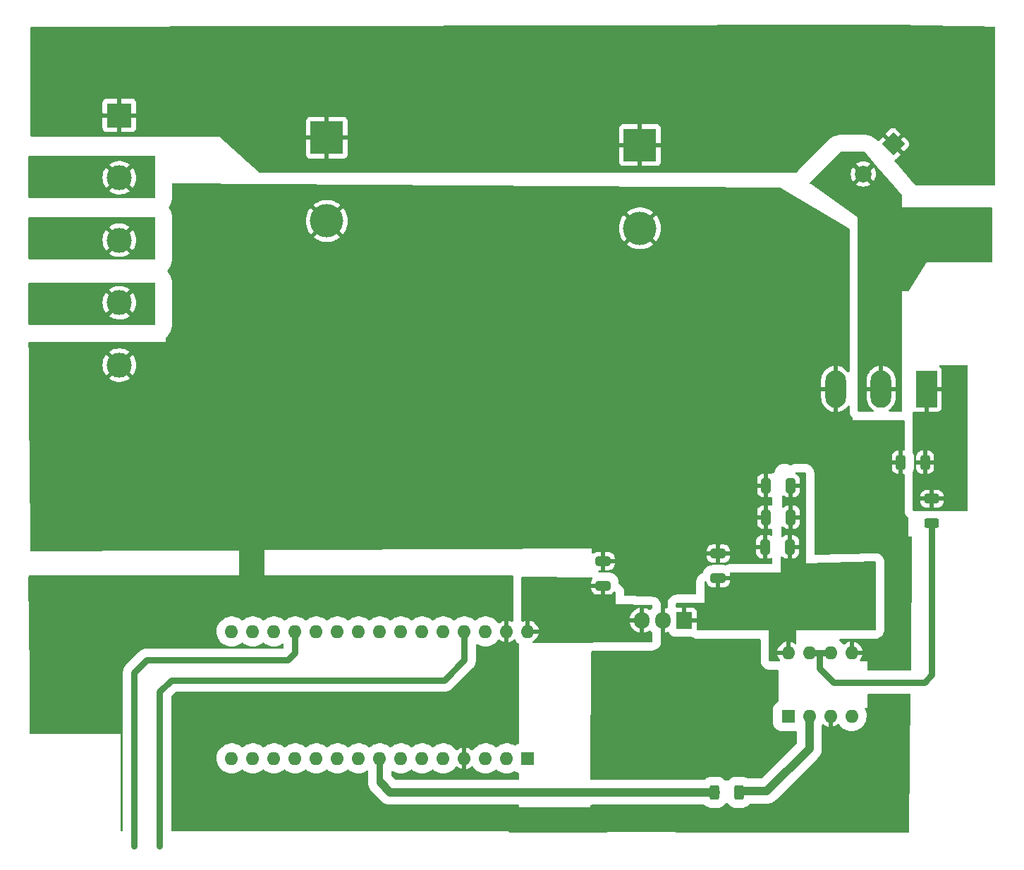
<source format=gbr>
%TF.GenerationSoftware,KiCad,Pcbnew,(6.0.10)*%
%TF.CreationDate,2023-01-10T00:35:44+03:00*%
%TF.ProjectId,ee463_project,65653436-335f-4707-926f-6a6563742e6b,rev?*%
%TF.SameCoordinates,Original*%
%TF.FileFunction,Copper,L1,Top*%
%TF.FilePolarity,Positive*%
%FSLAX46Y46*%
G04 Gerber Fmt 4.6, Leading zero omitted, Abs format (unit mm)*
G04 Created by KiCad (PCBNEW (6.0.10)) date 2023-01-10 00:35:44*
%MOMM*%
%LPD*%
G01*
G04 APERTURE LIST*
G04 Aperture macros list*
%AMRoundRect*
0 Rectangle with rounded corners*
0 $1 Rounding radius*
0 $2 $3 $4 $5 $6 $7 $8 $9 X,Y pos of 4 corners*
0 Add a 4 corners polygon primitive as box body*
4,1,4,$2,$3,$4,$5,$6,$7,$8,$9,$2,$3,0*
0 Add four circle primitives for the rounded corners*
1,1,$1+$1,$2,$3*
1,1,$1+$1,$4,$5*
1,1,$1+$1,$6,$7*
1,1,$1+$1,$8,$9*
0 Add four rect primitives between the rounded corners*
20,1,$1+$1,$2,$3,$4,$5,0*
20,1,$1+$1,$4,$5,$6,$7,0*
20,1,$1+$1,$6,$7,$8,$9,0*
20,1,$1+$1,$8,$9,$2,$3,0*%
%AMHorizOval*
0 Thick line with rounded ends*
0 $1 width*
0 $2 $3 position (X,Y) of the first rounded end (center of the circle)*
0 $4 $5 position (X,Y) of the second rounded end (center of the circle)*
0 Add line between two ends*
20,1,$1,$2,$3,$4,$5,0*
0 Add two circle primitives to create the rounded ends*
1,1,$1,$2,$3*
1,1,$1,$4,$5*%
%AMRotRect*
0 Rectangle, with rotation*
0 The origin of the aperture is its center*
0 $1 length*
0 $2 width*
0 $3 Rotation angle, in degrees counterclockwise*
0 Add horizontal line*
21,1,$1,$2,0,0,$3*%
G04 Aperture macros list end*
%TA.AperFunction,ComponentPad*%
%ADD10O,1.905000X2.000000*%
%TD*%
%TA.AperFunction,ComponentPad*%
%ADD11R,1.905000X2.000000*%
%TD*%
%TA.AperFunction,ComponentPad*%
%ADD12C,4.000000*%
%TD*%
%TA.AperFunction,ComponentPad*%
%ADD13R,4.000000X4.000000*%
%TD*%
%TA.AperFunction,SMDPad,CuDef*%
%ADD14RoundRect,0.250000X0.625000X-0.312500X0.625000X0.312500X-0.625000X0.312500X-0.625000X-0.312500X0*%
%TD*%
%TA.AperFunction,ComponentPad*%
%ADD15R,2.500000X4.500000*%
%TD*%
%TA.AperFunction,ComponentPad*%
%ADD16O,2.500000X4.500000*%
%TD*%
%TA.AperFunction,SMDPad,CuDef*%
%ADD17RoundRect,0.250000X0.325000X0.650000X-0.325000X0.650000X-0.325000X-0.650000X0.325000X-0.650000X0*%
%TD*%
%TA.AperFunction,SMDPad,CuDef*%
%ADD18RoundRect,0.250000X0.650000X-0.325000X0.650000X0.325000X-0.650000X0.325000X-0.650000X-0.325000X0*%
%TD*%
%TA.AperFunction,ComponentPad*%
%ADD19R,1.600000X1.600000*%
%TD*%
%TA.AperFunction,ComponentPad*%
%ADD20O,1.600000X1.600000*%
%TD*%
%TA.AperFunction,ComponentPad*%
%ADD21R,3.000000X3.000000*%
%TD*%
%TA.AperFunction,ComponentPad*%
%ADD22C,3.000000*%
%TD*%
%TA.AperFunction,SMDPad,CuDef*%
%ADD23RoundRect,0.250000X-0.312500X-0.625000X0.312500X-0.625000X0.312500X0.625000X-0.312500X0.625000X0*%
%TD*%
%TA.AperFunction,ComponentPad*%
%ADD24RotRect,2.000000X2.000000X225.000000*%
%TD*%
%TA.AperFunction,ComponentPad*%
%ADD25HorizOval,2.000000X0.000000X0.000000X0.000000X0.000000X0*%
%TD*%
%TA.AperFunction,SMDPad,CuDef*%
%ADD26RoundRect,0.250000X0.312500X0.625000X-0.312500X0.625000X-0.312500X-0.625000X0.312500X-0.625000X0*%
%TD*%
%TA.AperFunction,Conductor*%
%ADD27C,0.750000*%
%TD*%
%TA.AperFunction,Conductor*%
%ADD28C,1.000000*%
%TD*%
G04 APERTURE END LIST*
D10*
%TO.P,U2,3,OUT*%
%TO.N,V_in_arduino*%
X122428000Y-111699000D03*
%TO.P,U2,2,GND*%
%TO.N,GND1*%
X124968000Y-111699000D03*
D11*
%TO.P,U2,1,IN*%
%TO.N,Vcc*%
X127508000Y-111699000D03*
%TD*%
D12*
%TO.P,C5,2*%
%TO.N,GND1*%
X122174000Y-64620000D03*
D13*
%TO.P,C5,1*%
%TO.N,Vout*%
X122174000Y-54620000D03*
%TD*%
%TO.P,C4,1*%
%TO.N,Vout*%
X84582000Y-53745501D03*
D12*
%TO.P,C4,2*%
%TO.N,GND1*%
X84582000Y-63745501D03*
%TD*%
D14*
%TO.P,R2,1*%
%TO.N,Net-(R2-Pad1)*%
X157226000Y-100024500D03*
%TO.P,R2,2*%
%TO.N,Gate*%
X157226000Y-97099500D03*
%TD*%
D15*
%TO.P,Q1,1,G*%
%TO.N,Gate*%
X156580000Y-83904000D03*
D16*
%TO.P,Q1,2,D*%
%TO.N,Drain*%
X151130000Y-83904000D03*
%TO.P,Q1,3,S*%
%TO.N,GND1*%
X145680000Y-83904000D03*
%TD*%
D17*
%TO.P,C3,1*%
%TO.N,Vcc*%
X140159000Y-102880000D03*
%TO.P,C3,2*%
%TO.N,GND1*%
X137209000Y-102880000D03*
%TD*%
D18*
%TO.P,C6,1*%
%TO.N,Vcc*%
X131572000Y-106641000D03*
%TO.P,C6,2*%
%TO.N,GND1*%
X131572000Y-103691000D03*
%TD*%
D19*
%TO.P,A1,1,D1/TX*%
%TO.N,unconnected-(A1-Pad1)*%
X108712000Y-128270000D03*
D20*
%TO.P,A1,2,D0/RX*%
%TO.N,unconnected-(A1-Pad2)*%
X106172000Y-128270000D03*
%TO.P,A1,3,~{RESET}*%
%TO.N,unconnected-(A1-Pad3)*%
X103632000Y-128270000D03*
%TO.P,A1,4,GND*%
%TO.N,GND1*%
X101092000Y-128270000D03*
%TO.P,A1,5,D2*%
%TO.N,unconnected-(A1-Pad5)*%
X98552000Y-128270000D03*
%TO.P,A1,6,D3*%
%TO.N,unconnected-(A1-Pad6)*%
X96012000Y-128270000D03*
%TO.P,A1,7,D4*%
%TO.N,unconnected-(A1-Pad7)*%
X93472000Y-128270000D03*
%TO.P,A1,8,D5*%
%TO.N,PWM*%
X90932000Y-128270000D03*
%TO.P,A1,9,D6*%
%TO.N,unconnected-(A1-Pad9)*%
X88392000Y-128270000D03*
%TO.P,A1,10,D7*%
%TO.N,unconnected-(A1-Pad10)*%
X85852000Y-128270000D03*
%TO.P,A1,11,D8*%
%TO.N,unconnected-(A1-Pad11)*%
X83312000Y-128270000D03*
%TO.P,A1,12,D9*%
%TO.N,unconnected-(A1-Pad12)*%
X80772000Y-128270000D03*
%TO.P,A1,13,D10*%
%TO.N,unconnected-(A1-Pad13)*%
X78232000Y-128270000D03*
%TO.P,A1,14,D11*%
%TO.N,unconnected-(A1-Pad14)*%
X75692000Y-128270000D03*
%TO.P,A1,15,D12*%
%TO.N,unconnected-(A1-Pad15)*%
X73152000Y-128270000D03*
%TO.P,A1,16,D13*%
%TO.N,unconnected-(A1-Pad16)*%
X73152000Y-113030000D03*
%TO.P,A1,17,3V3*%
%TO.N,unconnected-(A1-Pad17)*%
X75692000Y-113030000D03*
%TO.P,A1,18,AREF*%
%TO.N,unconnected-(A1-Pad18)*%
X78232000Y-113030000D03*
%TO.P,A1,19,A0*%
%TO.N,OUT*%
X80772000Y-113030000D03*
%TO.P,A1,20,A1*%
%TO.N,unconnected-(A1-Pad20)*%
X83312000Y-113030000D03*
%TO.P,A1,21,A2*%
%TO.N,unconnected-(A1-Pad21)*%
X85852000Y-113030000D03*
%TO.P,A1,22,A3*%
%TO.N,unconnected-(A1-Pad22)*%
X88392000Y-113030000D03*
%TO.P,A1,23,A4*%
%TO.N,unconnected-(A1-Pad23)*%
X90932000Y-113030000D03*
%TO.P,A1,24,A5*%
%TO.N,unconnected-(A1-Pad24)*%
X93472000Y-113030000D03*
%TO.P,A1,25,A6*%
%TO.N,unconnected-(A1-Pad25)*%
X96012000Y-113030000D03*
%TO.P,A1,26,A7*%
%TO.N,unconnected-(A1-Pad26)*%
X98552000Y-113030000D03*
%TO.P,A1,27,+5V*%
%TO.N,+5V*%
X101092000Y-113030000D03*
%TO.P,A1,28,~{RESET}*%
%TO.N,unconnected-(A1-Pad28)*%
X103632000Y-113030000D03*
%TO.P,A1,29,GND*%
%TO.N,GND1*%
X106172000Y-113030000D03*
%TO.P,A1,30,VIN*%
%TO.N,V_in_arduino*%
X108712000Y-113030000D03*
%TD*%
D21*
%TO.P,D2,1,+*%
%TO.N,Vout*%
X59666000Y-51050000D03*
D22*
%TO.P,D2,2*%
%TO.N,PhaseA*%
X59666000Y-58550000D03*
%TO.P,D2,3*%
%TO.N,PhaseB*%
X59666000Y-66050000D03*
%TO.P,D2,4*%
%TO.N,PhaseC*%
X59666000Y-73550000D03*
%TO.P,D2,5,-*%
%TO.N,GND1*%
X59666000Y-81050000D03*
%TD*%
D23*
%TO.P,R1,2*%
%TO.N,Net-(R1-Pad2)*%
X134050500Y-132344000D03*
%TO.P,R1,1*%
%TO.N,PWM*%
X131125500Y-132344000D03*
%TD*%
D17*
%TO.P,C2,1*%
%TO.N,Vcc*%
X140275000Y-95514000D03*
%TO.P,C2,2*%
%TO.N,GND1*%
X137325000Y-95514000D03*
%TD*%
%TO.P,C1,1*%
%TO.N,Vcc*%
X140275000Y-99324000D03*
%TO.P,C1,2*%
%TO.N,GND1*%
X137325000Y-99324000D03*
%TD*%
D24*
%TO.P,D1,1,K*%
%TO.N,Vout*%
X152578267Y-54508165D03*
D25*
%TO.P,D1,2,A*%
%TO.N,Drain*%
X148986165Y-58100267D03*
%TD*%
D20*
%TO.P,U1,8,VCC*%
%TO.N,Vcc*%
X139964000Y-115570000D03*
%TO.P,U1,7,VO*%
%TO.N,Net-(R2-Pad1)*%
X142504000Y-115570000D03*
%TO.P,U1,6,VO*%
X145044000Y-115570000D03*
%TO.P,U1,5,VEE*%
%TO.N,GND1*%
X147584000Y-115570000D03*
%TO.P,U1,4,NC*%
%TO.N,unconnected-(U1-Pad4)*%
X147584000Y-123190000D03*
%TO.P,U1,3,C*%
%TO.N,GND1*%
X145044000Y-123190000D03*
%TO.P,U1,2,A*%
%TO.N,Net-(R1-Pad2)*%
X142504000Y-123190000D03*
D19*
%TO.P,U1,1,NC*%
%TO.N,unconnected-(U1-Pad1)*%
X139964000Y-123190000D03*
%TD*%
D18*
%TO.P,C7,1*%
%TO.N,V_in_arduino*%
X117729000Y-107530000D03*
%TO.P,C7,2*%
%TO.N,GND1*%
X117729000Y-104580000D03*
%TD*%
D26*
%TO.P,R3,1*%
%TO.N,Gate*%
X156402500Y-92720000D03*
%TO.P,R3,2*%
%TO.N,GND1*%
X153477500Y-92720000D03*
%TD*%
D27*
%TO.N,Net-(R2-Pad1)*%
X157226000Y-118247000D02*
X157226000Y-100024500D01*
X156337000Y-119136000D02*
X157226000Y-118247000D01*
X145415000Y-119136000D02*
X156337000Y-119136000D01*
X143754000Y-117475000D02*
X145415000Y-119136000D01*
X143754000Y-115570000D02*
X143754000Y-117475000D01*
X143754000Y-115570000D02*
X142504000Y-115570000D01*
X145044000Y-115570000D02*
X143754000Y-115570000D01*
D28*
%TO.N,Net-(R1-Pad2)*%
X142504000Y-127127000D02*
X142504000Y-123190000D01*
X137414000Y-132217000D02*
X142504000Y-127127000D01*
X134177500Y-132217000D02*
X137414000Y-132217000D01*
X134050500Y-132344000D02*
X134177500Y-132217000D01*
D27*
%TO.N,+5V*%
X101092000Y-116469000D02*
X101092000Y-113030000D01*
X65913000Y-118882000D02*
X98679000Y-118882000D01*
X98679000Y-118882000D02*
X101092000Y-116469000D01*
X64516000Y-120279000D02*
X65913000Y-118882000D01*
X64516000Y-138821000D02*
X64516000Y-120279000D01*
%TO.N,OUT*%
X76835000Y-116469000D02*
X62992000Y-116469000D01*
X79883000Y-116469000D02*
X76835000Y-116469000D01*
X80772000Y-115580000D02*
X80518000Y-115834000D01*
X61468000Y-117993000D02*
X61468000Y-138821000D01*
X80518000Y-115834000D02*
X79883000Y-116469000D01*
X80772000Y-113030000D02*
X80772000Y-115580000D01*
X62992000Y-116469000D02*
X61468000Y-117993000D01*
%TO.N,PWM*%
X90932000Y-131074000D02*
X91059000Y-131201000D01*
X90932000Y-128270000D02*
X90932000Y-131074000D01*
D28*
X131318000Y-132344000D02*
X92202000Y-132344000D01*
X92202000Y-132344000D02*
X91059000Y-131201000D01*
%TD*%
%TA.AperFunction,Conductor*%
%TO.N,Vcc*%
G36*
X140970000Y-114435592D02*
G01*
X140949998Y-114503713D01*
X140896342Y-114550206D01*
X140826068Y-114560310D01*
X140771729Y-114538805D01*
X140625007Y-114436069D01*
X140615511Y-114430586D01*
X140418053Y-114338510D01*
X140407761Y-114334764D01*
X140235497Y-114288606D01*
X140221401Y-114288942D01*
X140218000Y-114296884D01*
X140218000Y-115698000D01*
X140197998Y-115766121D01*
X140144342Y-115812614D01*
X140092000Y-115824000D01*
X138696033Y-115824000D01*
X138682502Y-115827973D01*
X138681273Y-115836522D01*
X138728764Y-116013761D01*
X138732510Y-116024053D01*
X138824586Y-116221511D01*
X138830069Y-116231007D01*
X138946809Y-116397729D01*
X138969497Y-116465003D01*
X138952212Y-116533864D01*
X138900442Y-116582448D01*
X138843596Y-116596000D01*
X138811000Y-116596000D01*
X138811000Y-116603794D01*
X138809510Y-116605513D01*
X138749784Y-116643896D01*
X138714286Y-116649000D01*
X137794000Y-116649000D01*
X137725879Y-116628998D01*
X137679386Y-116575342D01*
X137668000Y-116523000D01*
X137668000Y-115298503D01*
X138682606Y-115298503D01*
X138682942Y-115312599D01*
X138690884Y-115316000D01*
X139691885Y-115316000D01*
X139707124Y-115311525D01*
X139708329Y-115310135D01*
X139710000Y-115302452D01*
X139710000Y-114302033D01*
X139706027Y-114288502D01*
X139697478Y-114287273D01*
X139520239Y-114334764D01*
X139509947Y-114338510D01*
X139312489Y-114430586D01*
X139302993Y-114436069D01*
X139124533Y-114561028D01*
X139116125Y-114568084D01*
X138962084Y-114722125D01*
X138955028Y-114730533D01*
X138830069Y-114908993D01*
X138824586Y-114918489D01*
X138732510Y-115115947D01*
X138728764Y-115126239D01*
X138682606Y-115298503D01*
X137668000Y-115298503D01*
X137668000Y-106997000D01*
X140970000Y-106997000D01*
X140970000Y-114435592D01*
G37*
%TD.AperFunction*%
%TD*%
%TA.AperFunction,Conductor*%
%TO.N,PhaseA*%
G36*
X63950121Y-55910002D02*
G01*
X63996614Y-55963658D01*
X64008000Y-56016000D01*
X64008000Y-60844000D01*
X63987998Y-60912121D01*
X63934342Y-60958614D01*
X63882000Y-60970000D01*
X48894000Y-60970000D01*
X48825879Y-60949998D01*
X48779386Y-60896342D01*
X48768000Y-60844000D01*
X48768000Y-60139654D01*
X58441618Y-60139654D01*
X58448673Y-60149627D01*
X58479679Y-60175551D01*
X58486598Y-60180579D01*
X58711272Y-60321515D01*
X58718807Y-60325556D01*
X58960520Y-60434694D01*
X58968551Y-60437680D01*
X59222832Y-60513002D01*
X59231184Y-60514869D01*
X59493340Y-60554984D01*
X59501874Y-60555700D01*
X59767045Y-60559867D01*
X59775596Y-60559418D01*
X60038883Y-60527557D01*
X60047284Y-60525955D01*
X60303824Y-60458653D01*
X60311926Y-60455926D01*
X60556949Y-60354434D01*
X60564617Y-60350628D01*
X60793598Y-60216822D01*
X60800679Y-60212009D01*
X60880655Y-60149301D01*
X60889125Y-60137442D01*
X60882608Y-60125818D01*
X59678812Y-58922022D01*
X59664868Y-58914408D01*
X59663035Y-58914539D01*
X59656420Y-58918790D01*
X58448910Y-60126300D01*
X58441618Y-60139654D01*
X48768000Y-60139654D01*
X48768000Y-58533204D01*
X57653665Y-58533204D01*
X57668932Y-58797969D01*
X57670005Y-58806470D01*
X57721065Y-59066722D01*
X57723276Y-59074974D01*
X57809184Y-59325894D01*
X57812499Y-59333779D01*
X57931664Y-59570713D01*
X57936020Y-59578079D01*
X58065347Y-59766250D01*
X58075601Y-59774594D01*
X58089342Y-59767448D01*
X59293978Y-58562812D01*
X59300356Y-58551132D01*
X60030408Y-58551132D01*
X60030539Y-58552965D01*
X60034790Y-58559580D01*
X61241730Y-59766520D01*
X61253939Y-59773187D01*
X61265439Y-59764497D01*
X61362831Y-59631913D01*
X61367418Y-59624685D01*
X61493962Y-59391621D01*
X61497530Y-59383827D01*
X61591271Y-59135750D01*
X61593748Y-59127544D01*
X61652954Y-58869038D01*
X61654294Y-58860577D01*
X61678031Y-58594616D01*
X61678277Y-58589677D01*
X61678666Y-58552485D01*
X61678523Y-58547519D01*
X61660362Y-58281123D01*
X61659201Y-58272649D01*
X61605419Y-58012944D01*
X61603120Y-58004709D01*
X61514588Y-57754705D01*
X61511191Y-57746854D01*
X61389550Y-57511178D01*
X61385122Y-57503866D01*
X61266031Y-57334417D01*
X61255509Y-57326037D01*
X61242121Y-57333089D01*
X60038022Y-58537188D01*
X60030408Y-58551132D01*
X59300356Y-58551132D01*
X59301592Y-58548868D01*
X59301461Y-58547035D01*
X59297210Y-58540420D01*
X58089814Y-57333024D01*
X58077804Y-57326466D01*
X58066064Y-57335434D01*
X57957935Y-57485911D01*
X57953418Y-57493196D01*
X57829325Y-57727567D01*
X57825839Y-57735395D01*
X57734700Y-57984446D01*
X57732311Y-57992670D01*
X57675812Y-58251795D01*
X57674563Y-58260250D01*
X57653754Y-58524653D01*
X57653665Y-58533204D01*
X48768000Y-58533204D01*
X48768000Y-56962500D01*
X58442584Y-56962500D01*
X58448980Y-56973770D01*
X59653188Y-58177978D01*
X59667132Y-58185592D01*
X59668965Y-58185461D01*
X59675580Y-58181210D01*
X60882604Y-56974186D01*
X60889795Y-56961017D01*
X60882473Y-56950780D01*
X60835233Y-56912115D01*
X60828261Y-56907160D01*
X60602122Y-56768582D01*
X60594552Y-56764624D01*
X60351704Y-56658022D01*
X60343644Y-56655120D01*
X60088592Y-56582467D01*
X60080214Y-56580685D01*
X59817656Y-56543318D01*
X59809111Y-56542691D01*
X59543908Y-56541302D01*
X59535374Y-56541839D01*
X59272433Y-56576456D01*
X59264035Y-56578149D01*
X59008238Y-56648127D01*
X59000143Y-56650946D01*
X58756199Y-56754997D01*
X58748577Y-56758881D01*
X58521013Y-56895075D01*
X58513981Y-56899962D01*
X58451053Y-56950377D01*
X58442584Y-56962500D01*
X48768000Y-56962500D01*
X48768000Y-56016000D01*
X48788002Y-55947879D01*
X48841658Y-55901386D01*
X48894000Y-55890000D01*
X63882000Y-55890000D01*
X63950121Y-55910002D01*
G37*
%TD.AperFunction*%
%TD*%
%TA.AperFunction,Conductor*%
%TO.N,Vcc*%
G36*
X142044121Y-93936002D02*
G01*
X142090614Y-93989658D01*
X142102000Y-94042000D01*
X142102000Y-107124000D01*
X139054000Y-107124000D01*
X139054000Y-104151589D01*
X139054039Y-104148440D01*
X139054657Y-104123720D01*
X139076356Y-104056120D01*
X139131157Y-104010983D01*
X139201661Y-104002639D01*
X139269636Y-104037696D01*
X139355829Y-104123739D01*
X139367240Y-104132751D01*
X139505243Y-104217816D01*
X139518424Y-104223963D01*
X139672710Y-104275138D01*
X139686086Y-104278005D01*
X139780438Y-104287672D01*
X139786854Y-104288000D01*
X139886885Y-104288000D01*
X139902124Y-104283525D01*
X139903329Y-104282135D01*
X139905000Y-104274452D01*
X139905000Y-104269884D01*
X140413000Y-104269884D01*
X140417475Y-104285123D01*
X140418865Y-104286328D01*
X140426548Y-104287999D01*
X140531095Y-104287999D01*
X140537614Y-104287662D01*
X140633206Y-104277743D01*
X140646600Y-104274851D01*
X140800784Y-104223412D01*
X140813962Y-104217239D01*
X140951807Y-104131937D01*
X140963208Y-104122901D01*
X141077739Y-104008171D01*
X141086751Y-103996760D01*
X141171816Y-103858757D01*
X141177963Y-103845576D01*
X141229138Y-103691290D01*
X141232005Y-103677914D01*
X141241672Y-103583562D01*
X141242000Y-103577146D01*
X141242000Y-103152115D01*
X141237525Y-103136876D01*
X141236135Y-103135671D01*
X141228452Y-103134000D01*
X140431115Y-103134000D01*
X140415876Y-103138475D01*
X140414671Y-103139865D01*
X140413000Y-103147548D01*
X140413000Y-104269884D01*
X139905000Y-104269884D01*
X139905000Y-102607885D01*
X140413000Y-102607885D01*
X140417475Y-102623124D01*
X140418865Y-102624329D01*
X140426548Y-102626000D01*
X141223884Y-102626000D01*
X141239123Y-102621525D01*
X141240328Y-102620135D01*
X141241999Y-102612452D01*
X141241999Y-102182905D01*
X141241662Y-102176386D01*
X141231743Y-102080794D01*
X141228851Y-102067400D01*
X141177412Y-101913216D01*
X141171239Y-101900038D01*
X141085937Y-101762193D01*
X141076901Y-101750792D01*
X140962171Y-101636261D01*
X140950760Y-101627249D01*
X140812757Y-101542184D01*
X140799576Y-101536037D01*
X140645290Y-101484862D01*
X140631914Y-101481995D01*
X140537562Y-101472328D01*
X140531145Y-101472000D01*
X140431115Y-101472000D01*
X140415876Y-101476475D01*
X140414671Y-101477865D01*
X140413000Y-101485548D01*
X140413000Y-102607885D01*
X139905000Y-102607885D01*
X139905000Y-101490116D01*
X139900525Y-101474877D01*
X139899135Y-101473672D01*
X139891452Y-101472001D01*
X139786905Y-101472001D01*
X139780386Y-101472338D01*
X139684794Y-101482257D01*
X139671400Y-101485149D01*
X139517216Y-101536588D01*
X139504038Y-101542761D01*
X139366193Y-101628063D01*
X139354791Y-101637100D01*
X139333732Y-101658195D01*
X139271449Y-101692274D01*
X139200629Y-101687269D01*
X139143757Y-101644771D01*
X139118889Y-101578272D01*
X139118599Y-101566027D01*
X139120694Y-101482257D01*
X139143557Y-100567739D01*
X139144217Y-100541325D01*
X139165916Y-100473725D01*
X139220717Y-100428588D01*
X139291221Y-100420244D01*
X139359196Y-100455301D01*
X139471829Y-100567739D01*
X139483240Y-100576751D01*
X139621243Y-100661816D01*
X139634424Y-100667963D01*
X139788710Y-100719138D01*
X139802086Y-100722005D01*
X139896438Y-100731672D01*
X139902854Y-100732000D01*
X140002885Y-100732000D01*
X140018124Y-100727525D01*
X140019329Y-100726135D01*
X140021000Y-100718452D01*
X140021000Y-100713884D01*
X140529000Y-100713884D01*
X140533475Y-100729123D01*
X140534865Y-100730328D01*
X140542548Y-100731999D01*
X140647095Y-100731999D01*
X140653614Y-100731662D01*
X140749206Y-100721743D01*
X140762600Y-100718851D01*
X140916784Y-100667412D01*
X140929962Y-100661239D01*
X141067807Y-100575937D01*
X141079208Y-100566901D01*
X141193739Y-100452171D01*
X141202751Y-100440760D01*
X141287816Y-100302757D01*
X141293963Y-100289576D01*
X141345138Y-100135290D01*
X141348005Y-100121914D01*
X141357672Y-100027562D01*
X141358000Y-100021146D01*
X141358000Y-99596115D01*
X141353525Y-99580876D01*
X141352135Y-99579671D01*
X141344452Y-99578000D01*
X140547115Y-99578000D01*
X140531876Y-99582475D01*
X140530671Y-99583865D01*
X140529000Y-99591548D01*
X140529000Y-100713884D01*
X140021000Y-100713884D01*
X140021000Y-99051885D01*
X140529000Y-99051885D01*
X140533475Y-99067124D01*
X140534865Y-99068329D01*
X140542548Y-99070000D01*
X141339884Y-99070000D01*
X141355123Y-99065525D01*
X141356328Y-99064135D01*
X141357999Y-99056452D01*
X141357999Y-98626905D01*
X141357662Y-98620386D01*
X141347743Y-98524794D01*
X141344851Y-98511400D01*
X141293412Y-98357216D01*
X141287239Y-98344038D01*
X141201937Y-98206193D01*
X141192901Y-98194792D01*
X141078171Y-98080261D01*
X141066760Y-98071249D01*
X140928757Y-97986184D01*
X140915576Y-97980037D01*
X140761290Y-97928862D01*
X140747914Y-97925995D01*
X140653562Y-97916328D01*
X140647145Y-97916000D01*
X140547115Y-97916000D01*
X140531876Y-97920475D01*
X140530671Y-97921865D01*
X140529000Y-97929548D01*
X140529000Y-99051885D01*
X140021000Y-99051885D01*
X140021000Y-97934116D01*
X140016525Y-97918877D01*
X140015135Y-97917672D01*
X140007452Y-97916001D01*
X139902905Y-97916001D01*
X139896386Y-97916338D01*
X139800794Y-97926257D01*
X139787400Y-97929149D01*
X139633216Y-97980588D01*
X139620038Y-97986761D01*
X139482193Y-98072063D01*
X139470792Y-98081099D01*
X139421937Y-98130039D01*
X139359654Y-98164118D01*
X139288834Y-98159115D01*
X139231961Y-98116618D01*
X139207093Y-98050119D01*
X139206803Y-98037872D01*
X139209528Y-97928862D01*
X139237148Y-96824092D01*
X139258846Y-96756494D01*
X139313646Y-96711357D01*
X139384151Y-96703013D01*
X139452126Y-96738071D01*
X139471824Y-96757735D01*
X139483240Y-96766751D01*
X139621243Y-96851816D01*
X139634424Y-96857963D01*
X139788710Y-96909138D01*
X139802086Y-96912005D01*
X139896438Y-96921672D01*
X139902854Y-96922000D01*
X140002885Y-96922000D01*
X140018124Y-96917525D01*
X140019329Y-96916135D01*
X140021000Y-96908452D01*
X140021000Y-96903884D01*
X140529000Y-96903884D01*
X140533475Y-96919123D01*
X140534865Y-96920328D01*
X140542548Y-96921999D01*
X140647095Y-96921999D01*
X140653614Y-96921662D01*
X140749206Y-96911743D01*
X140762600Y-96908851D01*
X140916784Y-96857412D01*
X140929962Y-96851239D01*
X141067807Y-96765937D01*
X141079208Y-96756901D01*
X141193739Y-96642171D01*
X141202751Y-96630760D01*
X141287816Y-96492757D01*
X141293963Y-96479576D01*
X141345138Y-96325290D01*
X141348005Y-96311914D01*
X141357672Y-96217562D01*
X141358000Y-96211146D01*
X141358000Y-95786115D01*
X141353525Y-95770876D01*
X141352135Y-95769671D01*
X141344452Y-95768000D01*
X140547115Y-95768000D01*
X140531876Y-95772475D01*
X140530671Y-95773865D01*
X140529000Y-95781548D01*
X140529000Y-96903884D01*
X140021000Y-96903884D01*
X140021000Y-95386000D01*
X140041002Y-95317879D01*
X140094658Y-95271386D01*
X140147000Y-95260000D01*
X141339884Y-95260000D01*
X141355123Y-95255525D01*
X141356328Y-95254135D01*
X141357999Y-95246452D01*
X141357999Y-94816905D01*
X141357662Y-94810386D01*
X141347743Y-94714794D01*
X141344851Y-94701400D01*
X141293412Y-94547216D01*
X141287239Y-94534038D01*
X141201937Y-94396193D01*
X141192901Y-94384792D01*
X141078171Y-94270261D01*
X141066760Y-94261249D01*
X140928757Y-94176184D01*
X140915576Y-94170037D01*
X140890118Y-94161593D01*
X140831759Y-94121162D01*
X140804522Y-94055598D01*
X140817056Y-93985716D01*
X140865380Y-93933705D01*
X140929786Y-93916000D01*
X141976000Y-93916000D01*
X142044121Y-93936002D01*
G37*
%TD.AperFunction*%
%TD*%
%TA.AperFunction,Conductor*%
%TO.N,PhaseB*%
G36*
X63950121Y-63276002D02*
G01*
X63996614Y-63329658D01*
X64008000Y-63382000D01*
X64008000Y-68210000D01*
X63987998Y-68278121D01*
X63934342Y-68324614D01*
X63882000Y-68336000D01*
X48894000Y-68336000D01*
X48825879Y-68315998D01*
X48779386Y-68262342D01*
X48768000Y-68210000D01*
X48768000Y-67639654D01*
X58441618Y-67639654D01*
X58448673Y-67649627D01*
X58479679Y-67675551D01*
X58486598Y-67680579D01*
X58711272Y-67821515D01*
X58718807Y-67825556D01*
X58960520Y-67934694D01*
X58968551Y-67937680D01*
X59222832Y-68013002D01*
X59231184Y-68014869D01*
X59493340Y-68054984D01*
X59501874Y-68055700D01*
X59767045Y-68059867D01*
X59775596Y-68059418D01*
X60038883Y-68027557D01*
X60047284Y-68025955D01*
X60303824Y-67958653D01*
X60311926Y-67955926D01*
X60556949Y-67854434D01*
X60564617Y-67850628D01*
X60793598Y-67716822D01*
X60800679Y-67712009D01*
X60880655Y-67649301D01*
X60889125Y-67637442D01*
X60882608Y-67625818D01*
X59678812Y-66422022D01*
X59664868Y-66414408D01*
X59663035Y-66414539D01*
X59656420Y-66418790D01*
X58448910Y-67626300D01*
X58441618Y-67639654D01*
X48768000Y-67639654D01*
X48768000Y-66033204D01*
X57653665Y-66033204D01*
X57668932Y-66297969D01*
X57670005Y-66306470D01*
X57721065Y-66566722D01*
X57723276Y-66574974D01*
X57809184Y-66825894D01*
X57812499Y-66833779D01*
X57931664Y-67070713D01*
X57936020Y-67078079D01*
X58065347Y-67266250D01*
X58075601Y-67274594D01*
X58089342Y-67267448D01*
X59293978Y-66062812D01*
X59300356Y-66051132D01*
X60030408Y-66051132D01*
X60030539Y-66052965D01*
X60034790Y-66059580D01*
X61241730Y-67266520D01*
X61253939Y-67273187D01*
X61265439Y-67264497D01*
X61362831Y-67131913D01*
X61367418Y-67124685D01*
X61493962Y-66891621D01*
X61497530Y-66883827D01*
X61591271Y-66635750D01*
X61593748Y-66627544D01*
X61652954Y-66369038D01*
X61654294Y-66360577D01*
X61678031Y-66094616D01*
X61678277Y-66089677D01*
X61678666Y-66052485D01*
X61678523Y-66047519D01*
X61660362Y-65781123D01*
X61659201Y-65772649D01*
X61605419Y-65512944D01*
X61603120Y-65504709D01*
X61514588Y-65254705D01*
X61511191Y-65246854D01*
X61389550Y-65011178D01*
X61385122Y-65003866D01*
X61266031Y-64834417D01*
X61255509Y-64826037D01*
X61242121Y-64833089D01*
X60038022Y-66037188D01*
X60030408Y-66051132D01*
X59300356Y-66051132D01*
X59301592Y-66048868D01*
X59301461Y-66047035D01*
X59297210Y-66040420D01*
X58089814Y-64833024D01*
X58077804Y-64826466D01*
X58066064Y-64835434D01*
X57957935Y-64985911D01*
X57953418Y-64993196D01*
X57829325Y-65227567D01*
X57825839Y-65235395D01*
X57734700Y-65484446D01*
X57732311Y-65492670D01*
X57675812Y-65751795D01*
X57674563Y-65760250D01*
X57653754Y-66024653D01*
X57653665Y-66033204D01*
X48768000Y-66033204D01*
X48768000Y-64462500D01*
X58442584Y-64462500D01*
X58448980Y-64473770D01*
X59653188Y-65677978D01*
X59667132Y-65685592D01*
X59668965Y-65685461D01*
X59675580Y-65681210D01*
X60882604Y-64474186D01*
X60889795Y-64461017D01*
X60882473Y-64450780D01*
X60835233Y-64412115D01*
X60828261Y-64407160D01*
X60602122Y-64268582D01*
X60594552Y-64264624D01*
X60351704Y-64158022D01*
X60343644Y-64155120D01*
X60088592Y-64082467D01*
X60080214Y-64080685D01*
X59817656Y-64043318D01*
X59809111Y-64042691D01*
X59543908Y-64041302D01*
X59535374Y-64041839D01*
X59272433Y-64076456D01*
X59264035Y-64078149D01*
X59008238Y-64148127D01*
X59000143Y-64150946D01*
X58756199Y-64254997D01*
X58748577Y-64258881D01*
X58521013Y-64395075D01*
X58513981Y-64399962D01*
X58451053Y-64450377D01*
X58442584Y-64462500D01*
X48768000Y-64462500D01*
X48768000Y-63382000D01*
X48788002Y-63313879D01*
X48841658Y-63267386D01*
X48894000Y-63256000D01*
X63882000Y-63256000D01*
X63950121Y-63276002D01*
G37*
%TD.AperFunction*%
%TD*%
%TA.AperFunction,Conductor*%
%TO.N,PhaseC*%
G36*
X63950121Y-71150002D02*
G01*
X63996614Y-71203658D01*
X64008000Y-71256000D01*
X64008000Y-76084000D01*
X63987998Y-76152121D01*
X63934342Y-76198614D01*
X63882000Y-76210000D01*
X48894000Y-76210000D01*
X48825879Y-76189998D01*
X48779386Y-76136342D01*
X48768000Y-76084000D01*
X48768000Y-75139654D01*
X58441618Y-75139654D01*
X58448673Y-75149627D01*
X58479679Y-75175551D01*
X58486598Y-75180579D01*
X58711272Y-75321515D01*
X58718807Y-75325556D01*
X58960520Y-75434694D01*
X58968551Y-75437680D01*
X59222832Y-75513002D01*
X59231184Y-75514869D01*
X59493340Y-75554984D01*
X59501874Y-75555700D01*
X59767045Y-75559867D01*
X59775596Y-75559418D01*
X60038883Y-75527557D01*
X60047284Y-75525955D01*
X60303824Y-75458653D01*
X60311926Y-75455926D01*
X60556949Y-75354434D01*
X60564617Y-75350628D01*
X60793598Y-75216822D01*
X60800679Y-75212009D01*
X60880655Y-75149301D01*
X60889125Y-75137442D01*
X60882608Y-75125818D01*
X59678812Y-73922022D01*
X59664868Y-73914408D01*
X59663035Y-73914539D01*
X59656420Y-73918790D01*
X58448910Y-75126300D01*
X58441618Y-75139654D01*
X48768000Y-75139654D01*
X48768000Y-73533204D01*
X57653665Y-73533204D01*
X57668932Y-73797969D01*
X57670005Y-73806470D01*
X57721065Y-74066722D01*
X57723276Y-74074974D01*
X57809184Y-74325894D01*
X57812499Y-74333779D01*
X57931664Y-74570713D01*
X57936020Y-74578079D01*
X58065347Y-74766250D01*
X58075601Y-74774594D01*
X58089342Y-74767448D01*
X59293978Y-73562812D01*
X59300356Y-73551132D01*
X60030408Y-73551132D01*
X60030539Y-73552965D01*
X60034790Y-73559580D01*
X61241730Y-74766520D01*
X61253939Y-74773187D01*
X61265439Y-74764497D01*
X61362831Y-74631913D01*
X61367418Y-74624685D01*
X61493962Y-74391621D01*
X61497530Y-74383827D01*
X61591271Y-74135750D01*
X61593748Y-74127544D01*
X61652954Y-73869038D01*
X61654294Y-73860577D01*
X61678031Y-73594616D01*
X61678277Y-73589677D01*
X61678666Y-73552485D01*
X61678523Y-73547519D01*
X61660362Y-73281123D01*
X61659201Y-73272649D01*
X61605419Y-73012944D01*
X61603120Y-73004709D01*
X61514588Y-72754705D01*
X61511191Y-72746854D01*
X61389550Y-72511178D01*
X61385122Y-72503866D01*
X61266031Y-72334417D01*
X61255509Y-72326037D01*
X61242121Y-72333089D01*
X60038022Y-73537188D01*
X60030408Y-73551132D01*
X59300356Y-73551132D01*
X59301592Y-73548868D01*
X59301461Y-73547035D01*
X59297210Y-73540420D01*
X58089814Y-72333024D01*
X58077804Y-72326466D01*
X58066064Y-72335434D01*
X57957935Y-72485911D01*
X57953418Y-72493196D01*
X57829325Y-72727567D01*
X57825839Y-72735395D01*
X57734700Y-72984446D01*
X57732311Y-72992670D01*
X57675812Y-73251795D01*
X57674563Y-73260250D01*
X57653754Y-73524653D01*
X57653665Y-73533204D01*
X48768000Y-73533204D01*
X48768000Y-71962500D01*
X58442584Y-71962500D01*
X58448980Y-71973770D01*
X59653188Y-73177978D01*
X59667132Y-73185592D01*
X59668965Y-73185461D01*
X59675580Y-73181210D01*
X60882604Y-71974186D01*
X60889795Y-71961017D01*
X60882473Y-71950780D01*
X60835233Y-71912115D01*
X60828261Y-71907160D01*
X60602122Y-71768582D01*
X60594552Y-71764624D01*
X60351704Y-71658022D01*
X60343644Y-71655120D01*
X60088592Y-71582467D01*
X60080214Y-71580685D01*
X59817656Y-71543318D01*
X59809111Y-71542691D01*
X59543908Y-71541302D01*
X59535374Y-71541839D01*
X59272433Y-71576456D01*
X59264035Y-71578149D01*
X59008238Y-71648127D01*
X59000143Y-71650946D01*
X58756199Y-71754997D01*
X58748577Y-71758881D01*
X58521013Y-71895075D01*
X58513981Y-71899962D01*
X58451053Y-71950377D01*
X58442584Y-71962500D01*
X48768000Y-71962500D01*
X48768000Y-71256000D01*
X48788002Y-71187879D01*
X48841658Y-71141386D01*
X48894000Y-71130000D01*
X63882000Y-71130000D01*
X63950121Y-71150002D01*
G37*
%TD.AperFunction*%
%TD*%
%TA.AperFunction,Conductor*%
%TO.N,Vout*%
G36*
X154634047Y-40162128D02*
G01*
X154680668Y-40215671D01*
X154686000Y-40229914D01*
X154686000Y-54874000D01*
X154345064Y-54874000D01*
X154383273Y-54835791D01*
X154387835Y-54830707D01*
X154419895Y-54790834D01*
X154428117Y-54777484D01*
X154481361Y-54660379D01*
X154486348Y-54643324D01*
X154504431Y-54517054D01*
X154504431Y-54499276D01*
X154486348Y-54373006D01*
X154481361Y-54355951D01*
X154428115Y-54238842D01*
X154419898Y-54225498D01*
X154387835Y-54185621D01*
X154383279Y-54180543D01*
X153837001Y-53634265D01*
X153823057Y-53626651D01*
X153821224Y-53626782D01*
X153814609Y-53631033D01*
X152667362Y-54778280D01*
X152605050Y-54812306D01*
X152534235Y-54807241D01*
X152489172Y-54778280D01*
X151345158Y-53634266D01*
X151331214Y-53626652D01*
X151329381Y-53626783D01*
X151322766Y-53631034D01*
X150834786Y-54119014D01*
X150772474Y-54153040D01*
X150701659Y-54147975D01*
X150656237Y-54118654D01*
X150454732Y-53915517D01*
X150454716Y-53915502D01*
X150453112Y-53913885D01*
X150425567Y-53889887D01*
X150287662Y-53786363D01*
X150196057Y-53717595D01*
X150196052Y-53717592D01*
X150192421Y-53714866D01*
X149941281Y-53577734D01*
X149673180Y-53477738D01*
X149644270Y-53469249D01*
X149607219Y-53458370D01*
X149607213Y-53458368D01*
X149605059Y-53457736D01*
X149602871Y-53457260D01*
X149602867Y-53457259D01*
X149452685Y-53424589D01*
X149325460Y-53396913D01*
X149040048Y-53376500D01*
X146356190Y-53376500D01*
X146231011Y-53383209D01*
X146143540Y-53387896D01*
X146143532Y-53387897D01*
X146141846Y-53387987D01*
X146130712Y-53389184D01*
X146116727Y-53390687D01*
X146116722Y-53390688D01*
X146115063Y-53390866D01*
X145903081Y-53425217D01*
X145899316Y-53426322D01*
X145899314Y-53426323D01*
X145811662Y-53452061D01*
X145628532Y-53505836D01*
X145624451Y-53507700D01*
X145624445Y-53507702D01*
X145466386Y-53579888D01*
X145368250Y-53624707D01*
X145366285Y-53625780D01*
X145366277Y-53625784D01*
X145332988Y-53643962D01*
X145305938Y-53658733D01*
X145065244Y-53813420D01*
X144848992Y-54000802D01*
X141182408Y-57667386D01*
X141157970Y-57692254D01*
X141003555Y-57876847D01*
X140944508Y-57916261D01*
X140906913Y-57922000D01*
X76502140Y-57922000D01*
X76434019Y-57901998D01*
X76418124Y-57889900D01*
X75048748Y-56664669D01*
X119666001Y-56664669D01*
X119666371Y-56671490D01*
X119671895Y-56722352D01*
X119675521Y-56737604D01*
X119720676Y-56858054D01*
X119729214Y-56873649D01*
X119805715Y-56975724D01*
X119818276Y-56988285D01*
X119920351Y-57064786D01*
X119935946Y-57073324D01*
X120056394Y-57118478D01*
X120071649Y-57122105D01*
X120122514Y-57127631D01*
X120129328Y-57128000D01*
X121901885Y-57128000D01*
X121917124Y-57123525D01*
X121918329Y-57122135D01*
X121920000Y-57114452D01*
X121920000Y-57109884D01*
X122428000Y-57109884D01*
X122432475Y-57125123D01*
X122433865Y-57126328D01*
X122441548Y-57127999D01*
X124218669Y-57127999D01*
X124225490Y-57127629D01*
X124276352Y-57122105D01*
X124291604Y-57118479D01*
X124412054Y-57073324D01*
X124427649Y-57064786D01*
X124529724Y-56988285D01*
X124542285Y-56975724D01*
X124618786Y-56873649D01*
X124627324Y-56858054D01*
X124672478Y-56737606D01*
X124676105Y-56722351D01*
X124681631Y-56671486D01*
X124682000Y-56664672D01*
X124682000Y-54892115D01*
X124677525Y-54876876D01*
X124676135Y-54875671D01*
X124668452Y-54874000D01*
X122446115Y-54874000D01*
X122430876Y-54878475D01*
X122429671Y-54879865D01*
X122428000Y-54887548D01*
X122428000Y-57109884D01*
X121920000Y-57109884D01*
X121920000Y-54892115D01*
X121915525Y-54876876D01*
X121914135Y-54875671D01*
X121906452Y-54874000D01*
X119684116Y-54874000D01*
X119668877Y-54878475D01*
X119667672Y-54879865D01*
X119666001Y-54887548D01*
X119666001Y-56664669D01*
X75048748Y-56664669D01*
X74071367Y-55790170D01*
X82074001Y-55790170D01*
X82074371Y-55796991D01*
X82079895Y-55847853D01*
X82083521Y-55863105D01*
X82128676Y-55983555D01*
X82137214Y-55999150D01*
X82213715Y-56101225D01*
X82226276Y-56113786D01*
X82328351Y-56190287D01*
X82343946Y-56198825D01*
X82464394Y-56243979D01*
X82479649Y-56247606D01*
X82530514Y-56253132D01*
X82537328Y-56253501D01*
X84309885Y-56253501D01*
X84325124Y-56249026D01*
X84326329Y-56247636D01*
X84328000Y-56239953D01*
X84328000Y-56235385D01*
X84836000Y-56235385D01*
X84840475Y-56250624D01*
X84841865Y-56251829D01*
X84849548Y-56253500D01*
X86626669Y-56253500D01*
X86633490Y-56253130D01*
X86684352Y-56247606D01*
X86699604Y-56243980D01*
X86820054Y-56198825D01*
X86835649Y-56190287D01*
X86937724Y-56113786D01*
X86950285Y-56101225D01*
X87026786Y-55999150D01*
X87035324Y-55983555D01*
X87080478Y-55863107D01*
X87084105Y-55847852D01*
X87089631Y-55796987D01*
X87090000Y-55790173D01*
X87090000Y-54347885D01*
X119666000Y-54347885D01*
X119670475Y-54363124D01*
X119671865Y-54364329D01*
X119679548Y-54366000D01*
X121901885Y-54366000D01*
X121917124Y-54361525D01*
X121918329Y-54360135D01*
X121920000Y-54352452D01*
X121920000Y-54347885D01*
X122428000Y-54347885D01*
X122432475Y-54363124D01*
X122433865Y-54364329D01*
X122441548Y-54366000D01*
X124663884Y-54366000D01*
X124679123Y-54361525D01*
X124680328Y-54360135D01*
X124681999Y-54352452D01*
X124681999Y-53263375D01*
X151696753Y-53263375D01*
X151696884Y-53265208D01*
X151701135Y-53271823D01*
X152565455Y-54136143D01*
X152579399Y-54143757D01*
X152581232Y-54143626D01*
X152587847Y-54139375D01*
X153452166Y-53275056D01*
X153459780Y-53261112D01*
X153459649Y-53259279D01*
X153455398Y-53252664D01*
X152905893Y-52703159D01*
X152900809Y-52698597D01*
X152860936Y-52666537D01*
X152847586Y-52658315D01*
X152730481Y-52605071D01*
X152713426Y-52600084D01*
X152587156Y-52582001D01*
X152569378Y-52582001D01*
X152443108Y-52600084D01*
X152426053Y-52605071D01*
X152308944Y-52658317D01*
X152295600Y-52666534D01*
X152255723Y-52698597D01*
X152250645Y-52703153D01*
X151704367Y-53249431D01*
X151696753Y-53263375D01*
X124681999Y-53263375D01*
X124681999Y-52575331D01*
X124681629Y-52568510D01*
X124676105Y-52517648D01*
X124672479Y-52502396D01*
X124627324Y-52381946D01*
X124618786Y-52366351D01*
X124542285Y-52264276D01*
X124529724Y-52251715D01*
X124427649Y-52175214D01*
X124412054Y-52166676D01*
X124291606Y-52121522D01*
X124276351Y-52117895D01*
X124225486Y-52112369D01*
X124218672Y-52112000D01*
X122446115Y-52112000D01*
X122430876Y-52116475D01*
X122429671Y-52117865D01*
X122428000Y-52125548D01*
X122428000Y-54347885D01*
X121920000Y-54347885D01*
X121920000Y-52130116D01*
X121915525Y-52114877D01*
X121914135Y-52113672D01*
X121906452Y-52112001D01*
X120129331Y-52112001D01*
X120122510Y-52112371D01*
X120071648Y-52117895D01*
X120056396Y-52121521D01*
X119935946Y-52166676D01*
X119920351Y-52175214D01*
X119818276Y-52251715D01*
X119805715Y-52264276D01*
X119729214Y-52366351D01*
X119720676Y-52381946D01*
X119675522Y-52502394D01*
X119671895Y-52517649D01*
X119666369Y-52568514D01*
X119666000Y-52575328D01*
X119666000Y-54347885D01*
X87090000Y-54347885D01*
X87090000Y-54017616D01*
X87085525Y-54002377D01*
X87084135Y-54001172D01*
X87076452Y-53999501D01*
X84854115Y-53999501D01*
X84838876Y-54003976D01*
X84837671Y-54005366D01*
X84836000Y-54013049D01*
X84836000Y-56235385D01*
X84328000Y-56235385D01*
X84328000Y-54017616D01*
X84323525Y-54002377D01*
X84322135Y-54001172D01*
X84314452Y-53999501D01*
X82092116Y-53999501D01*
X82076877Y-54003976D01*
X82075672Y-54005366D01*
X82074001Y-54013049D01*
X82074001Y-55790170D01*
X74071367Y-55790170D01*
X71641501Y-53616079D01*
X71641499Y-53616078D01*
X71628000Y-53604000D01*
X49148000Y-53604000D01*
X49079879Y-53583998D01*
X49033386Y-53530342D01*
X49022000Y-53478000D01*
X49022000Y-53473386D01*
X82074000Y-53473386D01*
X82078475Y-53488625D01*
X82079865Y-53489830D01*
X82087548Y-53491501D01*
X84309885Y-53491501D01*
X84325124Y-53487026D01*
X84326329Y-53485636D01*
X84328000Y-53477953D01*
X84328000Y-53473386D01*
X84836000Y-53473386D01*
X84840475Y-53488625D01*
X84841865Y-53489830D01*
X84849548Y-53491501D01*
X87071884Y-53491501D01*
X87087123Y-53487026D01*
X87088328Y-53485636D01*
X87089999Y-53477953D01*
X87089999Y-51700832D01*
X87089629Y-51694011D01*
X87084105Y-51643149D01*
X87080479Y-51627897D01*
X87035324Y-51507447D01*
X87026786Y-51491852D01*
X86950285Y-51389777D01*
X86937724Y-51377216D01*
X86835649Y-51300715D01*
X86820054Y-51292177D01*
X86699606Y-51247023D01*
X86684351Y-51243396D01*
X86633486Y-51237870D01*
X86626672Y-51237501D01*
X84854115Y-51237501D01*
X84838876Y-51241976D01*
X84837671Y-51243366D01*
X84836000Y-51251049D01*
X84836000Y-53473386D01*
X84328000Y-53473386D01*
X84328000Y-51255617D01*
X84323525Y-51240378D01*
X84322135Y-51239173D01*
X84314452Y-51237502D01*
X82537331Y-51237502D01*
X82530510Y-51237872D01*
X82479648Y-51243396D01*
X82464396Y-51247022D01*
X82343946Y-51292177D01*
X82328351Y-51300715D01*
X82226276Y-51377216D01*
X82213715Y-51389777D01*
X82137214Y-51491852D01*
X82128676Y-51507447D01*
X82083522Y-51627895D01*
X82079895Y-51643150D01*
X82074369Y-51694015D01*
X82074000Y-51700829D01*
X82074000Y-53473386D01*
X49022000Y-53473386D01*
X49022000Y-52594669D01*
X57658001Y-52594669D01*
X57658371Y-52601490D01*
X57663895Y-52652352D01*
X57667521Y-52667604D01*
X57712676Y-52788054D01*
X57721214Y-52803649D01*
X57797715Y-52905724D01*
X57810276Y-52918285D01*
X57912351Y-52994786D01*
X57927946Y-53003324D01*
X58048394Y-53048478D01*
X58063649Y-53052105D01*
X58114514Y-53057631D01*
X58121328Y-53058000D01*
X59393885Y-53058000D01*
X59409124Y-53053525D01*
X59410329Y-53052135D01*
X59412000Y-53044452D01*
X59412000Y-53039884D01*
X59920000Y-53039884D01*
X59924475Y-53055123D01*
X59925865Y-53056328D01*
X59933548Y-53057999D01*
X61210669Y-53057999D01*
X61217490Y-53057629D01*
X61268352Y-53052105D01*
X61283604Y-53048479D01*
X61404054Y-53003324D01*
X61419649Y-52994786D01*
X61521724Y-52918285D01*
X61534285Y-52905724D01*
X61610786Y-52803649D01*
X61619324Y-52788054D01*
X61664478Y-52667606D01*
X61668105Y-52652351D01*
X61673631Y-52601486D01*
X61674000Y-52594672D01*
X61674000Y-51322115D01*
X61669525Y-51306876D01*
X61668135Y-51305671D01*
X61660452Y-51304000D01*
X59938115Y-51304000D01*
X59922876Y-51308475D01*
X59921671Y-51309865D01*
X59920000Y-51317548D01*
X59920000Y-53039884D01*
X59412000Y-53039884D01*
X59412000Y-51322115D01*
X59407525Y-51306876D01*
X59406135Y-51305671D01*
X59398452Y-51304000D01*
X57676116Y-51304000D01*
X57660877Y-51308475D01*
X57659672Y-51309865D01*
X57658001Y-51317548D01*
X57658001Y-52594669D01*
X49022000Y-52594669D01*
X49022000Y-50777885D01*
X57658000Y-50777885D01*
X57662475Y-50793124D01*
X57663865Y-50794329D01*
X57671548Y-50796000D01*
X59393885Y-50796000D01*
X59409124Y-50791525D01*
X59410329Y-50790135D01*
X59412000Y-50782452D01*
X59412000Y-50777885D01*
X59920000Y-50777885D01*
X59924475Y-50793124D01*
X59925865Y-50794329D01*
X59933548Y-50796000D01*
X61655884Y-50796000D01*
X61671123Y-50791525D01*
X61672328Y-50790135D01*
X61673999Y-50782452D01*
X61673999Y-49505331D01*
X61673629Y-49498510D01*
X61668105Y-49447648D01*
X61664479Y-49432396D01*
X61619324Y-49311946D01*
X61610786Y-49296351D01*
X61534285Y-49194276D01*
X61521724Y-49181715D01*
X61419649Y-49105214D01*
X61404054Y-49096676D01*
X61283606Y-49051522D01*
X61268351Y-49047895D01*
X61217486Y-49042369D01*
X61210672Y-49042000D01*
X59938115Y-49042000D01*
X59922876Y-49046475D01*
X59921671Y-49047865D01*
X59920000Y-49055548D01*
X59920000Y-50777885D01*
X59412000Y-50777885D01*
X59412000Y-49060116D01*
X59407525Y-49044877D01*
X59406135Y-49043672D01*
X59398452Y-49042001D01*
X58121331Y-49042001D01*
X58114510Y-49042371D01*
X58063648Y-49047895D01*
X58048396Y-49051521D01*
X57927946Y-49096676D01*
X57912351Y-49105214D01*
X57810276Y-49181715D01*
X57797715Y-49194276D01*
X57721214Y-49296351D01*
X57712676Y-49311946D01*
X57667522Y-49432394D01*
X57663895Y-49447649D01*
X57658369Y-49498514D01*
X57658000Y-49505328D01*
X57658000Y-50777885D01*
X49022000Y-50777885D01*
X49022000Y-40521698D01*
X49042002Y-40453577D01*
X49095658Y-40407084D01*
X49147697Y-40395698D01*
X147810292Y-40158529D01*
X147810294Y-40158529D01*
X147828407Y-40158485D01*
X148512162Y-40156841D01*
X148512165Y-40156841D01*
X148512632Y-40156840D01*
X148512650Y-40156840D01*
X154565878Y-40142289D01*
X154634047Y-40162128D01*
G37*
%TD.AperFunction*%
%TD*%
%TA.AperFunction,Conductor*%
%TO.N,Drain*%
G36*
X149108169Y-55402002D02*
G01*
X149135714Y-55426000D01*
X150692133Y-57241822D01*
X152708882Y-59594695D01*
X153639666Y-60680610D01*
X153668812Y-60745349D01*
X153670000Y-60762610D01*
X153670000Y-86498000D01*
X153649998Y-86566121D01*
X153596342Y-86612614D01*
X153544000Y-86624000D01*
X152135013Y-86624000D01*
X152066892Y-86603998D01*
X152020399Y-86550342D01*
X152010295Y-86480068D01*
X152039789Y-86415488D01*
X152065928Y-86392628D01*
X152199291Y-86305192D01*
X152206696Y-86299509D01*
X152394654Y-86131751D01*
X152401139Y-86125035D01*
X152562239Y-85931334D01*
X152567654Y-85923742D01*
X152698354Y-85708354D01*
X152702592Y-85700037D01*
X152800019Y-85467701D01*
X152802980Y-85458851D01*
X152864994Y-85214669D01*
X152866616Y-85205472D01*
X152887684Y-84996247D01*
X152888000Y-84989955D01*
X152888000Y-84176115D01*
X152883525Y-84160876D01*
X152882135Y-84159671D01*
X152874452Y-84158000D01*
X149390115Y-84158000D01*
X149374876Y-84162475D01*
X149373671Y-84163865D01*
X149372000Y-84171548D01*
X149372000Y-84967998D01*
X149372173Y-84972673D01*
X149386088Y-85159926D01*
X149387464Y-85169132D01*
X149443071Y-85414874D01*
X149445795Y-85423785D01*
X149537112Y-85658608D01*
X149541123Y-85667017D01*
X149666146Y-85885760D01*
X149671357Y-85893486D01*
X149827341Y-86091350D01*
X149833634Y-86098218D01*
X150017144Y-86270848D01*
X150024398Y-86276722D01*
X150194135Y-86394473D01*
X150238705Y-86449736D01*
X150246322Y-86520323D01*
X150214568Y-86583822D01*
X150153524Y-86620074D01*
X150122315Y-86624000D01*
X148462000Y-86624000D01*
X148393879Y-86603998D01*
X148347386Y-86550342D01*
X148336000Y-86498000D01*
X148336000Y-83631885D01*
X149372000Y-83631885D01*
X149376475Y-83647124D01*
X149377865Y-83648329D01*
X149385548Y-83650000D01*
X150857885Y-83650000D01*
X150873124Y-83645525D01*
X150874329Y-83644135D01*
X150876000Y-83636452D01*
X150876000Y-83631885D01*
X151384000Y-83631885D01*
X151388475Y-83647124D01*
X151389865Y-83648329D01*
X151397548Y-83650000D01*
X152869885Y-83650000D01*
X152885124Y-83645525D01*
X152886329Y-83644135D01*
X152888000Y-83636452D01*
X152888000Y-82840002D01*
X152887827Y-82835327D01*
X152873912Y-82648074D01*
X152872536Y-82638868D01*
X152816929Y-82393126D01*
X152814205Y-82384215D01*
X152722888Y-82149392D01*
X152718877Y-82140983D01*
X152593854Y-81922240D01*
X152588643Y-81914514D01*
X152432659Y-81716650D01*
X152426366Y-81709782D01*
X152242856Y-81537152D01*
X152235602Y-81531278D01*
X152028597Y-81387673D01*
X152020562Y-81382940D01*
X151794593Y-81271505D01*
X151785960Y-81268017D01*
X151546006Y-81191207D01*
X151536924Y-81189027D01*
X151401880Y-81167033D01*
X151388286Y-81168729D01*
X151384000Y-81182839D01*
X151384000Y-83631885D01*
X150876000Y-83631885D01*
X150876000Y-81182394D01*
X150871982Y-81168710D01*
X150858290Y-81166689D01*
X150768096Y-81178964D01*
X150758978Y-81180902D01*
X150517098Y-81251404D01*
X150508367Y-81254667D01*
X150279558Y-81360151D01*
X150271406Y-81364670D01*
X150060709Y-81502808D01*
X150053304Y-81508491D01*
X149865346Y-81676249D01*
X149858861Y-81682965D01*
X149697761Y-81876666D01*
X149692346Y-81884258D01*
X149561646Y-82099646D01*
X149557408Y-82107963D01*
X149459981Y-82340299D01*
X149457020Y-82349149D01*
X149395006Y-82593331D01*
X149393384Y-82602528D01*
X149372316Y-82811753D01*
X149372000Y-82818045D01*
X149372000Y-83631885D01*
X148336000Y-83631885D01*
X148336000Y-63256000D01*
X144751752Y-60762610D01*
X142696598Y-59332937D01*
X148118325Y-59332937D01*
X148124052Y-59340587D01*
X148295207Y-59445472D01*
X148304002Y-59449954D01*
X148514153Y-59537001D01*
X148523538Y-59540050D01*
X148744719Y-59593152D01*
X148754466Y-59594695D01*
X148981235Y-59612542D01*
X148991095Y-59612542D01*
X149217864Y-59594695D01*
X149227611Y-59593152D01*
X149448792Y-59540050D01*
X149458177Y-59537001D01*
X149668328Y-59449954D01*
X149677123Y-59445472D01*
X149844610Y-59342835D01*
X149854072Y-59332377D01*
X149850289Y-59323601D01*
X148998977Y-58472289D01*
X148985033Y-58464675D01*
X148983200Y-58464806D01*
X148976585Y-58469057D01*
X148125085Y-59320557D01*
X148118325Y-59332937D01*
X142696598Y-59332937D01*
X142617652Y-59278018D01*
X142573154Y-59222697D01*
X142565628Y-59152100D01*
X142600511Y-59085489D01*
X143580803Y-58105197D01*
X147473890Y-58105197D01*
X147491737Y-58331966D01*
X147493280Y-58341713D01*
X147546382Y-58562894D01*
X147549431Y-58572279D01*
X147636478Y-58782430D01*
X147640960Y-58791225D01*
X147743597Y-58958712D01*
X147754055Y-58968174D01*
X147762831Y-58964391D01*
X148614143Y-58113079D01*
X148620521Y-58101399D01*
X149350573Y-58101399D01*
X149350704Y-58103232D01*
X149354955Y-58109847D01*
X150206455Y-58961347D01*
X150218835Y-58968107D01*
X150226485Y-58962380D01*
X150331370Y-58791225D01*
X150335852Y-58782430D01*
X150422899Y-58572279D01*
X150425948Y-58562894D01*
X150479050Y-58341713D01*
X150480593Y-58331966D01*
X150498440Y-58105197D01*
X150498440Y-58095337D01*
X150480593Y-57868568D01*
X150479050Y-57858821D01*
X150425948Y-57637640D01*
X150422899Y-57628255D01*
X150335852Y-57418104D01*
X150331370Y-57409309D01*
X150228733Y-57241822D01*
X150218275Y-57232360D01*
X150209499Y-57236143D01*
X149358187Y-58087455D01*
X149350573Y-58101399D01*
X148620521Y-58101399D01*
X148621757Y-58099135D01*
X148621626Y-58097302D01*
X148617375Y-58090687D01*
X147765875Y-57239187D01*
X147753495Y-57232427D01*
X147745845Y-57238154D01*
X147640960Y-57409309D01*
X147636478Y-57418104D01*
X147549431Y-57628255D01*
X147546382Y-57637640D01*
X147493280Y-57858821D01*
X147491737Y-57868568D01*
X147473890Y-58095337D01*
X147473890Y-58105197D01*
X143580803Y-58105197D01*
X144817843Y-56868157D01*
X148118258Y-56868157D01*
X148122041Y-56876933D01*
X148973353Y-57728245D01*
X148987297Y-57735859D01*
X148989130Y-57735728D01*
X148995745Y-57731477D01*
X149847245Y-56879977D01*
X149854005Y-56867597D01*
X149848278Y-56859947D01*
X149677123Y-56755062D01*
X149668328Y-56750580D01*
X149458177Y-56663533D01*
X149448792Y-56660484D01*
X149227611Y-56607382D01*
X149217864Y-56605839D01*
X148991095Y-56587992D01*
X148981235Y-56587992D01*
X148754466Y-56605839D01*
X148744719Y-56607382D01*
X148523538Y-56660484D01*
X148514153Y-56663533D01*
X148304002Y-56750580D01*
X148295207Y-56755062D01*
X148127720Y-56857699D01*
X148118258Y-56868157D01*
X144817843Y-56868157D01*
X146267095Y-55418905D01*
X146329407Y-55384879D01*
X146356190Y-55382000D01*
X149040048Y-55382000D01*
X149108169Y-55402002D01*
G37*
%TD.AperFunction*%
%TD*%
%TA.AperFunction,Conductor*%
%TO.N,Vout*%
G36*
X147907889Y-40147993D02*
G01*
X148512165Y-40156841D01*
X148512168Y-40156841D01*
X154686000Y-40247238D01*
X154699080Y-40247430D01*
X154699082Y-40247430D01*
X162474686Y-40361279D01*
X164721845Y-40394182D01*
X164789665Y-40415179D01*
X164835368Y-40469509D01*
X164846000Y-40520168D01*
X164846000Y-59320000D01*
X164825998Y-59388121D01*
X164772342Y-59434614D01*
X164720000Y-59446000D01*
X155278076Y-59446000D01*
X155209955Y-59425998D01*
X155176804Y-59394966D01*
X155163698Y-59377261D01*
X155163685Y-59377244D01*
X155162355Y-59375448D01*
X152761266Y-56574178D01*
X152732120Y-56509439D01*
X152742601Y-56439221D01*
X152789382Y-56385816D01*
X152804781Y-56377477D01*
X152847590Y-56358013D01*
X152860934Y-56349796D01*
X152900811Y-56317733D01*
X152905889Y-56313177D01*
X153452167Y-55766899D01*
X153459781Y-55752955D01*
X153459650Y-55751122D01*
X153455399Y-55744507D01*
X152220189Y-54509297D01*
X152942675Y-54509297D01*
X152942806Y-54511130D01*
X152947057Y-54517745D01*
X153811376Y-55382064D01*
X153825320Y-55389678D01*
X153827153Y-55389547D01*
X153833768Y-55385296D01*
X154383273Y-54835791D01*
X154387835Y-54830707D01*
X154419895Y-54790834D01*
X154428117Y-54777484D01*
X154481361Y-54660379D01*
X154486348Y-54643324D01*
X154504431Y-54517054D01*
X154504431Y-54499276D01*
X154486348Y-54373006D01*
X154481361Y-54355951D01*
X154428115Y-54238842D01*
X154419898Y-54225498D01*
X154387835Y-54185621D01*
X154383279Y-54180543D01*
X153837001Y-53634265D01*
X153823057Y-53626651D01*
X153821224Y-53626782D01*
X153814609Y-53631033D01*
X152950289Y-54495353D01*
X152942675Y-54509297D01*
X152220189Y-54509297D01*
X151345158Y-53634266D01*
X151331214Y-53626652D01*
X151329381Y-53626783D01*
X151322766Y-53631034D01*
X150834786Y-54119014D01*
X150772474Y-54153040D01*
X150701659Y-54147975D01*
X150656237Y-54118654D01*
X150454732Y-53915517D01*
X150454716Y-53915502D01*
X150453112Y-53913885D01*
X150425567Y-53889887D01*
X150287662Y-53786363D01*
X150196057Y-53717595D01*
X150196052Y-53717592D01*
X150192421Y-53714866D01*
X149941281Y-53577734D01*
X149673180Y-53477738D01*
X149644270Y-53469249D01*
X149607219Y-53458370D01*
X149607213Y-53458368D01*
X149605059Y-53457736D01*
X149602871Y-53457260D01*
X149602867Y-53457259D01*
X149455571Y-53425217D01*
X149325460Y-53396913D01*
X149040048Y-53376500D01*
X148637058Y-53376500D01*
X148519582Y-53263375D01*
X151696753Y-53263375D01*
X151696884Y-53265208D01*
X151701135Y-53271823D01*
X152565455Y-54136143D01*
X152579399Y-54143757D01*
X152581232Y-54143626D01*
X152587847Y-54139375D01*
X153452166Y-53275056D01*
X153459780Y-53261112D01*
X153459649Y-53259279D01*
X153455398Y-53252664D01*
X152905893Y-52703159D01*
X152900809Y-52698597D01*
X152860936Y-52666537D01*
X152847586Y-52658315D01*
X152730481Y-52605071D01*
X152713426Y-52600084D01*
X152587156Y-52582001D01*
X152569378Y-52582001D01*
X152443108Y-52600084D01*
X152426053Y-52605071D01*
X152308944Y-52658317D01*
X152295600Y-52666534D01*
X152255723Y-52698597D01*
X152250645Y-52703153D01*
X151704367Y-53249431D01*
X151696753Y-53263375D01*
X148519582Y-53263375D01*
X148082000Y-52842000D01*
X148082098Y-52846978D01*
X147828301Y-40153193D01*
X147830355Y-40152585D01*
X147867990Y-40147409D01*
X147907889Y-40147993D01*
G37*
%TD.AperFunction*%
%TD*%
%TA.AperFunction,Conductor*%
%TO.N,Vcc*%
G36*
X150445435Y-104651466D02*
G01*
X150493195Y-104703996D01*
X150505863Y-104759226D01*
X150498107Y-110581396D01*
X150495168Y-112787168D01*
X150475075Y-112855262D01*
X150421358Y-112901683D01*
X150369168Y-112913000D01*
X129090906Y-112913000D01*
X129022785Y-112892998D01*
X128976292Y-112839342D01*
X128965643Y-112773394D01*
X128968131Y-112750491D01*
X128968500Y-112743672D01*
X128968500Y-111971115D01*
X128964025Y-111955876D01*
X128962635Y-111954671D01*
X128954952Y-111953000D01*
X127380000Y-111953000D01*
X127311879Y-111932998D01*
X127265386Y-111879342D01*
X127254000Y-111827000D01*
X127254000Y-111426885D01*
X127762000Y-111426885D01*
X127766475Y-111442124D01*
X127767865Y-111443329D01*
X127775548Y-111445000D01*
X128950384Y-111445000D01*
X128965623Y-111440525D01*
X128966828Y-111439135D01*
X128968499Y-111431452D01*
X128968499Y-110654331D01*
X128968129Y-110647510D01*
X128962605Y-110596648D01*
X128958979Y-110581396D01*
X128913824Y-110460946D01*
X128905286Y-110445351D01*
X128828785Y-110343276D01*
X128816224Y-110330715D01*
X128714149Y-110254214D01*
X128698554Y-110245676D01*
X128578106Y-110200522D01*
X128562851Y-110196895D01*
X128511986Y-110191369D01*
X128505172Y-110191000D01*
X127780115Y-110191000D01*
X127764876Y-110195475D01*
X127763671Y-110196865D01*
X127762000Y-110204548D01*
X127762000Y-111426885D01*
X127254000Y-111426885D01*
X127254000Y-110209116D01*
X127249525Y-110193877D01*
X127248135Y-110192672D01*
X127240452Y-110191001D01*
X126618000Y-110191001D01*
X126549879Y-110170999D01*
X126503386Y-110117343D01*
X126492000Y-110065001D01*
X126492000Y-109737008D01*
X126512002Y-109668887D01*
X126565658Y-109622394D01*
X126618007Y-109611008D01*
X128450988Y-109611128D01*
X129902885Y-109611223D01*
X129902886Y-109611223D01*
X129921000Y-109611224D01*
X139818404Y-109611869D01*
X139829439Y-104884880D01*
X142102000Y-104830630D01*
X142116303Y-104830289D01*
X142116305Y-104830289D01*
X150376856Y-104633095D01*
X150445435Y-104651466D01*
G37*
%TD.AperFunction*%
%TD*%
%TA.AperFunction,Conductor*%
%TO.N,Vcc*%
G36*
X139954000Y-109992000D02*
G01*
X129921000Y-109992000D01*
X129921000Y-107109612D01*
X129941002Y-107041491D01*
X129994658Y-106994998D01*
X130064932Y-106984894D01*
X130129512Y-107014388D01*
X130167896Y-107074114D01*
X130172327Y-107096609D01*
X130174257Y-107115206D01*
X130177149Y-107128600D01*
X130228588Y-107282784D01*
X130234761Y-107295962D01*
X130320063Y-107433807D01*
X130329099Y-107445208D01*
X130443829Y-107559739D01*
X130455240Y-107568751D01*
X130593243Y-107653816D01*
X130606424Y-107659963D01*
X130760710Y-107711138D01*
X130774086Y-107714005D01*
X130868438Y-107723672D01*
X130874854Y-107724000D01*
X131299885Y-107724000D01*
X131315124Y-107719525D01*
X131316329Y-107718135D01*
X131318000Y-107710452D01*
X131318000Y-107705884D01*
X131826000Y-107705884D01*
X131830475Y-107721123D01*
X131831865Y-107722328D01*
X131839548Y-107723999D01*
X132269095Y-107723999D01*
X132275614Y-107723662D01*
X132371206Y-107713743D01*
X132384600Y-107710851D01*
X132538784Y-107659412D01*
X132551962Y-107653239D01*
X132689807Y-107567937D01*
X132701208Y-107558901D01*
X132815739Y-107444171D01*
X132824751Y-107432760D01*
X132909816Y-107294757D01*
X132915963Y-107281576D01*
X132967138Y-107127290D01*
X132970005Y-107113914D01*
X132979672Y-107019562D01*
X132980000Y-107013146D01*
X132980000Y-106913115D01*
X132975525Y-106897876D01*
X132974135Y-106896671D01*
X132966452Y-106895000D01*
X131844115Y-106895000D01*
X131828876Y-106899475D01*
X131827671Y-106900865D01*
X131826000Y-106908548D01*
X131826000Y-107705884D01*
X131318000Y-107705884D01*
X131318000Y-106513000D01*
X131338002Y-106444879D01*
X131391658Y-106398386D01*
X131444000Y-106387000D01*
X132961884Y-106387000D01*
X132977123Y-106382525D01*
X132978328Y-106381135D01*
X132979999Y-106373452D01*
X132979999Y-106268905D01*
X132979662Y-106262386D01*
X132969743Y-106166794D01*
X132966850Y-106153397D01*
X132946993Y-106093875D01*
X132944409Y-106022926D01*
X132980593Y-105961842D01*
X133044058Y-105930018D01*
X133066517Y-105928000D01*
X139954000Y-105928000D01*
X139954000Y-109992000D01*
G37*
%TD.AperFunction*%
%TD*%
%TA.AperFunction,Conductor*%
%TO.N,Gate*%
G36*
X161486121Y-81056002D02*
G01*
X161532614Y-81109658D01*
X161544000Y-81162000D01*
X161544000Y-98436000D01*
X161523998Y-98504121D01*
X161470342Y-98550614D01*
X161418000Y-98562000D01*
X155066000Y-98562000D01*
X154997879Y-98541998D01*
X154951386Y-98488342D01*
X154940000Y-98436000D01*
X154940000Y-97459095D01*
X155843001Y-97459095D01*
X155843338Y-97465614D01*
X155853257Y-97561206D01*
X155856149Y-97574600D01*
X155907588Y-97728784D01*
X155913761Y-97741962D01*
X155999063Y-97879807D01*
X156008099Y-97891208D01*
X156122829Y-98005739D01*
X156134240Y-98014751D01*
X156272243Y-98099816D01*
X156285424Y-98105963D01*
X156439710Y-98157138D01*
X156453086Y-98160005D01*
X156547438Y-98169672D01*
X156553854Y-98170000D01*
X156953885Y-98170000D01*
X156969124Y-98165525D01*
X156970329Y-98164135D01*
X156972000Y-98156452D01*
X156972000Y-98151884D01*
X157480000Y-98151884D01*
X157484475Y-98167123D01*
X157485865Y-98168328D01*
X157493548Y-98169999D01*
X157898095Y-98169999D01*
X157904614Y-98169662D01*
X158000206Y-98159743D01*
X158013600Y-98156851D01*
X158167784Y-98105412D01*
X158180962Y-98099239D01*
X158318807Y-98013937D01*
X158330208Y-98004901D01*
X158444739Y-97890171D01*
X158453751Y-97878760D01*
X158538816Y-97740757D01*
X158544963Y-97727576D01*
X158596138Y-97573290D01*
X158599005Y-97559914D01*
X158608672Y-97465562D01*
X158609000Y-97459146D01*
X158609000Y-97371615D01*
X158604525Y-97356376D01*
X158603135Y-97355171D01*
X158595452Y-97353500D01*
X157498115Y-97353500D01*
X157482876Y-97357975D01*
X157481671Y-97359365D01*
X157480000Y-97367048D01*
X157480000Y-98151884D01*
X156972000Y-98151884D01*
X156972000Y-97371615D01*
X156967525Y-97356376D01*
X156966135Y-97355171D01*
X156958452Y-97353500D01*
X155861116Y-97353500D01*
X155845877Y-97357975D01*
X155844672Y-97359365D01*
X155843001Y-97367048D01*
X155843001Y-97459095D01*
X154940000Y-97459095D01*
X154940000Y-96827385D01*
X155843000Y-96827385D01*
X155847475Y-96842624D01*
X155848865Y-96843829D01*
X155856548Y-96845500D01*
X156953885Y-96845500D01*
X156969124Y-96841025D01*
X156970329Y-96839635D01*
X156972000Y-96831952D01*
X156972000Y-96827385D01*
X157480000Y-96827385D01*
X157484475Y-96842624D01*
X157485865Y-96843829D01*
X157493548Y-96845500D01*
X158590884Y-96845500D01*
X158606123Y-96841025D01*
X158607328Y-96839635D01*
X158608999Y-96831952D01*
X158608999Y-96739905D01*
X158608662Y-96733386D01*
X158598743Y-96637794D01*
X158595851Y-96624400D01*
X158544412Y-96470216D01*
X158538239Y-96457038D01*
X158452937Y-96319193D01*
X158443901Y-96307792D01*
X158329171Y-96193261D01*
X158317760Y-96184249D01*
X158179757Y-96099184D01*
X158166576Y-96093037D01*
X158012290Y-96041862D01*
X157998914Y-96038995D01*
X157904562Y-96029328D01*
X157898145Y-96029000D01*
X157498115Y-96029000D01*
X157482876Y-96033475D01*
X157481671Y-96034865D01*
X157480000Y-96042548D01*
X157480000Y-96827385D01*
X156972000Y-96827385D01*
X156972000Y-96047116D01*
X156967525Y-96031877D01*
X156966135Y-96030672D01*
X156958452Y-96029001D01*
X156553905Y-96029001D01*
X156547386Y-96029338D01*
X156451794Y-96039257D01*
X156438400Y-96042149D01*
X156284216Y-96093588D01*
X156271038Y-96099761D01*
X156133193Y-96185063D01*
X156121792Y-96194099D01*
X156007261Y-96308829D01*
X155998249Y-96320240D01*
X155913184Y-96458243D01*
X155907037Y-96471424D01*
X155855862Y-96625710D01*
X155852995Y-96639086D01*
X155843328Y-96733438D01*
X155843000Y-96739855D01*
X155843000Y-96827385D01*
X154940000Y-96827385D01*
X154940000Y-93864837D01*
X154951436Y-93812386D01*
X154971200Y-93769218D01*
X154971201Y-93769216D01*
X154973537Y-93764113D01*
X155029051Y-93547902D01*
X155040500Y-93407138D01*
X155040500Y-93392095D01*
X155332001Y-93392095D01*
X155332338Y-93398614D01*
X155342257Y-93494206D01*
X155345149Y-93507600D01*
X155396588Y-93661784D01*
X155402761Y-93674962D01*
X155488063Y-93812807D01*
X155497099Y-93824208D01*
X155611829Y-93938739D01*
X155623240Y-93947751D01*
X155761243Y-94032816D01*
X155774424Y-94038963D01*
X155928710Y-94090138D01*
X155942086Y-94093005D01*
X156036438Y-94102672D01*
X156042854Y-94103000D01*
X156130385Y-94103000D01*
X156145624Y-94098525D01*
X156146829Y-94097135D01*
X156148500Y-94089452D01*
X156148500Y-94084884D01*
X156656500Y-94084884D01*
X156660975Y-94100123D01*
X156662365Y-94101328D01*
X156670048Y-94102999D01*
X156762095Y-94102999D01*
X156768614Y-94102662D01*
X156864206Y-94092743D01*
X156877600Y-94089851D01*
X157031784Y-94038412D01*
X157044962Y-94032239D01*
X157182807Y-93946937D01*
X157194208Y-93937901D01*
X157308739Y-93823171D01*
X157317751Y-93811760D01*
X157402816Y-93673757D01*
X157408963Y-93660576D01*
X157460138Y-93506290D01*
X157463005Y-93492914D01*
X157472672Y-93398562D01*
X157473000Y-93392146D01*
X157473000Y-92992115D01*
X157468525Y-92976876D01*
X157467135Y-92975671D01*
X157459452Y-92974000D01*
X156674615Y-92974000D01*
X156659376Y-92978475D01*
X156658171Y-92979865D01*
X156656500Y-92987548D01*
X156656500Y-94084884D01*
X156148500Y-94084884D01*
X156148500Y-92992115D01*
X156144025Y-92976876D01*
X156142635Y-92975671D01*
X156134952Y-92974000D01*
X155350116Y-92974000D01*
X155334877Y-92978475D01*
X155333672Y-92979865D01*
X155332001Y-92987548D01*
X155332001Y-93392095D01*
X155040500Y-93392095D01*
X155040500Y-92447885D01*
X155332000Y-92447885D01*
X155336475Y-92463124D01*
X155337865Y-92464329D01*
X155345548Y-92466000D01*
X156130385Y-92466000D01*
X156145624Y-92461525D01*
X156146829Y-92460135D01*
X156148500Y-92452452D01*
X156148500Y-92447885D01*
X156656500Y-92447885D01*
X156660975Y-92463124D01*
X156662365Y-92464329D01*
X156670048Y-92466000D01*
X157454884Y-92466000D01*
X157470123Y-92461525D01*
X157471328Y-92460135D01*
X157472999Y-92452452D01*
X157472999Y-92047905D01*
X157472662Y-92041386D01*
X157462743Y-91945794D01*
X157459851Y-91932400D01*
X157408412Y-91778216D01*
X157402239Y-91765038D01*
X157316937Y-91627193D01*
X157307901Y-91615792D01*
X157193171Y-91501261D01*
X157181760Y-91492249D01*
X157043757Y-91407184D01*
X157030576Y-91401037D01*
X156876290Y-91349862D01*
X156862914Y-91346995D01*
X156768562Y-91337328D01*
X156762145Y-91337000D01*
X156674615Y-91337000D01*
X156659376Y-91341475D01*
X156658171Y-91342865D01*
X156656500Y-91350548D01*
X156656500Y-92447885D01*
X156148500Y-92447885D01*
X156148500Y-91355116D01*
X156144025Y-91339877D01*
X156142635Y-91338672D01*
X156134952Y-91337001D01*
X156042905Y-91337001D01*
X156036386Y-91337338D01*
X155940794Y-91347257D01*
X155927400Y-91350149D01*
X155773216Y-91401588D01*
X155760038Y-91407761D01*
X155622193Y-91493063D01*
X155610792Y-91502099D01*
X155496261Y-91616829D01*
X155487249Y-91628240D01*
X155402184Y-91766243D01*
X155396037Y-91779424D01*
X155344862Y-91933710D01*
X155341995Y-91947086D01*
X155332328Y-92041438D01*
X155332000Y-92047855D01*
X155332000Y-92447885D01*
X155040500Y-92447885D01*
X155040500Y-92032862D01*
X155029051Y-91892098D01*
X154973537Y-91675887D01*
X154951436Y-91627614D01*
X154940000Y-91575163D01*
X154940000Y-86732160D01*
X154960002Y-86664039D01*
X155013658Y-86617546D01*
X155083932Y-86607442D01*
X155110230Y-86614178D01*
X155212395Y-86652478D01*
X155227649Y-86656105D01*
X155278514Y-86661631D01*
X155285328Y-86662000D01*
X156307885Y-86662000D01*
X156323124Y-86657525D01*
X156324329Y-86656135D01*
X156326000Y-86648452D01*
X156326000Y-86643884D01*
X156834000Y-86643884D01*
X156838475Y-86659123D01*
X156839865Y-86660328D01*
X156847548Y-86661999D01*
X157874669Y-86661999D01*
X157881490Y-86661629D01*
X157932352Y-86656105D01*
X157947604Y-86652479D01*
X158068054Y-86607324D01*
X158083649Y-86598786D01*
X158185724Y-86522285D01*
X158198285Y-86509724D01*
X158274786Y-86407649D01*
X158283324Y-86392054D01*
X158328478Y-86271606D01*
X158332105Y-86256351D01*
X158337631Y-86205486D01*
X158338000Y-86198672D01*
X158338000Y-84176115D01*
X158333525Y-84160876D01*
X158332135Y-84159671D01*
X158324452Y-84158000D01*
X156852115Y-84158000D01*
X156836876Y-84162475D01*
X156835671Y-84163865D01*
X156834000Y-84171548D01*
X156834000Y-86643884D01*
X156326000Y-86643884D01*
X156326000Y-83776000D01*
X156346002Y-83707879D01*
X156399658Y-83661386D01*
X156452000Y-83650000D01*
X158319884Y-83650000D01*
X158335123Y-83645525D01*
X158336328Y-83644135D01*
X158337999Y-83636452D01*
X158337999Y-81609331D01*
X158337629Y-81602510D01*
X158332105Y-81551648D01*
X158328479Y-81536396D01*
X158283324Y-81415946D01*
X158274786Y-81400351D01*
X158198285Y-81298276D01*
X158185725Y-81285716D01*
X158155184Y-81262827D01*
X158112668Y-81205967D01*
X158107642Y-81135149D01*
X158141702Y-81072856D01*
X158204033Y-81038865D01*
X158230748Y-81036000D01*
X161418000Y-81036000D01*
X161486121Y-81056002D01*
G37*
%TD.AperFunction*%
%TD*%
%TA.AperFunction,Conductor*%
%TO.N,GND1*%
G36*
X153876621Y-87660002D02*
G01*
X153923114Y-87713658D01*
X153934500Y-87766000D01*
X153934500Y-91211000D01*
X153914498Y-91279121D01*
X153860842Y-91325614D01*
X153808500Y-91337000D01*
X153749615Y-91337000D01*
X153734376Y-91341475D01*
X153733171Y-91342865D01*
X153731500Y-91350548D01*
X153731500Y-94084884D01*
X153735975Y-94100123D01*
X153737365Y-94101328D01*
X153745048Y-94102999D01*
X153808500Y-94102999D01*
X153876621Y-94123001D01*
X153923114Y-94176657D01*
X153934500Y-94228999D01*
X153934500Y-98436000D01*
X153957478Y-98649729D01*
X153968864Y-98702071D01*
X153993395Y-98793766D01*
X154074487Y-98980356D01*
X154191478Y-99146803D01*
X154237971Y-99200459D01*
X154239832Y-99202277D01*
X154239838Y-99202284D01*
X154350599Y-99310522D01*
X154357093Y-99316868D01*
X154361921Y-99320098D01*
X154376064Y-99329560D01*
X154421560Y-99384064D01*
X154432000Y-99434284D01*
X154432000Y-103134000D01*
X144526000Y-103134000D01*
X144526000Y-97800000D01*
X143107500Y-97800000D01*
X143107500Y-94042000D01*
X143084522Y-93828271D01*
X143073136Y-93775929D01*
X143048605Y-93684234D01*
X143044576Y-93674962D01*
X143011209Y-93598187D01*
X142967513Y-93497644D01*
X142893326Y-93392095D01*
X152407001Y-93392095D01*
X152407338Y-93398614D01*
X152417257Y-93494206D01*
X152420149Y-93507600D01*
X152471588Y-93661784D01*
X152477761Y-93674962D01*
X152563063Y-93812807D01*
X152572099Y-93824208D01*
X152686829Y-93938739D01*
X152698240Y-93947751D01*
X152836243Y-94032816D01*
X152849424Y-94038963D01*
X153003710Y-94090138D01*
X153017086Y-94093005D01*
X153111438Y-94102672D01*
X153117854Y-94103000D01*
X153205385Y-94103000D01*
X153220624Y-94098525D01*
X153221829Y-94097135D01*
X153223500Y-94089452D01*
X153223500Y-92992115D01*
X153219025Y-92976876D01*
X153217635Y-92975671D01*
X153209952Y-92974000D01*
X152425116Y-92974000D01*
X152409877Y-92978475D01*
X152408672Y-92979865D01*
X152407001Y-92987548D01*
X152407001Y-93392095D01*
X142893326Y-93392095D01*
X142850522Y-93331197D01*
X142804029Y-93277541D01*
X142802168Y-93275723D01*
X142802162Y-93275716D01*
X142748000Y-93222788D01*
X142748000Y-92447885D01*
X152407000Y-92447885D01*
X152411475Y-92463124D01*
X152412865Y-92464329D01*
X152420548Y-92466000D01*
X153205385Y-92466000D01*
X153220624Y-92461525D01*
X153221829Y-92460135D01*
X153223500Y-92452452D01*
X153223500Y-91355116D01*
X153219025Y-91339877D01*
X153217635Y-91338672D01*
X153209952Y-91337001D01*
X153117905Y-91337001D01*
X153111386Y-91337338D01*
X153015794Y-91347257D01*
X153002400Y-91350149D01*
X152848216Y-91401588D01*
X152835038Y-91407761D01*
X152697193Y-91493063D01*
X152685792Y-91502099D01*
X152571261Y-91616829D01*
X152562249Y-91628240D01*
X152477184Y-91766243D01*
X152471037Y-91779424D01*
X152419862Y-91933710D01*
X152416995Y-91947086D01*
X152407328Y-92041438D01*
X152407000Y-92047855D01*
X152407000Y-92447885D01*
X142748000Y-92447885D01*
X142748000Y-87640000D01*
X153808500Y-87640000D01*
X153876621Y-87660002D01*
G37*
%TD.AperFunction*%
%TD*%
%TA.AperFunction,Conductor*%
%TO.N,GND1*%
G36*
X154610832Y-120531502D02*
G01*
X154657325Y-120585158D01*
X154668706Y-120638656D01*
X154600429Y-128070260D01*
X154517636Y-137081971D01*
X154497009Y-137149905D01*
X154442928Y-137195903D01*
X154391397Y-137206813D01*
X134870842Y-137168663D01*
X118255114Y-137136190D01*
X118255113Y-137136190D01*
X118237000Y-137136155D01*
X116199404Y-137132173D01*
X116217700Y-133969771D01*
X116238096Y-133901768D01*
X116292019Y-133855586D01*
X116343698Y-133844500D01*
X129867718Y-133844500D01*
X129935839Y-133864502D01*
X129956813Y-133881405D01*
X130007625Y-133932217D01*
X130012231Y-133935418D01*
X130012233Y-133935420D01*
X130186319Y-134056413D01*
X130190925Y-134059614D01*
X130236660Y-134080553D01*
X130388782Y-134150200D01*
X130388784Y-134150201D01*
X130393887Y-134152537D01*
X130610098Y-134208051D01*
X130674232Y-134213267D01*
X130748311Y-134219293D01*
X130748323Y-134219293D01*
X130750862Y-134219500D01*
X131500138Y-134219500D01*
X131502677Y-134219293D01*
X131502689Y-134219293D01*
X131576768Y-134213267D01*
X131640902Y-134208051D01*
X131857113Y-134152537D01*
X131862216Y-134150201D01*
X131862218Y-134150200D01*
X132014340Y-134080553D01*
X132060075Y-134059614D01*
X132064681Y-134056413D01*
X132238767Y-133935420D01*
X132238769Y-133935418D01*
X132243375Y-133932217D01*
X132401217Y-133774375D01*
X132484535Y-133654496D01*
X132539837Y-133609974D01*
X132610431Y-133602419D01*
X132673903Y-133634228D01*
X132691464Y-133654495D01*
X132774783Y-133774375D01*
X132932625Y-133932217D01*
X132937231Y-133935418D01*
X132937233Y-133935420D01*
X133111319Y-134056413D01*
X133115925Y-134059614D01*
X133161660Y-134080553D01*
X133313782Y-134150200D01*
X133313784Y-134150201D01*
X133318887Y-134152537D01*
X133535098Y-134208051D01*
X133599232Y-134213267D01*
X133673311Y-134219293D01*
X133673323Y-134219293D01*
X133675862Y-134219500D01*
X134425138Y-134219500D01*
X134427677Y-134219293D01*
X134427689Y-134219293D01*
X134501768Y-134213267D01*
X134565902Y-134208051D01*
X134782113Y-134152537D01*
X134787216Y-134150201D01*
X134787218Y-134150200D01*
X134939340Y-134080553D01*
X134985075Y-134059614D01*
X134989681Y-134056413D01*
X135163767Y-133935420D01*
X135163769Y-133935418D01*
X135168375Y-133932217D01*
X135326217Y-133774375D01*
X135329419Y-133769767D01*
X135333022Y-133765459D01*
X135334368Y-133766584D01*
X135383466Y-133727064D01*
X135431618Y-133717500D01*
X137298268Y-133717500D01*
X137316021Y-133718757D01*
X137319588Y-133719265D01*
X137319593Y-133719265D01*
X137324706Y-133719993D01*
X137329868Y-133719876D01*
X137329871Y-133719876D01*
X137433150Y-133717532D01*
X137436009Y-133717500D01*
X137476554Y-133717500D01*
X137479109Y-133717290D01*
X137479133Y-133717289D01*
X137488839Y-133716491D01*
X137496298Y-133716099D01*
X137571382Y-133714395D01*
X137576454Y-133713437D01*
X137576460Y-133713436D01*
X137608847Y-133707316D01*
X137621916Y-133705549D01*
X137654759Y-133702849D01*
X137654764Y-133702848D01*
X137659911Y-133702425D01*
X137693273Y-133694045D01*
X137732746Y-133684131D01*
X137740045Y-133682526D01*
X137808753Y-133669543D01*
X137808754Y-133669543D01*
X137813833Y-133668583D01*
X137818684Y-133666808D01*
X137818687Y-133666807D01*
X137836414Y-133660320D01*
X137849637Y-133655481D01*
X137862236Y-133651605D01*
X137873657Y-133648736D01*
X137894206Y-133643575D01*
X137894210Y-133643574D01*
X137899217Y-133642316D01*
X137934267Y-133627076D01*
X137968087Y-133612371D01*
X137975027Y-133609595D01*
X137994636Y-133602419D01*
X138045545Y-133583789D01*
X138078723Y-133565017D01*
X138090528Y-133559131D01*
X138090998Y-133558927D01*
X138125493Y-133543928D01*
X138129828Y-133541124D01*
X138129831Y-133541122D01*
X138171594Y-133514104D01*
X138188545Y-133503138D01*
X138194927Y-133499273D01*
X138255795Y-133464836D01*
X138255803Y-133464831D01*
X138260297Y-133462288D01*
X138264319Y-133459043D01*
X138264326Y-133459038D01*
X138289977Y-133438341D01*
X138300651Y-133430614D01*
X138332661Y-133409905D01*
X138388203Y-133359365D01*
X138393871Y-133354508D01*
X138415326Y-133337197D01*
X138415334Y-133337190D01*
X138417945Y-133335083D01*
X138446703Y-133306325D01*
X138450999Y-133302226D01*
X138451895Y-133301411D01*
X138515158Y-133243846D01*
X138518357Y-133239795D01*
X138518361Y-133239791D01*
X138533037Y-133221207D01*
X138542824Y-133210204D01*
X143483174Y-128269853D01*
X143496616Y-128258188D01*
X143499493Y-128256028D01*
X143499496Y-128256026D01*
X143503636Y-128252917D01*
X143578588Y-128174484D01*
X143580587Y-128172440D01*
X143609246Y-128143781D01*
X143610906Y-128141823D01*
X143610913Y-128141816D01*
X143617218Y-128134381D01*
X143622219Y-128128827D01*
X143670531Y-128078271D01*
X143674104Y-128074532D01*
X143695591Y-128043034D01*
X143703581Y-128032545D01*
X143728239Y-128003469D01*
X143766807Y-127939026D01*
X143770835Y-127932730D01*
X143810232Y-127874976D01*
X143813149Y-127870700D01*
X143815325Y-127866013D01*
X143815328Y-127866007D01*
X143829204Y-127836113D01*
X143835370Y-127824468D01*
X143854951Y-127791750D01*
X143882474Y-127721878D01*
X143885419Y-127715007D01*
X143893735Y-127697091D01*
X143917035Y-127646896D01*
X143927224Y-127610156D01*
X143931404Y-127597662D01*
X143945381Y-127562178D01*
X143948083Y-127549576D01*
X143961119Y-127488771D01*
X143962901Y-127481513D01*
X143981594Y-127414105D01*
X143982974Y-127409129D01*
X143987025Y-127371220D01*
X143989112Y-127358198D01*
X143996018Y-127325984D01*
X143996019Y-127325976D01*
X143997103Y-127320920D01*
X143998472Y-127291913D01*
X144000641Y-127245915D01*
X144001214Y-127238466D01*
X144004143Y-127211050D01*
X144004143Y-127211048D01*
X144004500Y-127207708D01*
X144004500Y-127167032D01*
X144004640Y-127161097D01*
X144008482Y-127079620D01*
X144008726Y-127074454D01*
X144005361Y-127045810D01*
X144004500Y-127031109D01*
X144004500Y-124300951D01*
X144024502Y-124232830D01*
X144078158Y-124186337D01*
X144148432Y-124176233D01*
X144202771Y-124197738D01*
X144382993Y-124323931D01*
X144392489Y-124329414D01*
X144589947Y-124421490D01*
X144600239Y-124425236D01*
X144772503Y-124471394D01*
X144786599Y-124471058D01*
X144790000Y-124463116D01*
X144790000Y-123062000D01*
X144810002Y-122993879D01*
X144863658Y-122947386D01*
X144916000Y-122936000D01*
X145172000Y-122936000D01*
X145240121Y-122956002D01*
X145286614Y-123009658D01*
X145298000Y-123062000D01*
X145298000Y-124457967D01*
X145301973Y-124471498D01*
X145310522Y-124472727D01*
X145487761Y-124425236D01*
X145498053Y-124421490D01*
X145695511Y-124329414D01*
X145705007Y-124323931D01*
X145883467Y-124198972D01*
X145891875Y-124191916D01*
X145899469Y-124184322D01*
X145961781Y-124150296D01*
X146032596Y-124155361D01*
X146089521Y-124198027D01*
X146150824Y-124280122D01*
X146217288Y-124369127D01*
X146221335Y-124374547D01*
X146224642Y-124377825D01*
X146224647Y-124377831D01*
X146408074Y-124559663D01*
X146411390Y-124562950D01*
X146627205Y-124721192D01*
X146631340Y-124723368D01*
X146631344Y-124723370D01*
X146760918Y-124791542D01*
X146864039Y-124845797D01*
X146868458Y-124847340D01*
X147112273Y-124932484D01*
X147112279Y-124932486D01*
X147116690Y-124934026D01*
X147121283Y-124934898D01*
X147360413Y-124980299D01*
X147379606Y-124983943D01*
X147506616Y-124988933D01*
X147642345Y-124994266D01*
X147642350Y-124994266D01*
X147647013Y-124994449D01*
X147742943Y-124983943D01*
X147908382Y-124965825D01*
X147908387Y-124965824D01*
X147913035Y-124965315D01*
X148028567Y-124934898D01*
X148167309Y-124898370D01*
X148171829Y-124897180D01*
X148296501Y-124843617D01*
X148413407Y-124793391D01*
X148413410Y-124793389D01*
X148417710Y-124791542D01*
X148421690Y-124789079D01*
X148421694Y-124789077D01*
X148641302Y-124653179D01*
X148641306Y-124653176D01*
X148645275Y-124650720D01*
X148659010Y-124639092D01*
X148845960Y-124480828D01*
X148845961Y-124480827D01*
X148849526Y-124477809D01*
X148871920Y-124452274D01*
X149022894Y-124280122D01*
X149022898Y-124280117D01*
X149025976Y-124276607D01*
X149054134Y-124232830D01*
X149168219Y-124055465D01*
X149168222Y-124055460D01*
X149170747Y-124051534D01*
X149280661Y-123807534D01*
X149353302Y-123549969D01*
X149387075Y-123284495D01*
X149389549Y-123190000D01*
X149374975Y-122993879D01*
X149370064Y-122927788D01*
X149370063Y-122927784D01*
X149369717Y-122923123D01*
X149359161Y-122876470D01*
X149311686Y-122666666D01*
X149310655Y-122662109D01*
X149213662Y-122412691D01*
X149190704Y-122372523D01*
X149174267Y-122303456D01*
X149197780Y-122236466D01*
X149253778Y-122192823D01*
X149300097Y-122184000D01*
X149479000Y-122184000D01*
X149479000Y-120637500D01*
X149499002Y-120569379D01*
X149552658Y-120522886D01*
X149605000Y-120511500D01*
X154542711Y-120511500D01*
X154610832Y-120531502D01*
G37*
%TD.AperFunction*%
%TA.AperFunction,Conductor*%
G36*
X100607426Y-59435651D02*
G01*
X138904155Y-59699767D01*
X138967171Y-59717160D01*
X147268385Y-64600227D01*
X147316959Y-64652006D01*
X147330500Y-64708831D01*
X147330500Y-81794529D01*
X147310498Y-81862650D01*
X147256842Y-81909143D01*
X147186568Y-81919247D01*
X147121988Y-81889753D01*
X147105550Y-81872535D01*
X146982660Y-81716650D01*
X146976366Y-81709782D01*
X146792856Y-81537152D01*
X146785602Y-81531278D01*
X146578597Y-81387673D01*
X146570562Y-81382940D01*
X146344593Y-81271505D01*
X146335960Y-81268017D01*
X146096006Y-81191207D01*
X146086924Y-81189027D01*
X145951880Y-81167033D01*
X145938286Y-81168729D01*
X145934000Y-81182839D01*
X145934000Y-86625606D01*
X145938018Y-86639290D01*
X145951710Y-86641311D01*
X146041904Y-86629036D01*
X146051022Y-86627098D01*
X146292902Y-86556596D01*
X146301633Y-86553333D01*
X146530442Y-86447849D01*
X146538594Y-86443330D01*
X146749291Y-86305192D01*
X146756696Y-86299509D01*
X146944654Y-86131751D01*
X146951133Y-86125041D01*
X147107626Y-85936880D01*
X147166564Y-85897297D01*
X147237546Y-85895861D01*
X147298036Y-85933028D01*
X147328829Y-85996999D01*
X147330500Y-86017450D01*
X147330500Y-86498000D01*
X147353478Y-86711729D01*
X147364864Y-86764071D01*
X147389395Y-86855766D01*
X147470487Y-87042356D01*
X147587478Y-87208803D01*
X147633971Y-87262459D01*
X147635839Y-87264284D01*
X147692125Y-87319289D01*
X147726865Y-87381205D01*
X147730058Y-87408535D01*
X147731530Y-87621883D01*
X147731655Y-87640000D01*
X147828000Y-101610000D01*
X154432000Y-101597008D01*
X154562698Y-101596751D01*
X154716240Y-101596449D01*
X154784400Y-101616317D01*
X154830998Y-101669881D01*
X154842483Y-101723607D01*
X154696295Y-117635658D01*
X154675668Y-117703592D01*
X154621587Y-117749590D01*
X154570300Y-117760500D01*
X149605000Y-117760500D01*
X149536879Y-117740498D01*
X149490386Y-117686842D01*
X149479000Y-117634500D01*
X149479000Y-116596000D01*
X148704404Y-116596000D01*
X148636283Y-116575998D01*
X148589790Y-116522342D01*
X148579686Y-116452068D01*
X148601191Y-116397729D01*
X148717931Y-116231007D01*
X148723414Y-116221511D01*
X148815490Y-116024053D01*
X148819236Y-116013761D01*
X148865394Y-115841497D01*
X148865058Y-115827401D01*
X148857116Y-115824000D01*
X147456000Y-115824000D01*
X147387879Y-115803998D01*
X147341386Y-115750342D01*
X147330000Y-115698000D01*
X147330000Y-115297885D01*
X147838000Y-115297885D01*
X147842475Y-115313124D01*
X147843865Y-115314329D01*
X147851548Y-115316000D01*
X148851967Y-115316000D01*
X148865498Y-115312027D01*
X148866727Y-115303478D01*
X148819236Y-115126239D01*
X148815490Y-115115947D01*
X148723414Y-114918489D01*
X148717931Y-114908993D01*
X148592972Y-114730533D01*
X148585916Y-114722125D01*
X148431875Y-114568084D01*
X148423467Y-114561028D01*
X148245007Y-114436069D01*
X148235511Y-114430586D01*
X148038053Y-114338510D01*
X148027761Y-114334764D01*
X147855497Y-114288606D01*
X147841401Y-114288942D01*
X147838000Y-114296884D01*
X147838000Y-115297885D01*
X147330000Y-115297885D01*
X147330000Y-114302033D01*
X147326027Y-114288502D01*
X147317478Y-114287273D01*
X147140239Y-114334764D01*
X147129947Y-114338510D01*
X146932489Y-114430586D01*
X146922993Y-114436069D01*
X146744533Y-114561028D01*
X146736125Y-114568084D01*
X146730467Y-114573742D01*
X146668155Y-114607768D01*
X146597340Y-114602703D01*
X146542214Y-114559289D01*
X146540868Y-114560350D01*
X146375190Y-114350189D01*
X146180269Y-114166825D01*
X146176437Y-114164167D01*
X146176430Y-114164161D01*
X146153174Y-114148028D01*
X146108604Y-114092765D01*
X146100986Y-114022178D01*
X146132740Y-113958678D01*
X146193783Y-113922426D01*
X146224993Y-113918500D01*
X150369168Y-113918500D01*
X150372506Y-113918142D01*
X150372511Y-113918142D01*
X150578905Y-113896022D01*
X150578912Y-113896021D01*
X150582251Y-113895663D01*
X150585537Y-113894950D01*
X150585546Y-113894949D01*
X150633009Y-113884657D01*
X150633028Y-113884652D01*
X150634441Y-113884346D01*
X150725508Y-113860079D01*
X150912206Y-113779236D01*
X151078808Y-113662465D01*
X151132525Y-113616044D01*
X151249088Y-113497083D01*
X151304740Y-113414138D01*
X151358879Y-113333446D01*
X151362441Y-113328137D01*
X151439466Y-113139832D01*
X151459559Y-113071738D01*
X151479815Y-112990886D01*
X151500667Y-112788508D01*
X151511362Y-104760566D01*
X151511102Y-104736318D01*
X151495309Y-104609739D01*
X151486307Y-104537588D01*
X151486305Y-104537579D01*
X151485913Y-104534434D01*
X151473245Y-104479204D01*
X151472781Y-104477583D01*
X151472776Y-104477565D01*
X151444964Y-104380479D01*
X151443621Y-104375789D01*
X151441574Y-104371371D01*
X151441572Y-104371365D01*
X151360782Y-104196981D01*
X151360781Y-104196980D01*
X151358098Y-104191188D01*
X151354305Y-104186057D01*
X151354303Y-104186053D01*
X151239061Y-104030144D01*
X151239056Y-104030138D01*
X151237166Y-104027581D01*
X151189406Y-103975051D01*
X151187504Y-103973279D01*
X151187497Y-103973272D01*
X151071799Y-103865485D01*
X151071796Y-103865483D01*
X151067550Y-103861527D01*
X150895802Y-103752467D01*
X150889835Y-103750200D01*
X150889831Y-103750198D01*
X150708596Y-103681343D01*
X150708593Y-103681342D01*
X150705616Y-103680211D01*
X150702541Y-103679387D01*
X150702537Y-103679386D01*
X150674203Y-103671796D01*
X150637037Y-103661840D01*
X150627732Y-103659756D01*
X150560091Y-103644611D01*
X150560086Y-103644610D01*
X150555699Y-103643628D01*
X150551215Y-103643280D01*
X150551209Y-103643279D01*
X150453690Y-103635709D01*
X150352860Y-103627881D01*
X150349668Y-103627957D01*
X150349661Y-103627957D01*
X143236507Y-103797760D01*
X143167928Y-103779389D01*
X143120168Y-103726859D01*
X143107500Y-103671796D01*
X143107500Y-94042000D01*
X143084522Y-93828271D01*
X143073136Y-93775929D01*
X143048605Y-93684234D01*
X142967513Y-93497644D01*
X142850522Y-93331197D01*
X142804029Y-93277541D01*
X142802168Y-93275723D01*
X142802162Y-93275716D01*
X142689063Y-93165193D01*
X142689061Y-93165191D01*
X142684907Y-93161132D01*
X142680080Y-93157903D01*
X142680078Y-93157901D01*
X142521120Y-93051556D01*
X142521117Y-93051554D01*
X142515810Y-93048004D01*
X142327401Y-92971231D01*
X142259280Y-92951229D01*
X142257999Y-92950910D01*
X142257992Y-92950908D01*
X142217169Y-92940739D01*
X142178406Y-92931083D01*
X142099498Y-92923059D01*
X141979179Y-92910823D01*
X141979174Y-92910823D01*
X141976000Y-92910500D01*
X140929786Y-92910500D01*
X140928762Y-92910534D01*
X140928737Y-92910534D01*
X140868116Y-92912523D01*
X140868113Y-92912523D01*
X140863886Y-92912662D01*
X140859724Y-92913363D01*
X140859717Y-92913364D01*
X140666413Y-92945935D01*
X140666405Y-92945937D01*
X140663264Y-92946466D01*
X140660190Y-92947311D01*
X140660181Y-92947313D01*
X140615082Y-92959711D01*
X140598858Y-92964171D01*
X140596661Y-92964954D01*
X140596659Y-92964955D01*
X140463570Y-93012410D01*
X140463566Y-93012412D01*
X140458352Y-93014271D01*
X140453541Y-93017014D01*
X140453540Y-93017014D01*
X140337904Y-93082932D01*
X140268818Y-93099290D01*
X140205443Y-93078193D01*
X140165628Y-93051556D01*
X140165625Y-93051554D01*
X140160318Y-93048004D01*
X139971909Y-92971231D01*
X139903788Y-92951229D01*
X139902507Y-92950910D01*
X139902500Y-92950908D01*
X139861677Y-92940739D01*
X139822914Y-92931083D01*
X139744006Y-92923059D01*
X139623687Y-92910823D01*
X139623682Y-92910823D01*
X139620508Y-92910500D01*
X139432740Y-92910500D01*
X139346587Y-92919218D01*
X139234447Y-92930566D01*
X139234439Y-92930567D01*
X139231299Y-92930885D01*
X139228210Y-92931517D01*
X139228201Y-92931518D01*
X139183107Y-92940739D01*
X139183084Y-92940744D01*
X139181838Y-92940999D01*
X139101896Y-92960788D01*
X139097748Y-92962469D01*
X139097744Y-92962470D01*
X138919262Y-93034789D01*
X138919257Y-93034792D01*
X138913338Y-93037190D01*
X138744018Y-93149985D01*
X138689217Y-93195122D01*
X138569873Y-93311289D01*
X138452553Y-93477505D01*
X138371093Y-93663934D01*
X138349394Y-93731533D01*
X138327229Y-93811888D01*
X138320503Y-93864837D01*
X138318593Y-93879877D01*
X138290166Y-93944934D01*
X138231080Y-93984296D01*
X138193597Y-93990000D01*
X138038000Y-93990000D01*
X138038000Y-94019516D01*
X138017998Y-94087637D01*
X137964342Y-94134130D01*
X137894068Y-94144234D01*
X137872333Y-94139109D01*
X137811293Y-94118863D01*
X137797914Y-94115995D01*
X137703562Y-94106328D01*
X137697145Y-94106000D01*
X137597115Y-94106000D01*
X137581876Y-94110475D01*
X137580671Y-94111865D01*
X137579000Y-94119548D01*
X137579000Y-96903884D01*
X137583475Y-96919123D01*
X137584865Y-96920328D01*
X137592548Y-96921999D01*
X137697095Y-96921999D01*
X137703614Y-96921662D01*
X137799206Y-96911743D01*
X137812603Y-96908850D01*
X137872125Y-96888993D01*
X137943074Y-96886409D01*
X138004158Y-96922593D01*
X138035982Y-96986058D01*
X138038000Y-97008517D01*
X138038000Y-97829516D01*
X138017998Y-97897637D01*
X137964342Y-97944130D01*
X137894068Y-97954234D01*
X137872333Y-97949109D01*
X137811293Y-97928863D01*
X137797914Y-97925995D01*
X137703562Y-97916328D01*
X137697145Y-97916000D01*
X137597115Y-97916000D01*
X137581876Y-97920475D01*
X137580671Y-97921865D01*
X137579000Y-97929548D01*
X137579000Y-100713884D01*
X137583475Y-100729123D01*
X137584865Y-100730328D01*
X137592548Y-100731999D01*
X137697095Y-100731999D01*
X137703614Y-100731662D01*
X137799206Y-100721743D01*
X137812603Y-100718850D01*
X137872125Y-100698993D01*
X137943074Y-100696409D01*
X138004158Y-100732593D01*
X138035982Y-100796058D01*
X138038000Y-100818517D01*
X138038000Y-101426120D01*
X138017998Y-101494241D01*
X137964342Y-101540734D01*
X137894068Y-101550838D01*
X137858750Y-101540315D01*
X137849576Y-101536037D01*
X137695290Y-101484862D01*
X137681914Y-101481995D01*
X137587562Y-101472328D01*
X137581145Y-101472000D01*
X137481115Y-101472000D01*
X137465876Y-101476475D01*
X137464671Y-101477865D01*
X137463000Y-101485548D01*
X137463000Y-104269884D01*
X137467475Y-104285123D01*
X137468865Y-104286328D01*
X137476548Y-104287999D01*
X137581095Y-104287999D01*
X137587614Y-104287662D01*
X137683206Y-104277743D01*
X137696600Y-104274851D01*
X137850792Y-104223409D01*
X137869048Y-104214857D01*
X137939221Y-104204071D01*
X138004085Y-104232936D01*
X138043046Y-104292287D01*
X138048500Y-104328957D01*
X138048500Y-104796500D01*
X138028498Y-104864621D01*
X137974842Y-104911114D01*
X137922500Y-104922500D01*
X133066517Y-104922500D01*
X133065118Y-104922563D01*
X133065106Y-104922563D01*
X133028484Y-104924205D01*
X132976533Y-104926535D01*
X132975145Y-104926660D01*
X132975126Y-104926661D01*
X132958365Y-104928167D01*
X132954074Y-104928553D01*
X132783507Y-104958862D01*
X132700087Y-104990591D01*
X132596320Y-105030059D01*
X132596310Y-105030063D01*
X132593348Y-105031190D01*
X132529883Y-105063014D01*
X132527658Y-105064371D01*
X132525368Y-105065641D01*
X132524970Y-105064924D01*
X132459588Y-105082485D01*
X132435393Y-105079143D01*
X132435388Y-105079171D01*
X132434404Y-105079006D01*
X132431176Y-105078560D01*
X132424902Y-105076949D01*
X132377815Y-105073119D01*
X132286689Y-105065707D01*
X132286677Y-105065707D01*
X132284138Y-105065500D01*
X130859862Y-105065500D01*
X130857323Y-105065707D01*
X130857311Y-105065707D01*
X130783232Y-105071733D01*
X130719098Y-105076949D01*
X130502887Y-105132463D01*
X130497784Y-105134799D01*
X130497782Y-105134800D01*
X130426085Y-105167626D01*
X130299925Y-105225386D01*
X130295321Y-105228586D01*
X130295319Y-105228587D01*
X130121233Y-105349580D01*
X130121231Y-105349582D01*
X130116625Y-105352783D01*
X129958783Y-105510625D01*
X129955582Y-105515231D01*
X129955580Y-105515233D01*
X129834877Y-105688902D01*
X129831386Y-105693925D01*
X129738463Y-105896887D01*
X129737066Y-105902328D01*
X129719471Y-105970855D01*
X129683157Y-106031861D01*
X129647651Y-106055079D01*
X129502644Y-106118099D01*
X129336197Y-106235090D01*
X129282541Y-106281583D01*
X129280723Y-106283444D01*
X129280716Y-106283450D01*
X129204915Y-106361018D01*
X129166132Y-106400705D01*
X129053004Y-106569802D01*
X128976231Y-106758211D01*
X128956229Y-106826332D01*
X128936083Y-106907206D01*
X128915500Y-107109612D01*
X128915500Y-108479650D01*
X128895498Y-108547771D01*
X128841842Y-108594264D01*
X128789493Y-108605650D01*
X127689090Y-108605578D01*
X126621448Y-108605508D01*
X126618073Y-108605508D01*
X126614726Y-108605868D01*
X126614720Y-108605868D01*
X126407654Y-108628120D01*
X126407652Y-108628120D01*
X126404305Y-108628480D01*
X126401013Y-108629196D01*
X126401007Y-108629197D01*
X126358852Y-108638366D01*
X126351956Y-108639866D01*
X126350511Y-108640252D01*
X126350505Y-108640254D01*
X126264752Y-108663194D01*
X126264747Y-108663196D01*
X126260234Y-108664403D01*
X126073644Y-108745495D01*
X125907197Y-108862486D01*
X125853541Y-108908979D01*
X125851723Y-108910840D01*
X125851716Y-108910846D01*
X125741193Y-109023945D01*
X125737132Y-109028101D01*
X125733903Y-109032928D01*
X125733901Y-109032930D01*
X125670835Y-109127198D01*
X125624004Y-109197198D01*
X125547231Y-109385607D01*
X125527229Y-109453728D01*
X125507083Y-109534602D01*
X125486500Y-109737008D01*
X125486500Y-110065001D01*
X125486860Y-110068345D01*
X125486860Y-110068354D01*
X125489957Y-110097161D01*
X125477351Y-110167029D01*
X125428972Y-110218990D01*
X125360180Y-110236548D01*
X125342482Y-110233916D01*
X125342357Y-110234615D01*
X125239837Y-110216353D01*
X125226540Y-110217813D01*
X125222000Y-110232370D01*
X125222000Y-113167096D01*
X125225918Y-113180440D01*
X125240194Y-113182427D01*
X125302515Y-113172890D01*
X125312543Y-113170501D01*
X125519015Y-113103016D01*
X125589979Y-113100865D01*
X125650841Y-113137421D01*
X125669821Y-113164405D01*
X125712969Y-113246939D01*
X125712972Y-113246943D01*
X125715927Y-113252596D01*
X125719958Y-113257539D01*
X125719959Y-113257540D01*
X125781866Y-113333446D01*
X125844391Y-113410109D01*
X126001904Y-113538573D01*
X126182030Y-113632741D01*
X126377413Y-113688766D01*
X126409045Y-113691589D01*
X126494891Y-113699251D01*
X126494897Y-113699251D01*
X126497684Y-113699500D01*
X128391020Y-113699500D01*
X128461080Y-113720774D01*
X128551096Y-113780996D01*
X128739505Y-113857769D01*
X128807626Y-113877771D01*
X128808907Y-113878090D01*
X128808914Y-113878092D01*
X128835269Y-113884657D01*
X128888500Y-113897917D01*
X128967408Y-113905941D01*
X129087727Y-113918177D01*
X129087732Y-113918177D01*
X129090906Y-113918500D01*
X136536500Y-113918500D01*
X136604621Y-113938502D01*
X136651114Y-113992158D01*
X136662500Y-114044500D01*
X136662500Y-116523000D01*
X136685478Y-116736729D01*
X136696864Y-116789071D01*
X136721395Y-116880766D01*
X136802487Y-117067356D01*
X136919478Y-117233803D01*
X136965971Y-117287459D01*
X136967832Y-117289277D01*
X136967838Y-117289284D01*
X137080937Y-117399807D01*
X137085093Y-117403868D01*
X137089920Y-117407097D01*
X137089922Y-117407099D01*
X137248880Y-117513444D01*
X137248883Y-117513446D01*
X137254190Y-117516996D01*
X137442599Y-117593769D01*
X137510720Y-117613771D01*
X137512001Y-117614090D01*
X137512008Y-117614092D01*
X137548418Y-117623162D01*
X137591594Y-117633917D01*
X137670502Y-117641941D01*
X137790821Y-117654177D01*
X137790826Y-117654177D01*
X137794000Y-117654500D01*
X138685000Y-117654500D01*
X138753121Y-117674502D01*
X138799614Y-117728158D01*
X138811000Y-117780500D01*
X138811000Y-121369249D01*
X138790998Y-121437370D01*
X138743376Y-121480910D01*
X138616061Y-121547469D01*
X138616057Y-121547472D01*
X138610404Y-121550427D01*
X138452891Y-121678891D01*
X138324427Y-121836404D01*
X138230259Y-122016530D01*
X138174234Y-122211913D01*
X138163500Y-122332184D01*
X138163500Y-124047816D01*
X138163749Y-124050603D01*
X138163749Y-124050609D01*
X138171411Y-124136455D01*
X138174234Y-124168087D01*
X138230259Y-124363470D01*
X138324427Y-124543596D01*
X138328458Y-124548539D01*
X138328459Y-124548540D01*
X138342465Y-124565713D01*
X138452891Y-124701109D01*
X138610404Y-124829573D01*
X138616057Y-124832528D01*
X138616058Y-124832529D01*
X138644389Y-124847340D01*
X138790530Y-124923741D01*
X138985913Y-124979766D01*
X139017545Y-124982589D01*
X139103391Y-124990251D01*
X139103397Y-124990251D01*
X139106184Y-124990500D01*
X140821816Y-124990500D01*
X140824603Y-124990251D01*
X140824609Y-124990251D01*
X140866299Y-124986530D01*
X140935928Y-125000397D01*
X140987007Y-125049707D01*
X141003500Y-125112031D01*
X141003500Y-126453282D01*
X140983498Y-126521403D01*
X140966595Y-126542377D01*
X136829378Y-130679595D01*
X136767066Y-130713621D01*
X136740283Y-130716500D01*
X135151340Y-130716500D01*
X135079430Y-130693965D01*
X134989681Y-130631587D01*
X134989679Y-130631586D01*
X134985075Y-130628386D01*
X134858915Y-130570626D01*
X134787218Y-130537800D01*
X134787216Y-130537799D01*
X134782113Y-130535463D01*
X134565902Y-130479949D01*
X134501768Y-130474733D01*
X134427689Y-130468707D01*
X134427677Y-130468707D01*
X134425138Y-130468500D01*
X133675862Y-130468500D01*
X133673323Y-130468707D01*
X133673311Y-130468707D01*
X133599232Y-130474733D01*
X133535098Y-130479949D01*
X133318887Y-130535463D01*
X133313784Y-130537799D01*
X133313782Y-130537800D01*
X133242085Y-130570626D01*
X133115925Y-130628386D01*
X133111321Y-130631586D01*
X133111319Y-130631587D01*
X132937233Y-130752580D01*
X132937231Y-130752582D01*
X132932625Y-130755783D01*
X132778313Y-130910095D01*
X132716001Y-130944121D01*
X132689218Y-130947000D01*
X132486782Y-130947000D01*
X132418661Y-130926998D01*
X132397687Y-130910095D01*
X132243375Y-130755783D01*
X132238769Y-130752582D01*
X132238767Y-130752580D01*
X132064681Y-130631587D01*
X132064679Y-130631586D01*
X132060075Y-130628386D01*
X131933915Y-130570626D01*
X131862218Y-130537800D01*
X131862216Y-130537799D01*
X131857113Y-130535463D01*
X131640902Y-130479949D01*
X131576768Y-130474733D01*
X131502689Y-130468707D01*
X131502677Y-130468707D01*
X131500138Y-130468500D01*
X130750862Y-130468500D01*
X130748323Y-130468707D01*
X130748311Y-130468707D01*
X130674232Y-130474733D01*
X130610098Y-130479949D01*
X130393887Y-130535463D01*
X130388784Y-130537799D01*
X130388782Y-130537800D01*
X130317085Y-130570626D01*
X130190925Y-130628386D01*
X130186321Y-130631586D01*
X130186319Y-130631587D01*
X130012233Y-130752580D01*
X130012231Y-130752582D01*
X130007625Y-130755783D01*
X129956813Y-130806595D01*
X129894501Y-130840621D01*
X129867718Y-130843500D01*
X116362519Y-130843500D01*
X116294398Y-130823498D01*
X116247905Y-130769842D01*
X116236521Y-130716771D01*
X116324563Y-115499255D01*
X116344959Y-115431251D01*
X116398883Y-115385069D01*
X116449545Y-115373988D01*
X123577822Y-115316502D01*
X123577829Y-115316502D01*
X123581125Y-115316475D01*
X123584404Y-115316102D01*
X123584411Y-115316102D01*
X123787407Y-115293035D01*
X123787409Y-115293035D01*
X123790706Y-115292660D01*
X123793934Y-115291944D01*
X123793941Y-115291943D01*
X123821920Y-115285738D01*
X123842032Y-115281278D01*
X123843355Y-115280921D01*
X123843368Y-115280918D01*
X123925316Y-115258817D01*
X123929766Y-115257617D01*
X124116356Y-115176525D01*
X124282803Y-115059534D01*
X124336459Y-115013041D01*
X124338277Y-115011180D01*
X124338284Y-115011174D01*
X124448807Y-114898075D01*
X124448809Y-114898073D01*
X124452868Y-114893919D01*
X124456099Y-114889090D01*
X124562444Y-114730132D01*
X124562446Y-114730129D01*
X124565996Y-114724822D01*
X124633015Y-114560350D01*
X124641567Y-114539363D01*
X124641567Y-114539362D01*
X124642769Y-114536413D01*
X124662771Y-114468292D01*
X124682917Y-114387418D01*
X124702544Y-114194411D01*
X124703177Y-114188191D01*
X124703177Y-114188186D01*
X124703500Y-114185012D01*
X124703500Y-113292055D01*
X124701331Y-113250041D01*
X124700553Y-113234974D01*
X124706100Y-113190961D01*
X124714000Y-113165632D01*
X124714000Y-110230904D01*
X124704011Y-110196885D01*
X124699554Y-110148639D01*
X124703176Y-110113025D01*
X124703177Y-110113001D01*
X124703500Y-110109827D01*
X124703500Y-109987452D01*
X124683475Y-109787777D01*
X124673537Y-109738729D01*
X124654381Y-109660453D01*
X124578650Y-109471624D01*
X124466457Y-109301905D01*
X124421515Y-109246944D01*
X124305784Y-109127198D01*
X124173235Y-109032930D01*
X124145194Y-109012987D01*
X124145191Y-109012985D01*
X124139988Y-109009285D01*
X123953851Y-108927160D01*
X123950834Y-108926180D01*
X123950827Y-108926177D01*
X123887565Y-108905621D01*
X123887552Y-108905617D01*
X123886330Y-108905220D01*
X123885089Y-108904873D01*
X123885076Y-108904869D01*
X123810389Y-108883981D01*
X123810386Y-108883980D01*
X123806051Y-108882768D01*
X123604316Y-108856413D01*
X123158515Y-108843676D01*
X120380901Y-108764315D01*
X120313380Y-108742375D01*
X120268438Y-108687414D01*
X120258500Y-108638366D01*
X120258500Y-108326246D01*
X120246875Y-108173790D01*
X120241082Y-108136025D01*
X120235619Y-108103894D01*
X120178229Y-107908707D01*
X120082723Y-107729067D01*
X120043224Y-107670073D01*
X119939414Y-107539822D01*
X119935030Y-107536026D01*
X119935027Y-107536023D01*
X119864579Y-107475026D01*
X119785607Y-107406649D01*
X119780037Y-107403526D01*
X119780032Y-107403523D01*
X119693887Y-107355231D01*
X119644247Y-107304473D01*
X119629500Y-107245323D01*
X119629500Y-107142862D01*
X119618051Y-107002098D01*
X119562537Y-106785887D01*
X119548516Y-106755261D01*
X119471949Y-106588026D01*
X119469614Y-106582925D01*
X119466413Y-106578319D01*
X119345420Y-106404233D01*
X119345418Y-106404231D01*
X119342217Y-106399625D01*
X119184375Y-106241783D01*
X119179769Y-106238582D01*
X119179767Y-106238580D01*
X119005681Y-106117587D01*
X119005679Y-106117586D01*
X119001075Y-106114386D01*
X118832064Y-106037007D01*
X118803218Y-106023800D01*
X118803216Y-106023799D01*
X118798113Y-106021463D01*
X118581902Y-105965949D01*
X118517768Y-105960733D01*
X118443689Y-105954707D01*
X118443677Y-105954707D01*
X118441138Y-105954500D01*
X117319822Y-105954500D01*
X117251701Y-105934498D01*
X117223676Y-105909936D01*
X117218332Y-105903626D01*
X117218325Y-105903618D01*
X117216634Y-105901622D01*
X117193117Y-105878118D01*
X117159076Y-105815817D01*
X117164121Y-105745000D01*
X117206652Y-105688153D01*
X117273166Y-105663324D01*
X117282189Y-105663000D01*
X117456885Y-105663000D01*
X117472124Y-105658525D01*
X117473329Y-105657135D01*
X117475000Y-105649452D01*
X117475000Y-105644884D01*
X117983000Y-105644884D01*
X117987475Y-105660123D01*
X117988865Y-105661328D01*
X117996548Y-105662999D01*
X118426095Y-105662999D01*
X118432614Y-105662662D01*
X118528206Y-105652743D01*
X118541600Y-105649851D01*
X118695784Y-105598412D01*
X118708962Y-105592239D01*
X118846807Y-105506937D01*
X118858208Y-105497901D01*
X118972739Y-105383171D01*
X118981751Y-105371760D01*
X119066816Y-105233757D01*
X119072963Y-105220576D01*
X119124138Y-105066290D01*
X119127005Y-105052914D01*
X119136672Y-104958562D01*
X119137000Y-104952146D01*
X119137000Y-104852115D01*
X119132525Y-104836876D01*
X119131135Y-104835671D01*
X119123452Y-104834000D01*
X118001115Y-104834000D01*
X117985876Y-104838475D01*
X117984671Y-104839865D01*
X117983000Y-104847548D01*
X117983000Y-105644884D01*
X117475000Y-105644884D01*
X117475000Y-104307885D01*
X117983000Y-104307885D01*
X117987475Y-104323124D01*
X117988865Y-104324329D01*
X117996548Y-104326000D01*
X119118884Y-104326000D01*
X119134123Y-104321525D01*
X119135328Y-104320135D01*
X119136999Y-104312452D01*
X119136999Y-104207905D01*
X119136662Y-104201386D01*
X119126743Y-104105794D01*
X119123851Y-104092400D01*
X119114074Y-104063095D01*
X130164001Y-104063095D01*
X130164338Y-104069614D01*
X130174257Y-104165206D01*
X130177149Y-104178600D01*
X130228588Y-104332784D01*
X130234761Y-104345962D01*
X130320063Y-104483807D01*
X130329099Y-104495208D01*
X130443829Y-104609739D01*
X130455240Y-104618751D01*
X130593243Y-104703816D01*
X130606424Y-104709963D01*
X130760710Y-104761138D01*
X130774086Y-104764005D01*
X130868438Y-104773672D01*
X130874854Y-104774000D01*
X131299885Y-104774000D01*
X131315124Y-104769525D01*
X131316329Y-104768135D01*
X131318000Y-104760452D01*
X131318000Y-104755884D01*
X131826000Y-104755884D01*
X131830475Y-104771123D01*
X131831865Y-104772328D01*
X131839548Y-104773999D01*
X132269095Y-104773999D01*
X132275614Y-104773662D01*
X132371206Y-104763743D01*
X132384600Y-104760851D01*
X132538784Y-104709412D01*
X132551962Y-104703239D01*
X132689807Y-104617937D01*
X132701208Y-104608901D01*
X132815739Y-104494171D01*
X132824751Y-104482760D01*
X132909816Y-104344757D01*
X132915963Y-104331576D01*
X132967138Y-104177290D01*
X132970005Y-104163914D01*
X132979672Y-104069562D01*
X132980000Y-104063146D01*
X132980000Y-103963115D01*
X132975525Y-103947876D01*
X132974135Y-103946671D01*
X132966452Y-103945000D01*
X131844115Y-103945000D01*
X131828876Y-103949475D01*
X131827671Y-103950865D01*
X131826000Y-103958548D01*
X131826000Y-104755884D01*
X131318000Y-104755884D01*
X131318000Y-103963115D01*
X131313525Y-103947876D01*
X131312135Y-103946671D01*
X131304452Y-103945000D01*
X130182116Y-103945000D01*
X130166877Y-103949475D01*
X130165672Y-103950865D01*
X130164001Y-103958548D01*
X130164001Y-104063095D01*
X119114074Y-104063095D01*
X119072412Y-103938216D01*
X119066239Y-103925038D01*
X118980937Y-103787193D01*
X118971901Y-103775792D01*
X118857171Y-103661261D01*
X118845760Y-103652249D01*
X118723836Y-103577095D01*
X136126001Y-103577095D01*
X136126338Y-103583614D01*
X136136257Y-103679206D01*
X136139149Y-103692600D01*
X136190588Y-103846784D01*
X136196761Y-103859962D01*
X136282063Y-103997807D01*
X136291099Y-104009208D01*
X136405829Y-104123739D01*
X136417240Y-104132751D01*
X136555243Y-104217816D01*
X136568424Y-104223963D01*
X136722710Y-104275138D01*
X136736086Y-104278005D01*
X136830438Y-104287672D01*
X136836854Y-104288000D01*
X136936885Y-104288000D01*
X136952124Y-104283525D01*
X136953329Y-104282135D01*
X136955000Y-104274452D01*
X136955000Y-103152115D01*
X136950525Y-103136876D01*
X136949135Y-103135671D01*
X136941452Y-103134000D01*
X136144116Y-103134000D01*
X136128877Y-103138475D01*
X136127672Y-103139865D01*
X136126001Y-103147548D01*
X136126001Y-103577095D01*
X118723836Y-103577095D01*
X118707757Y-103567184D01*
X118694576Y-103561037D01*
X118540290Y-103509862D01*
X118526914Y-103506995D01*
X118432562Y-103497328D01*
X118426145Y-103497000D01*
X118001115Y-103497000D01*
X117985876Y-103501475D01*
X117984671Y-103502865D01*
X117983000Y-103510548D01*
X117983000Y-104307885D01*
X117475000Y-104307885D01*
X117475000Y-103515116D01*
X117470525Y-103499877D01*
X117469135Y-103498672D01*
X117461452Y-103497001D01*
X117031905Y-103497001D01*
X117025386Y-103497338D01*
X116929794Y-103507257D01*
X116916400Y-103510149D01*
X116762216Y-103561588D01*
X116749038Y-103567761D01*
X116611193Y-103653063D01*
X116597877Y-103663617D01*
X116532067Y-103690254D01*
X116462303Y-103677083D01*
X116410734Y-103628286D01*
X116393615Y-103564142D01*
X116394455Y-103418885D01*
X130164000Y-103418885D01*
X130168475Y-103434124D01*
X130169865Y-103435329D01*
X130177548Y-103437000D01*
X131299885Y-103437000D01*
X131315124Y-103432525D01*
X131316329Y-103431135D01*
X131318000Y-103423452D01*
X131318000Y-103418885D01*
X131826000Y-103418885D01*
X131830475Y-103434124D01*
X131831865Y-103435329D01*
X131839548Y-103437000D01*
X132961884Y-103437000D01*
X132977123Y-103432525D01*
X132978328Y-103431135D01*
X132979999Y-103423452D01*
X132979999Y-103318905D01*
X132979662Y-103312386D01*
X132969743Y-103216794D01*
X132966851Y-103203400D01*
X132915412Y-103049216D01*
X132909239Y-103036038D01*
X132823937Y-102898193D01*
X132814901Y-102886792D01*
X132700171Y-102772261D01*
X132688760Y-102763249D01*
X132550757Y-102678184D01*
X132537576Y-102672037D01*
X132383290Y-102620862D01*
X132369914Y-102617995D01*
X132275562Y-102608328D01*
X132269145Y-102608000D01*
X131844115Y-102608000D01*
X131828876Y-102612475D01*
X131827671Y-102613865D01*
X131826000Y-102621548D01*
X131826000Y-103418885D01*
X131318000Y-103418885D01*
X131318000Y-102626116D01*
X131313525Y-102610877D01*
X131312135Y-102609672D01*
X131304452Y-102608001D01*
X130874905Y-102608001D01*
X130868386Y-102608338D01*
X130772794Y-102618257D01*
X130759400Y-102621149D01*
X130605216Y-102672588D01*
X130592038Y-102678761D01*
X130454193Y-102764063D01*
X130442792Y-102773099D01*
X130328261Y-102887829D01*
X130319249Y-102899240D01*
X130234184Y-103037243D01*
X130228037Y-103050424D01*
X130176862Y-103204710D01*
X130173995Y-103218086D01*
X130164328Y-103312438D01*
X130164000Y-103318855D01*
X130164000Y-103418885D01*
X116394455Y-103418885D01*
X116395694Y-103204710D01*
X116396203Y-103116724D01*
X49122905Y-103441281D01*
X49054689Y-103421607D01*
X49007938Y-103368177D01*
X48996303Y-103316429D01*
X48989852Y-102607885D01*
X136126000Y-102607885D01*
X136130475Y-102623124D01*
X136131865Y-102624329D01*
X136139548Y-102626000D01*
X136936885Y-102626000D01*
X136952124Y-102621525D01*
X136953329Y-102620135D01*
X136955000Y-102612452D01*
X136955000Y-101490116D01*
X136950525Y-101474877D01*
X136949135Y-101473672D01*
X136941452Y-101472001D01*
X136836905Y-101472001D01*
X136830386Y-101472338D01*
X136734794Y-101482257D01*
X136721400Y-101485149D01*
X136567216Y-101536588D01*
X136554038Y-101542761D01*
X136416193Y-101628063D01*
X136404792Y-101637099D01*
X136290261Y-101751829D01*
X136281249Y-101763240D01*
X136196184Y-101901243D01*
X136190037Y-101914424D01*
X136138862Y-102068710D01*
X136135995Y-102082086D01*
X136126328Y-102176438D01*
X136126000Y-102182855D01*
X136126000Y-102607885D01*
X48989852Y-102607885D01*
X48966299Y-100021095D01*
X136242001Y-100021095D01*
X136242338Y-100027614D01*
X136252257Y-100123206D01*
X136255149Y-100136600D01*
X136306588Y-100290784D01*
X136312761Y-100303962D01*
X136398063Y-100441807D01*
X136407099Y-100453208D01*
X136521829Y-100567739D01*
X136533240Y-100576751D01*
X136671243Y-100661816D01*
X136684424Y-100667963D01*
X136838710Y-100719138D01*
X136852086Y-100722005D01*
X136946438Y-100731672D01*
X136952854Y-100732000D01*
X137052885Y-100732000D01*
X137068124Y-100727525D01*
X137069329Y-100726135D01*
X137071000Y-100718452D01*
X137071000Y-99596115D01*
X137066525Y-99580876D01*
X137065135Y-99579671D01*
X137057452Y-99578000D01*
X136260116Y-99578000D01*
X136244877Y-99582475D01*
X136243672Y-99583865D01*
X136242001Y-99591548D01*
X136242001Y-100021095D01*
X48966299Y-100021095D01*
X48957474Y-99051885D01*
X136242000Y-99051885D01*
X136246475Y-99067124D01*
X136247865Y-99068329D01*
X136255548Y-99070000D01*
X137052885Y-99070000D01*
X137068124Y-99065525D01*
X137069329Y-99064135D01*
X137071000Y-99056452D01*
X137071000Y-97934116D01*
X137066525Y-97918877D01*
X137065135Y-97917672D01*
X137057452Y-97916001D01*
X136952905Y-97916001D01*
X136946386Y-97916338D01*
X136850794Y-97926257D01*
X136837400Y-97929149D01*
X136683216Y-97980588D01*
X136670038Y-97986761D01*
X136532193Y-98072063D01*
X136520792Y-98081099D01*
X136406261Y-98195829D01*
X136397249Y-98207240D01*
X136312184Y-98345243D01*
X136306037Y-98358424D01*
X136254862Y-98512710D01*
X136251995Y-98526086D01*
X136242328Y-98620438D01*
X136242000Y-98626855D01*
X136242000Y-99051885D01*
X48957474Y-99051885D01*
X48931609Y-96211095D01*
X136242001Y-96211095D01*
X136242338Y-96217614D01*
X136252257Y-96313206D01*
X136255149Y-96326600D01*
X136306588Y-96480784D01*
X136312761Y-96493962D01*
X136398063Y-96631807D01*
X136407099Y-96643208D01*
X136521829Y-96757739D01*
X136533240Y-96766751D01*
X136671243Y-96851816D01*
X136684424Y-96857963D01*
X136838710Y-96909138D01*
X136852086Y-96912005D01*
X136946438Y-96921672D01*
X136952854Y-96922000D01*
X137052885Y-96922000D01*
X137068124Y-96917525D01*
X137069329Y-96916135D01*
X137071000Y-96908452D01*
X137071000Y-95786115D01*
X137066525Y-95770876D01*
X137065135Y-95769671D01*
X137057452Y-95768000D01*
X136260116Y-95768000D01*
X136244877Y-95772475D01*
X136243672Y-95773865D01*
X136242001Y-95781548D01*
X136242001Y-96211095D01*
X48931609Y-96211095D01*
X48922784Y-95241885D01*
X136242000Y-95241885D01*
X136246475Y-95257124D01*
X136247865Y-95258329D01*
X136255548Y-95260000D01*
X137052885Y-95260000D01*
X137068124Y-95255525D01*
X137069329Y-95254135D01*
X137071000Y-95246452D01*
X137071000Y-94124116D01*
X137066525Y-94108877D01*
X137065135Y-94107672D01*
X137057452Y-94106001D01*
X136952905Y-94106001D01*
X136946386Y-94106338D01*
X136850794Y-94116257D01*
X136837400Y-94119149D01*
X136683216Y-94170588D01*
X136670038Y-94176761D01*
X136532193Y-94262063D01*
X136520792Y-94271099D01*
X136406261Y-94385829D01*
X136397249Y-94397240D01*
X136312184Y-94535243D01*
X136306037Y-94548424D01*
X136254862Y-94702710D01*
X136251995Y-94716086D01*
X136242328Y-94810438D01*
X136242000Y-94816855D01*
X136242000Y-95241885D01*
X48922784Y-95241885D01*
X48829240Y-84967998D01*
X143922000Y-84967998D01*
X143922173Y-84972673D01*
X143936088Y-85159926D01*
X143937464Y-85169132D01*
X143993071Y-85414874D01*
X143995795Y-85423785D01*
X144087112Y-85658608D01*
X144091123Y-85667017D01*
X144216146Y-85885760D01*
X144221357Y-85893486D01*
X144377341Y-86091350D01*
X144383634Y-86098218D01*
X144567144Y-86270848D01*
X144574398Y-86276722D01*
X144781403Y-86420327D01*
X144789438Y-86425060D01*
X145015407Y-86536495D01*
X145024040Y-86539983D01*
X145263994Y-86616793D01*
X145273076Y-86618973D01*
X145408120Y-86640967D01*
X145421714Y-86639271D01*
X145426000Y-86625161D01*
X145426000Y-84176115D01*
X145421525Y-84160876D01*
X145420135Y-84159671D01*
X145412452Y-84158000D01*
X143940115Y-84158000D01*
X143924876Y-84162475D01*
X143923671Y-84163865D01*
X143922000Y-84171548D01*
X143922000Y-84967998D01*
X48829240Y-84967998D01*
X48817075Y-83631885D01*
X143922000Y-83631885D01*
X143926475Y-83647124D01*
X143927865Y-83648329D01*
X143935548Y-83650000D01*
X145407885Y-83650000D01*
X145423124Y-83645525D01*
X145424329Y-83644135D01*
X145426000Y-83636452D01*
X145426000Y-81182394D01*
X145421982Y-81168710D01*
X145408290Y-81166689D01*
X145318096Y-81178964D01*
X145308978Y-81180902D01*
X145067098Y-81251404D01*
X145058367Y-81254667D01*
X144829558Y-81360151D01*
X144821406Y-81364670D01*
X144610709Y-81502808D01*
X144603304Y-81508491D01*
X144415346Y-81676249D01*
X144408861Y-81682965D01*
X144247761Y-81876666D01*
X144242346Y-81884258D01*
X144111646Y-82099646D01*
X144107408Y-82107963D01*
X144009981Y-82340299D01*
X144007020Y-82349149D01*
X143945006Y-82593331D01*
X143943384Y-82602528D01*
X143922316Y-82811753D01*
X143922000Y-82818045D01*
X143922000Y-83631885D01*
X48817075Y-83631885D01*
X48808041Y-82639654D01*
X58441618Y-82639654D01*
X58448673Y-82649627D01*
X58479679Y-82675551D01*
X58486598Y-82680579D01*
X58711272Y-82821515D01*
X58718807Y-82825556D01*
X58960520Y-82934694D01*
X58968551Y-82937680D01*
X59222832Y-83013002D01*
X59231184Y-83014869D01*
X59493340Y-83054984D01*
X59501874Y-83055700D01*
X59767045Y-83059867D01*
X59775596Y-83059418D01*
X60038883Y-83027557D01*
X60047284Y-83025955D01*
X60303824Y-82958653D01*
X60311926Y-82955926D01*
X60556949Y-82854434D01*
X60564617Y-82850628D01*
X60793598Y-82716822D01*
X60800679Y-82712009D01*
X60880655Y-82649301D01*
X60889125Y-82637442D01*
X60882608Y-82625818D01*
X59678812Y-81422022D01*
X59664868Y-81414408D01*
X59663035Y-81414539D01*
X59656420Y-81418790D01*
X58448910Y-82626300D01*
X58441618Y-82639654D01*
X48808041Y-82639654D01*
X48793414Y-81033204D01*
X57653665Y-81033204D01*
X57668932Y-81297969D01*
X57670005Y-81306470D01*
X57721065Y-81566722D01*
X57723276Y-81574974D01*
X57809184Y-81825894D01*
X57812499Y-81833779D01*
X57931664Y-82070713D01*
X57936020Y-82078079D01*
X58065347Y-82266250D01*
X58075601Y-82274594D01*
X58089342Y-82267448D01*
X59293978Y-81062812D01*
X59300356Y-81051132D01*
X60030408Y-81051132D01*
X60030539Y-81052965D01*
X60034790Y-81059580D01*
X61241730Y-82266520D01*
X61253939Y-82273187D01*
X61265439Y-82264497D01*
X61362831Y-82131913D01*
X61367418Y-82124685D01*
X61493962Y-81891621D01*
X61497530Y-81883827D01*
X61591271Y-81635750D01*
X61593748Y-81627544D01*
X61652954Y-81369038D01*
X61654294Y-81360577D01*
X61678031Y-81094616D01*
X61678277Y-81089677D01*
X61678666Y-81052485D01*
X61678523Y-81047519D01*
X61660362Y-80781123D01*
X61659201Y-80772649D01*
X61605419Y-80512944D01*
X61603120Y-80504709D01*
X61514588Y-80254705D01*
X61511191Y-80246854D01*
X61389550Y-80011178D01*
X61385122Y-80003866D01*
X61266031Y-79834417D01*
X61255509Y-79826037D01*
X61242121Y-79833089D01*
X60038022Y-81037188D01*
X60030408Y-81051132D01*
X59300356Y-81051132D01*
X59301592Y-81048868D01*
X59301461Y-81047035D01*
X59297210Y-81040420D01*
X58089814Y-79833024D01*
X58077804Y-79826466D01*
X58066064Y-79835434D01*
X57957935Y-79985911D01*
X57953418Y-79993196D01*
X57829325Y-80227567D01*
X57825839Y-80235395D01*
X57734700Y-80484446D01*
X57732311Y-80492670D01*
X57675812Y-80751795D01*
X57674563Y-80760250D01*
X57653754Y-81024653D01*
X57653665Y-81033204D01*
X48793414Y-81033204D01*
X48779113Y-79462500D01*
X58442584Y-79462500D01*
X58448980Y-79473770D01*
X59653188Y-80677978D01*
X59667132Y-80685592D01*
X59668965Y-80685461D01*
X59675580Y-80681210D01*
X60882604Y-79474186D01*
X60889795Y-79461017D01*
X60882473Y-79450780D01*
X60835233Y-79412115D01*
X60828261Y-79407160D01*
X60602122Y-79268582D01*
X60594552Y-79264624D01*
X60351704Y-79158022D01*
X60343644Y-79155120D01*
X60088592Y-79082467D01*
X60080214Y-79080685D01*
X59817656Y-79043318D01*
X59809111Y-79042691D01*
X59543908Y-79041302D01*
X59535374Y-79041839D01*
X59272433Y-79076456D01*
X59264035Y-79078149D01*
X59008238Y-79148127D01*
X59000143Y-79150946D01*
X58756199Y-79254997D01*
X58748577Y-79258881D01*
X58521013Y-79395075D01*
X58513981Y-79399962D01*
X58451053Y-79450377D01*
X58442584Y-79462500D01*
X48779113Y-79462500D01*
X48769158Y-78369147D01*
X48788539Y-78300847D01*
X48841769Y-78253868D01*
X48895153Y-78242000D01*
X65278000Y-78242000D01*
X65278000Y-77743288D01*
X65298002Y-77675167D01*
X65314905Y-77654192D01*
X65500473Y-77468625D01*
X65503656Y-77465442D01*
X65675134Y-77236373D01*
X65812266Y-76985233D01*
X65912262Y-76717132D01*
X65932264Y-76649011D01*
X65993087Y-76369412D01*
X66013500Y-76084000D01*
X66013500Y-71256000D01*
X66008391Y-71112940D01*
X65987925Y-70970588D01*
X65967988Y-70831923D01*
X65967670Y-70829711D01*
X65956284Y-70777369D01*
X65934238Y-70690989D01*
X65921715Y-70641925D01*
X65921713Y-70641919D01*
X65920878Y-70638647D01*
X65820883Y-70370547D01*
X65812267Y-70354767D01*
X65685909Y-70123360D01*
X65683750Y-70119406D01*
X65512272Y-69890338D01*
X65465779Y-69836682D01*
X65451193Y-69822096D01*
X65417167Y-69759784D01*
X65422232Y-69688969D01*
X65451193Y-69643906D01*
X65500466Y-69594633D01*
X65500473Y-69594625D01*
X65503656Y-69591442D01*
X65675134Y-69362373D01*
X65812266Y-69111233D01*
X65912262Y-68843132D01*
X65932264Y-68775011D01*
X65993087Y-68495412D01*
X66013500Y-68210000D01*
X66013500Y-66565987D01*
X120592721Y-66565987D01*
X120601548Y-66577605D01*
X120824281Y-66739430D01*
X120830961Y-66743670D01*
X121100572Y-66891890D01*
X121107707Y-66895247D01*
X121393770Y-67008508D01*
X121401296Y-67010953D01*
X121699279Y-67087462D01*
X121707050Y-67088945D01*
X122012278Y-67127503D01*
X122020169Y-67128000D01*
X122327831Y-67128000D01*
X122335722Y-67127503D01*
X122640950Y-67088945D01*
X122648721Y-67087462D01*
X122946704Y-67010953D01*
X122954230Y-67008508D01*
X123240293Y-66895247D01*
X123247428Y-66891890D01*
X123517039Y-66743670D01*
X123523719Y-66739430D01*
X123746823Y-66577336D01*
X123755246Y-66566413D01*
X123748342Y-66553552D01*
X122186812Y-64992022D01*
X122172868Y-64984408D01*
X122171035Y-64984539D01*
X122164420Y-64988790D01*
X120599334Y-66553876D01*
X120592721Y-66565987D01*
X66013500Y-66565987D01*
X66013500Y-65691488D01*
X83000721Y-65691488D01*
X83009548Y-65703106D01*
X83232281Y-65864931D01*
X83238961Y-65869171D01*
X83508572Y-66017391D01*
X83515707Y-66020748D01*
X83801770Y-66134009D01*
X83809296Y-66136454D01*
X84107279Y-66212963D01*
X84115050Y-66214446D01*
X84420278Y-66253004D01*
X84428169Y-66253501D01*
X84735831Y-66253501D01*
X84743722Y-66253004D01*
X85048950Y-66214446D01*
X85056721Y-66212963D01*
X85354704Y-66136454D01*
X85362230Y-66134009D01*
X85648293Y-66020748D01*
X85655428Y-66017391D01*
X85925039Y-65869171D01*
X85931719Y-65864931D01*
X86154823Y-65702837D01*
X86163246Y-65691914D01*
X86156342Y-65679053D01*
X84594812Y-64117523D01*
X84580868Y-64109909D01*
X84579035Y-64110040D01*
X84572420Y-64114291D01*
X83007334Y-65679377D01*
X83000721Y-65691488D01*
X66013500Y-65691488D01*
X66013500Y-63749459D01*
X82069290Y-63749459D01*
X82088607Y-64056495D01*
X82089600Y-64064356D01*
X82147246Y-64366547D01*
X82149217Y-64374224D01*
X82244284Y-64666810D01*
X82247199Y-64674173D01*
X82378189Y-64952542D01*
X82382001Y-64959475D01*
X82546851Y-65219237D01*
X82551495Y-65225630D01*
X82626497Y-65316291D01*
X82639014Y-65324746D01*
X82649752Y-65318539D01*
X84209978Y-63758313D01*
X84216356Y-63746633D01*
X84946408Y-63746633D01*
X84946539Y-63748466D01*
X84950790Y-63755081D01*
X86513145Y-65317436D01*
X86526407Y-65324678D01*
X86536512Y-65317489D01*
X86612505Y-65225630D01*
X86617149Y-65219237D01*
X86781999Y-64959475D01*
X86785811Y-64952542D01*
X86916801Y-64674173D01*
X86919716Y-64666810D01*
X86933639Y-64623958D01*
X119661290Y-64623958D01*
X119680607Y-64930994D01*
X119681600Y-64938855D01*
X119739246Y-65241046D01*
X119741217Y-65248723D01*
X119836284Y-65541309D01*
X119839199Y-65548672D01*
X119970189Y-65827041D01*
X119974001Y-65833974D01*
X120138851Y-66093736D01*
X120143495Y-66100129D01*
X120218497Y-66190790D01*
X120231014Y-66199245D01*
X120241752Y-66193038D01*
X121801978Y-64632812D01*
X121808356Y-64621132D01*
X122538408Y-64621132D01*
X122538539Y-64622965D01*
X122542790Y-64629580D01*
X124105145Y-66191935D01*
X124118407Y-66199177D01*
X124128512Y-66191988D01*
X124204505Y-66100129D01*
X124209149Y-66093736D01*
X124373999Y-65833974D01*
X124377811Y-65827041D01*
X124508801Y-65548672D01*
X124511716Y-65541309D01*
X124606783Y-65248723D01*
X124608754Y-65241046D01*
X124666400Y-64938855D01*
X124667393Y-64930994D01*
X124686710Y-64623958D01*
X124686710Y-64616042D01*
X124667393Y-64309006D01*
X124666400Y-64301145D01*
X124608754Y-63998954D01*
X124606783Y-63991277D01*
X124511716Y-63698691D01*
X124508801Y-63691328D01*
X124377811Y-63412959D01*
X124373999Y-63406026D01*
X124209149Y-63146264D01*
X124204505Y-63139871D01*
X124129503Y-63049210D01*
X124116986Y-63040755D01*
X124106248Y-63046962D01*
X122546022Y-64607188D01*
X122538408Y-64621132D01*
X121808356Y-64621132D01*
X121809592Y-64618868D01*
X121809461Y-64617035D01*
X121805210Y-64610420D01*
X120242855Y-63048065D01*
X120229593Y-63040823D01*
X120219488Y-63048012D01*
X120143495Y-63139871D01*
X120138851Y-63146264D01*
X119974001Y-63406026D01*
X119970189Y-63412959D01*
X119839199Y-63691328D01*
X119836284Y-63698691D01*
X119741217Y-63991277D01*
X119739246Y-63998954D01*
X119681600Y-64301145D01*
X119680607Y-64309006D01*
X119661290Y-64616042D01*
X119661290Y-64623958D01*
X86933639Y-64623958D01*
X87014783Y-64374224D01*
X87016754Y-64366547D01*
X87074400Y-64064356D01*
X87075393Y-64056495D01*
X87094710Y-63749459D01*
X87094710Y-63741543D01*
X87075393Y-63434507D01*
X87074400Y-63426646D01*
X87016754Y-63124455D01*
X87014783Y-63116778D01*
X86919716Y-62824192D01*
X86916801Y-62816829D01*
X86849397Y-62673587D01*
X120592754Y-62673587D01*
X120599658Y-62686448D01*
X122161188Y-64247978D01*
X122175132Y-64255592D01*
X122176965Y-64255461D01*
X122183580Y-64251210D01*
X123748666Y-62686124D01*
X123755279Y-62674013D01*
X123746452Y-62662395D01*
X123523719Y-62500570D01*
X123517039Y-62496330D01*
X123247428Y-62348110D01*
X123240293Y-62344753D01*
X122954230Y-62231492D01*
X122946704Y-62229047D01*
X122648721Y-62152538D01*
X122640950Y-62151055D01*
X122335722Y-62112497D01*
X122327831Y-62112000D01*
X122020169Y-62112000D01*
X122012278Y-62112497D01*
X121707050Y-62151055D01*
X121699279Y-62152538D01*
X121401296Y-62229047D01*
X121393770Y-62231492D01*
X121107707Y-62344753D01*
X121100572Y-62348110D01*
X120830961Y-62496330D01*
X120824281Y-62500570D01*
X120601177Y-62662664D01*
X120592754Y-62673587D01*
X86849397Y-62673587D01*
X86785811Y-62538460D01*
X86781999Y-62531527D01*
X86617149Y-62271765D01*
X86612505Y-62265372D01*
X86537503Y-62174711D01*
X86524986Y-62166256D01*
X86514248Y-62172463D01*
X84954022Y-63732689D01*
X84946408Y-63746633D01*
X84216356Y-63746633D01*
X84217592Y-63744369D01*
X84217461Y-63742536D01*
X84213210Y-63735921D01*
X82650855Y-62173566D01*
X82637593Y-62166324D01*
X82627488Y-62173513D01*
X82551495Y-62265372D01*
X82546851Y-62271765D01*
X82382001Y-62531527D01*
X82378189Y-62538460D01*
X82247199Y-62816829D01*
X82244284Y-62824192D01*
X82149217Y-63116778D01*
X82147246Y-63124455D01*
X82089600Y-63426646D01*
X82088607Y-63434507D01*
X82069290Y-63741543D01*
X82069290Y-63749459D01*
X66013500Y-63749459D01*
X66013500Y-63382000D01*
X66008391Y-63238940D01*
X65994148Y-63139871D01*
X65967988Y-62957923D01*
X65967670Y-62955711D01*
X65956284Y-62903369D01*
X65934238Y-62816989D01*
X65921715Y-62767925D01*
X65921713Y-62767919D01*
X65920878Y-62764647D01*
X65882741Y-62662395D01*
X65822454Y-62500759D01*
X65820883Y-62496547D01*
X65812267Y-62480767D01*
X65685909Y-62249360D01*
X65683750Y-62245406D01*
X65642754Y-62190642D01*
X65617944Y-62124125D01*
X65633035Y-62054751D01*
X65642755Y-62039626D01*
X65672433Y-61999981D01*
X65675134Y-61996373D01*
X65775837Y-61811949D01*
X65782860Y-61799088D01*
X83000754Y-61799088D01*
X83007658Y-61811949D01*
X84569188Y-63373479D01*
X84583132Y-63381093D01*
X84584965Y-63380962D01*
X84591580Y-63376711D01*
X86156666Y-61811625D01*
X86163279Y-61799514D01*
X86154452Y-61787896D01*
X85931719Y-61626071D01*
X85925039Y-61621831D01*
X85655428Y-61473611D01*
X85648293Y-61470254D01*
X85362230Y-61356993D01*
X85354704Y-61354548D01*
X85056721Y-61278039D01*
X85048950Y-61276556D01*
X84743722Y-61237998D01*
X84735831Y-61237501D01*
X84428169Y-61237501D01*
X84420278Y-61237998D01*
X84115050Y-61276556D01*
X84107279Y-61278039D01*
X83809296Y-61354548D01*
X83801770Y-61356993D01*
X83515707Y-61470254D01*
X83508572Y-61473611D01*
X83238961Y-61621831D01*
X83232281Y-61626071D01*
X83009177Y-61788165D01*
X83000754Y-61799088D01*
X65782860Y-61799088D01*
X65810112Y-61749178D01*
X65810113Y-61749177D01*
X65812266Y-61745233D01*
X65912262Y-61477132D01*
X65932264Y-61409011D01*
X65993087Y-61129412D01*
X66013500Y-60844000D01*
X66013500Y-59323944D01*
X66033502Y-59255823D01*
X66087158Y-59209330D01*
X66140367Y-59197947D01*
X100607426Y-59435651D01*
G37*
%TD.AperFunction*%
%TD*%
%TA.AperFunction,Conductor*%
%TO.N,GND1*%
G36*
X106899030Y-106329002D02*
G01*
X106945523Y-106382658D01*
X106956263Y-106447747D01*
X106944823Y-106560245D01*
X106944500Y-106563424D01*
X106944500Y-111744328D01*
X106944542Y-111744902D01*
X106927111Y-111813492D01*
X106875198Y-111861924D01*
X106805342Y-111874601D01*
X106765433Y-111863504D01*
X106626053Y-111798510D01*
X106615761Y-111794764D01*
X106443497Y-111748606D01*
X106429401Y-111748942D01*
X106426000Y-111756884D01*
X106426000Y-114297967D01*
X106429973Y-114311498D01*
X106438522Y-114312727D01*
X106615761Y-114265236D01*
X106626053Y-114261490D01*
X106823511Y-114169414D01*
X106833007Y-114163931D01*
X107011467Y-114038972D01*
X107019875Y-114031916D01*
X107027469Y-114024322D01*
X107089781Y-113990296D01*
X107160596Y-113995361D01*
X107217521Y-114038027D01*
X107349335Y-114214547D01*
X107352642Y-114217825D01*
X107352647Y-114217831D01*
X107523722Y-114387418D01*
X107539390Y-114402950D01*
X107644506Y-114480024D01*
X107687613Y-114536434D01*
X107696000Y-114581635D01*
X107696000Y-126396157D01*
X107675998Y-126464278D01*
X107622342Y-126510771D01*
X107604731Y-126517276D01*
X107584972Y-126522942D01*
X107538530Y-126536259D01*
X107358404Y-126630427D01*
X107353457Y-126634462D01*
X107353455Y-126634463D01*
X107252245Y-126717007D01*
X107186814Y-126744561D01*
X107116872Y-126732365D01*
X107100794Y-126722894D01*
X107092227Y-126716951D01*
X107092224Y-126716949D01*
X107088385Y-126714286D01*
X107084192Y-126712218D01*
X106852559Y-126597989D01*
X106852556Y-126597988D01*
X106848371Y-126595924D01*
X106593497Y-126514338D01*
X106384087Y-126480234D01*
X106333976Y-126472073D01*
X106333975Y-126472073D01*
X106329364Y-126471322D01*
X106190184Y-126469500D01*
X106066451Y-126467880D01*
X106066448Y-126467880D01*
X106061774Y-126467819D01*
X105796605Y-126503907D01*
X105792118Y-126505215D01*
X105792117Y-126505215D01*
X105760817Y-126514338D01*
X105539683Y-126578792D01*
X105535430Y-126580752D01*
X105535429Y-126580753D01*
X105483512Y-126604687D01*
X105296652Y-126690831D01*
X105292743Y-126693394D01*
X105076764Y-126834996D01*
X105076759Y-126835000D01*
X105072851Y-126837562D01*
X105069359Y-126840679D01*
X104986734Y-126914424D01*
X104922593Y-126944862D01*
X104852178Y-126935790D01*
X104816500Y-126912196D01*
X104771670Y-126870024D01*
X104771667Y-126870022D01*
X104768269Y-126866825D01*
X104548385Y-126714286D01*
X104544192Y-126712218D01*
X104312559Y-126597989D01*
X104312556Y-126597988D01*
X104308371Y-126595924D01*
X104053497Y-126514338D01*
X103844087Y-126480234D01*
X103793976Y-126472073D01*
X103793975Y-126472073D01*
X103789364Y-126471322D01*
X103650184Y-126469500D01*
X103526451Y-126467880D01*
X103526448Y-126467880D01*
X103521774Y-126467819D01*
X103256605Y-126503907D01*
X103252118Y-126505215D01*
X103252117Y-126505215D01*
X103220817Y-126514338D01*
X102999683Y-126578792D01*
X102995430Y-126580752D01*
X102995429Y-126580753D01*
X102943512Y-126604687D01*
X102756652Y-126690831D01*
X102752743Y-126693394D01*
X102536764Y-126834996D01*
X102536759Y-126835000D01*
X102532851Y-126837562D01*
X102449231Y-126912196D01*
X102412632Y-126944862D01*
X102333197Y-127015760D01*
X102162075Y-127221512D01*
X102143861Y-127251528D01*
X102091424Y-127299387D01*
X102021434Y-127311301D01*
X101956114Y-127283483D01*
X101947048Y-127275257D01*
X101939875Y-127268084D01*
X101931467Y-127261028D01*
X101753007Y-127136069D01*
X101743511Y-127130586D01*
X101546053Y-127038510D01*
X101535761Y-127034764D01*
X101363497Y-126988606D01*
X101349401Y-126988942D01*
X101346000Y-126996884D01*
X101346000Y-129537967D01*
X101349973Y-129551498D01*
X101358522Y-129552727D01*
X101535761Y-129505236D01*
X101546053Y-129501490D01*
X101743511Y-129409414D01*
X101753007Y-129403931D01*
X101931467Y-129278972D01*
X101939875Y-129271916D01*
X101947469Y-129264322D01*
X102009781Y-129230296D01*
X102080596Y-129235361D01*
X102137521Y-129278027D01*
X102269335Y-129454547D01*
X102272642Y-129457825D01*
X102272647Y-129457831D01*
X102448143Y-129631801D01*
X102459390Y-129642950D01*
X102675205Y-129801192D01*
X102679340Y-129803368D01*
X102679344Y-129803370D01*
X102808918Y-129871542D01*
X102912039Y-129925797D01*
X102916458Y-129927340D01*
X103160273Y-130012484D01*
X103160279Y-130012486D01*
X103164690Y-130014026D01*
X103427606Y-130063943D01*
X103554616Y-130068933D01*
X103690345Y-130074266D01*
X103690350Y-130074266D01*
X103695013Y-130074449D01*
X103790943Y-130063943D01*
X103956382Y-130045825D01*
X103956387Y-130045824D01*
X103961035Y-130045315D01*
X104046842Y-130022724D01*
X104215309Y-129978370D01*
X104219829Y-129977180D01*
X104344501Y-129923617D01*
X104461407Y-129873391D01*
X104461410Y-129873389D01*
X104465710Y-129871542D01*
X104469690Y-129869079D01*
X104469694Y-129869077D01*
X104689302Y-129733179D01*
X104689306Y-129733176D01*
X104693275Y-129730720D01*
X104818022Y-129625114D01*
X104882938Y-129596365D01*
X104953091Y-129607277D01*
X104988143Y-129631801D01*
X104999390Y-129642950D01*
X105215205Y-129801192D01*
X105219340Y-129803368D01*
X105219344Y-129803370D01*
X105348918Y-129871542D01*
X105452039Y-129925797D01*
X105456458Y-129927340D01*
X105700273Y-130012484D01*
X105700279Y-130012486D01*
X105704690Y-130014026D01*
X105967606Y-130063943D01*
X106094616Y-130068933D01*
X106230345Y-130074266D01*
X106230350Y-130074266D01*
X106235013Y-130074449D01*
X106330943Y-130063943D01*
X106496382Y-130045825D01*
X106496387Y-130045824D01*
X106501035Y-130045315D01*
X106586842Y-130022724D01*
X106755309Y-129978370D01*
X106759829Y-129977180D01*
X106884501Y-129923617D01*
X107001407Y-129873391D01*
X107001410Y-129873389D01*
X107005710Y-129871542D01*
X107009690Y-129869079D01*
X107009694Y-129869077D01*
X107103378Y-129811103D01*
X107171830Y-129792265D01*
X107239600Y-129813426D01*
X107249317Y-129820604D01*
X107343632Y-129897525D01*
X107358404Y-129909573D01*
X107364057Y-129912528D01*
X107364058Y-129912529D01*
X107392389Y-129927340D01*
X107538530Y-130003741D01*
X107584972Y-130017058D01*
X107604731Y-130022724D01*
X107664699Y-130060728D01*
X107694601Y-130125121D01*
X107696000Y-130143843D01*
X107696000Y-130717500D01*
X107675998Y-130785621D01*
X107622342Y-130832114D01*
X107570000Y-130843500D01*
X92875719Y-130843500D01*
X92807598Y-130823498D01*
X92786624Y-130806596D01*
X92344405Y-130364378D01*
X92310380Y-130302065D01*
X92307500Y-130275282D01*
X92307500Y-129897525D01*
X92327502Y-129829404D01*
X92381158Y-129782911D01*
X92451432Y-129772807D01*
X92508002Y-129795911D01*
X92515205Y-129801192D01*
X92519340Y-129803368D01*
X92519344Y-129803370D01*
X92648918Y-129871542D01*
X92752039Y-129925797D01*
X92756458Y-129927340D01*
X93000273Y-130012484D01*
X93000279Y-130012486D01*
X93004690Y-130014026D01*
X93267606Y-130063943D01*
X93394616Y-130068933D01*
X93530345Y-130074266D01*
X93530350Y-130074266D01*
X93535013Y-130074449D01*
X93630943Y-130063943D01*
X93796382Y-130045825D01*
X93796387Y-130045824D01*
X93801035Y-130045315D01*
X93886842Y-130022724D01*
X94055309Y-129978370D01*
X94059829Y-129977180D01*
X94184501Y-129923617D01*
X94301407Y-129873391D01*
X94301410Y-129873389D01*
X94305710Y-129871542D01*
X94309690Y-129869079D01*
X94309694Y-129869077D01*
X94529302Y-129733179D01*
X94529306Y-129733176D01*
X94533275Y-129730720D01*
X94658022Y-129625114D01*
X94722938Y-129596365D01*
X94793091Y-129607277D01*
X94828143Y-129631801D01*
X94839390Y-129642950D01*
X95055205Y-129801192D01*
X95059340Y-129803368D01*
X95059344Y-129803370D01*
X95188918Y-129871542D01*
X95292039Y-129925797D01*
X95296458Y-129927340D01*
X95540273Y-130012484D01*
X95540279Y-130012486D01*
X95544690Y-130014026D01*
X95807606Y-130063943D01*
X95934616Y-130068933D01*
X96070345Y-130074266D01*
X96070350Y-130074266D01*
X96075013Y-130074449D01*
X96170943Y-130063943D01*
X96336382Y-130045825D01*
X96336387Y-130045824D01*
X96341035Y-130045315D01*
X96426842Y-130022724D01*
X96595309Y-129978370D01*
X96599829Y-129977180D01*
X96724501Y-129923617D01*
X96841407Y-129873391D01*
X96841410Y-129873389D01*
X96845710Y-129871542D01*
X96849690Y-129869079D01*
X96849694Y-129869077D01*
X97069302Y-129733179D01*
X97069306Y-129733176D01*
X97073275Y-129730720D01*
X97198022Y-129625114D01*
X97262938Y-129596365D01*
X97333091Y-129607277D01*
X97368143Y-129631801D01*
X97379390Y-129642950D01*
X97595205Y-129801192D01*
X97599340Y-129803368D01*
X97599344Y-129803370D01*
X97728918Y-129871542D01*
X97832039Y-129925797D01*
X97836458Y-129927340D01*
X98080273Y-130012484D01*
X98080279Y-130012486D01*
X98084690Y-130014026D01*
X98347606Y-130063943D01*
X98474616Y-130068933D01*
X98610345Y-130074266D01*
X98610350Y-130074266D01*
X98615013Y-130074449D01*
X98710943Y-130063943D01*
X98876382Y-130045825D01*
X98876387Y-130045824D01*
X98881035Y-130045315D01*
X98966842Y-130022724D01*
X99135309Y-129978370D01*
X99139829Y-129977180D01*
X99264501Y-129923617D01*
X99381407Y-129873391D01*
X99381410Y-129873389D01*
X99385710Y-129871542D01*
X99389690Y-129869079D01*
X99389694Y-129869077D01*
X99609302Y-129733179D01*
X99609306Y-129733176D01*
X99613275Y-129730720D01*
X99709930Y-129648896D01*
X99813960Y-129560828D01*
X99813961Y-129560827D01*
X99817526Y-129557809D01*
X99917799Y-129443470D01*
X99990900Y-129360115D01*
X99990903Y-129360111D01*
X99993976Y-129356607D01*
X100040496Y-129284283D01*
X100094169Y-129237813D01*
X100164447Y-129227737D01*
X100229016Y-129257255D01*
X100235561Y-129263352D01*
X100244125Y-129271916D01*
X100252533Y-129278972D01*
X100430993Y-129403931D01*
X100440489Y-129409414D01*
X100637947Y-129501490D01*
X100648239Y-129505236D01*
X100820503Y-129551394D01*
X100834599Y-129551058D01*
X100838000Y-129543116D01*
X100838000Y-127002033D01*
X100834027Y-126988502D01*
X100825478Y-126987273D01*
X100648239Y-127034764D01*
X100637947Y-127038510D01*
X100440489Y-127130586D01*
X100430993Y-127136069D01*
X100252533Y-127261028D01*
X100244125Y-127268084D01*
X100238467Y-127273742D01*
X100176155Y-127307768D01*
X100105340Y-127302703D01*
X100050214Y-127259289D01*
X100048868Y-127260350D01*
X99883190Y-127050189D01*
X99688269Y-126866825D01*
X99468385Y-126714286D01*
X99464192Y-126712218D01*
X99232559Y-126597989D01*
X99232556Y-126597988D01*
X99228371Y-126595924D01*
X98973497Y-126514338D01*
X98764087Y-126480234D01*
X98713976Y-126472073D01*
X98713975Y-126472073D01*
X98709364Y-126471322D01*
X98570184Y-126469500D01*
X98446451Y-126467880D01*
X98446448Y-126467880D01*
X98441774Y-126467819D01*
X98176605Y-126503907D01*
X98172118Y-126505215D01*
X98172117Y-126505215D01*
X98140817Y-126514338D01*
X97919683Y-126578792D01*
X97915430Y-126580752D01*
X97915429Y-126580753D01*
X97863512Y-126604687D01*
X97676652Y-126690831D01*
X97672743Y-126693394D01*
X97456764Y-126834996D01*
X97456759Y-126835000D01*
X97452851Y-126837562D01*
X97449359Y-126840679D01*
X97366734Y-126914424D01*
X97302593Y-126944862D01*
X97232178Y-126935790D01*
X97196500Y-126912196D01*
X97151670Y-126870024D01*
X97151667Y-126870022D01*
X97148269Y-126866825D01*
X96928385Y-126714286D01*
X96924192Y-126712218D01*
X96692559Y-126597989D01*
X96692556Y-126597988D01*
X96688371Y-126595924D01*
X96433497Y-126514338D01*
X96224087Y-126480234D01*
X96173976Y-126472073D01*
X96173975Y-126472073D01*
X96169364Y-126471322D01*
X96030184Y-126469500D01*
X95906451Y-126467880D01*
X95906448Y-126467880D01*
X95901774Y-126467819D01*
X95636605Y-126503907D01*
X95632118Y-126505215D01*
X95632117Y-126505215D01*
X95600817Y-126514338D01*
X95379683Y-126578792D01*
X95375430Y-126580752D01*
X95375429Y-126580753D01*
X95323512Y-126604687D01*
X95136652Y-126690831D01*
X95132743Y-126693394D01*
X94916764Y-126834996D01*
X94916759Y-126835000D01*
X94912851Y-126837562D01*
X94909359Y-126840679D01*
X94826734Y-126914424D01*
X94762593Y-126944862D01*
X94692178Y-126935790D01*
X94656500Y-126912196D01*
X94611670Y-126870024D01*
X94611667Y-126870022D01*
X94608269Y-126866825D01*
X94388385Y-126714286D01*
X94384192Y-126712218D01*
X94152559Y-126597989D01*
X94152556Y-126597988D01*
X94148371Y-126595924D01*
X93893497Y-126514338D01*
X93684087Y-126480234D01*
X93633976Y-126472073D01*
X93633975Y-126472073D01*
X93629364Y-126471322D01*
X93490184Y-126469500D01*
X93366451Y-126467880D01*
X93366448Y-126467880D01*
X93361774Y-126467819D01*
X93096605Y-126503907D01*
X93092118Y-126505215D01*
X93092117Y-126505215D01*
X93060817Y-126514338D01*
X92839683Y-126578792D01*
X92835430Y-126580752D01*
X92835429Y-126580753D01*
X92783512Y-126604687D01*
X92596652Y-126690831D01*
X92592743Y-126693394D01*
X92376764Y-126834996D01*
X92376759Y-126835000D01*
X92372851Y-126837562D01*
X92369359Y-126840679D01*
X92286734Y-126914424D01*
X92222593Y-126944862D01*
X92152178Y-126935790D01*
X92116500Y-126912196D01*
X92071670Y-126870024D01*
X92071667Y-126870022D01*
X92068269Y-126866825D01*
X91848385Y-126714286D01*
X91844192Y-126712218D01*
X91612559Y-126597989D01*
X91612556Y-126597988D01*
X91608371Y-126595924D01*
X91353497Y-126514338D01*
X91144087Y-126480234D01*
X91093976Y-126472073D01*
X91093975Y-126472073D01*
X91089364Y-126471322D01*
X90950184Y-126469500D01*
X90826451Y-126467880D01*
X90826448Y-126467880D01*
X90821774Y-126467819D01*
X90556605Y-126503907D01*
X90552118Y-126505215D01*
X90552117Y-126505215D01*
X90520817Y-126514338D01*
X90299683Y-126578792D01*
X90295430Y-126580752D01*
X90295429Y-126580753D01*
X90243512Y-126604687D01*
X90056652Y-126690831D01*
X90052743Y-126693394D01*
X89836764Y-126834996D01*
X89836759Y-126835000D01*
X89832851Y-126837562D01*
X89829359Y-126840679D01*
X89746734Y-126914424D01*
X89682593Y-126944862D01*
X89612178Y-126935790D01*
X89576500Y-126912196D01*
X89531670Y-126870024D01*
X89531667Y-126870022D01*
X89528269Y-126866825D01*
X89308385Y-126714286D01*
X89304192Y-126712218D01*
X89072559Y-126597989D01*
X89072556Y-126597988D01*
X89068371Y-126595924D01*
X88813497Y-126514338D01*
X88604087Y-126480234D01*
X88553976Y-126472073D01*
X88553975Y-126472073D01*
X88549364Y-126471322D01*
X88410184Y-126469500D01*
X88286451Y-126467880D01*
X88286448Y-126467880D01*
X88281774Y-126467819D01*
X88016605Y-126503907D01*
X88012118Y-126505215D01*
X88012117Y-126505215D01*
X87980817Y-126514338D01*
X87759683Y-126578792D01*
X87755430Y-126580752D01*
X87755429Y-126580753D01*
X87703512Y-126604687D01*
X87516652Y-126690831D01*
X87512743Y-126693394D01*
X87296764Y-126834996D01*
X87296759Y-126835000D01*
X87292851Y-126837562D01*
X87289359Y-126840679D01*
X87206734Y-126914424D01*
X87142593Y-126944862D01*
X87072178Y-126935790D01*
X87036500Y-126912196D01*
X86991670Y-126870024D01*
X86991667Y-126870022D01*
X86988269Y-126866825D01*
X86768385Y-126714286D01*
X86764192Y-126712218D01*
X86532559Y-126597989D01*
X86532556Y-126597988D01*
X86528371Y-126595924D01*
X86273497Y-126514338D01*
X86064087Y-126480234D01*
X86013976Y-126472073D01*
X86013975Y-126472073D01*
X86009364Y-126471322D01*
X85870184Y-126469500D01*
X85746451Y-126467880D01*
X85746448Y-126467880D01*
X85741774Y-126467819D01*
X85476605Y-126503907D01*
X85472118Y-126505215D01*
X85472117Y-126505215D01*
X85440817Y-126514338D01*
X85219683Y-126578792D01*
X85215430Y-126580752D01*
X85215429Y-126580753D01*
X85163512Y-126604687D01*
X84976652Y-126690831D01*
X84972743Y-126693394D01*
X84756764Y-126834996D01*
X84756759Y-126835000D01*
X84752851Y-126837562D01*
X84749359Y-126840679D01*
X84666734Y-126914424D01*
X84602593Y-126944862D01*
X84532178Y-126935790D01*
X84496500Y-126912196D01*
X84451670Y-126870024D01*
X84451667Y-126870022D01*
X84448269Y-126866825D01*
X84228385Y-126714286D01*
X84224192Y-126712218D01*
X83992559Y-126597989D01*
X83992556Y-126597988D01*
X83988371Y-126595924D01*
X83733497Y-126514338D01*
X83524087Y-126480234D01*
X83473976Y-126472073D01*
X83473975Y-126472073D01*
X83469364Y-126471322D01*
X83330184Y-126469500D01*
X83206451Y-126467880D01*
X83206448Y-126467880D01*
X83201774Y-126467819D01*
X82936605Y-126503907D01*
X82932118Y-126505215D01*
X82932117Y-126505215D01*
X82900817Y-126514338D01*
X82679683Y-126578792D01*
X82675430Y-126580752D01*
X82675429Y-126580753D01*
X82623512Y-126604687D01*
X82436652Y-126690831D01*
X82432743Y-126693394D01*
X82216764Y-126834996D01*
X82216759Y-126835000D01*
X82212851Y-126837562D01*
X82209359Y-126840679D01*
X82126734Y-126914424D01*
X82062593Y-126944862D01*
X81992178Y-126935790D01*
X81956500Y-126912196D01*
X81911670Y-126870024D01*
X81911667Y-126870022D01*
X81908269Y-126866825D01*
X81688385Y-126714286D01*
X81684192Y-126712218D01*
X81452559Y-126597989D01*
X81452556Y-126597988D01*
X81448371Y-126595924D01*
X81193497Y-126514338D01*
X80984087Y-126480234D01*
X80933976Y-126472073D01*
X80933975Y-126472073D01*
X80929364Y-126471322D01*
X80790184Y-126469500D01*
X80666451Y-126467880D01*
X80666448Y-126467880D01*
X80661774Y-126467819D01*
X80396605Y-126503907D01*
X80392118Y-126505215D01*
X80392117Y-126505215D01*
X80360817Y-126514338D01*
X80139683Y-126578792D01*
X80135430Y-126580752D01*
X80135429Y-126580753D01*
X80083512Y-126604687D01*
X79896652Y-126690831D01*
X79892743Y-126693394D01*
X79676764Y-126834996D01*
X79676759Y-126835000D01*
X79672851Y-126837562D01*
X79669359Y-126840679D01*
X79586734Y-126914424D01*
X79522593Y-126944862D01*
X79452178Y-126935790D01*
X79416500Y-126912196D01*
X79371670Y-126870024D01*
X79371667Y-126870022D01*
X79368269Y-126866825D01*
X79148385Y-126714286D01*
X79144192Y-126712218D01*
X78912559Y-126597989D01*
X78912556Y-126597988D01*
X78908371Y-126595924D01*
X78653497Y-126514338D01*
X78444087Y-126480234D01*
X78393976Y-126472073D01*
X78393975Y-126472073D01*
X78389364Y-126471322D01*
X78250184Y-126469500D01*
X78126451Y-126467880D01*
X78126448Y-126467880D01*
X78121774Y-126467819D01*
X77856605Y-126503907D01*
X77852118Y-126505215D01*
X77852117Y-126505215D01*
X77820817Y-126514338D01*
X77599683Y-126578792D01*
X77595430Y-126580752D01*
X77595429Y-126580753D01*
X77543512Y-126604687D01*
X77356652Y-126690831D01*
X77352743Y-126693394D01*
X77136764Y-126834996D01*
X77136759Y-126835000D01*
X77132851Y-126837562D01*
X77129359Y-126840679D01*
X77046734Y-126914424D01*
X76982593Y-126944862D01*
X76912178Y-126935790D01*
X76876500Y-126912196D01*
X76831670Y-126870024D01*
X76831667Y-126870022D01*
X76828269Y-126866825D01*
X76608385Y-126714286D01*
X76604192Y-126712218D01*
X76372559Y-126597989D01*
X76372556Y-126597988D01*
X76368371Y-126595924D01*
X76113497Y-126514338D01*
X75904087Y-126480234D01*
X75853976Y-126472073D01*
X75853975Y-126472073D01*
X75849364Y-126471322D01*
X75710184Y-126469500D01*
X75586451Y-126467880D01*
X75586448Y-126467880D01*
X75581774Y-126467819D01*
X75316605Y-126503907D01*
X75312118Y-126505215D01*
X75312117Y-126505215D01*
X75280817Y-126514338D01*
X75059683Y-126578792D01*
X75055430Y-126580752D01*
X75055429Y-126580753D01*
X75003512Y-126604687D01*
X74816652Y-126690831D01*
X74812743Y-126693394D01*
X74596764Y-126834996D01*
X74596759Y-126835000D01*
X74592851Y-126837562D01*
X74589359Y-126840679D01*
X74506734Y-126914424D01*
X74442593Y-126944862D01*
X74372178Y-126935790D01*
X74336500Y-126912196D01*
X74291670Y-126870024D01*
X74291667Y-126870022D01*
X74288269Y-126866825D01*
X74068385Y-126714286D01*
X74064192Y-126712218D01*
X73832559Y-126597989D01*
X73832556Y-126597988D01*
X73828371Y-126595924D01*
X73573497Y-126514338D01*
X73364087Y-126480234D01*
X73313976Y-126472073D01*
X73313975Y-126472073D01*
X73309364Y-126471322D01*
X73170184Y-126469500D01*
X73046451Y-126467880D01*
X73046448Y-126467880D01*
X73041774Y-126467819D01*
X72776605Y-126503907D01*
X72772118Y-126505215D01*
X72772117Y-126505215D01*
X72740817Y-126514338D01*
X72519683Y-126578792D01*
X72515430Y-126580752D01*
X72515429Y-126580753D01*
X72463512Y-126604687D01*
X72276652Y-126690831D01*
X72272743Y-126693394D01*
X72056764Y-126834996D01*
X72056759Y-126835000D01*
X72052851Y-126837562D01*
X71969231Y-126912196D01*
X71932632Y-126944862D01*
X71853197Y-127015760D01*
X71682075Y-127221512D01*
X71679653Y-127225504D01*
X71679652Y-127225505D01*
X71627590Y-127311301D01*
X71543244Y-127450298D01*
X71439755Y-127697091D01*
X71373881Y-127956470D01*
X71347070Y-128222736D01*
X71359909Y-128490041D01*
X71412118Y-128752512D01*
X71502549Y-129004383D01*
X71629215Y-129240121D01*
X71632010Y-129243864D01*
X71632012Y-129243867D01*
X71662193Y-129284284D01*
X71789335Y-129454547D01*
X71792642Y-129457825D01*
X71792647Y-129457831D01*
X71968143Y-129631801D01*
X71979390Y-129642950D01*
X72195205Y-129801192D01*
X72199340Y-129803368D01*
X72199344Y-129803370D01*
X72328918Y-129871542D01*
X72432039Y-129925797D01*
X72436458Y-129927340D01*
X72680273Y-130012484D01*
X72680279Y-130012486D01*
X72684690Y-130014026D01*
X72947606Y-130063943D01*
X73074616Y-130068933D01*
X73210345Y-130074266D01*
X73210350Y-130074266D01*
X73215013Y-130074449D01*
X73310943Y-130063943D01*
X73476382Y-130045825D01*
X73476387Y-130045824D01*
X73481035Y-130045315D01*
X73566842Y-130022724D01*
X73735309Y-129978370D01*
X73739829Y-129977180D01*
X73864501Y-129923617D01*
X73981407Y-129873391D01*
X73981410Y-129873389D01*
X73985710Y-129871542D01*
X73989690Y-129869079D01*
X73989694Y-129869077D01*
X74209302Y-129733179D01*
X74209306Y-129733176D01*
X74213275Y-129730720D01*
X74338022Y-129625114D01*
X74402938Y-129596365D01*
X74473091Y-129607277D01*
X74508143Y-129631801D01*
X74519390Y-129642950D01*
X74735205Y-129801192D01*
X74739340Y-129803368D01*
X74739344Y-129803370D01*
X74868918Y-129871542D01*
X74972039Y-129925797D01*
X74976458Y-129927340D01*
X75220273Y-130012484D01*
X75220279Y-130012486D01*
X75224690Y-130014026D01*
X75487606Y-130063943D01*
X75614616Y-130068933D01*
X75750345Y-130074266D01*
X75750350Y-130074266D01*
X75755013Y-130074449D01*
X75850943Y-130063943D01*
X76016382Y-130045825D01*
X76016387Y-130045824D01*
X76021035Y-130045315D01*
X76106842Y-130022724D01*
X76275309Y-129978370D01*
X76279829Y-129977180D01*
X76404501Y-129923617D01*
X76521407Y-129873391D01*
X76521410Y-129873389D01*
X76525710Y-129871542D01*
X76529690Y-129869079D01*
X76529694Y-129869077D01*
X76749302Y-129733179D01*
X76749306Y-129733176D01*
X76753275Y-129730720D01*
X76878022Y-129625114D01*
X76942938Y-129596365D01*
X77013091Y-129607277D01*
X77048143Y-129631801D01*
X77059390Y-129642950D01*
X77275205Y-129801192D01*
X77279340Y-129803368D01*
X77279344Y-129803370D01*
X77408918Y-129871542D01*
X77512039Y-129925797D01*
X77516458Y-129927340D01*
X77760273Y-130012484D01*
X77760279Y-130012486D01*
X77764690Y-130014026D01*
X78027606Y-130063943D01*
X78154616Y-130068933D01*
X78290345Y-130074266D01*
X78290350Y-130074266D01*
X78295013Y-130074449D01*
X78390943Y-130063943D01*
X78556382Y-130045825D01*
X78556387Y-130045824D01*
X78561035Y-130045315D01*
X78646842Y-130022724D01*
X78815309Y-129978370D01*
X78819829Y-129977180D01*
X78944501Y-129923617D01*
X79061407Y-129873391D01*
X79061410Y-129873389D01*
X79065710Y-129871542D01*
X79069690Y-129869079D01*
X79069694Y-129869077D01*
X79289302Y-129733179D01*
X79289306Y-129733176D01*
X79293275Y-129730720D01*
X79418022Y-129625114D01*
X79482938Y-129596365D01*
X79553091Y-129607277D01*
X79588143Y-129631801D01*
X79599390Y-129642950D01*
X79815205Y-129801192D01*
X79819340Y-129803368D01*
X79819344Y-129803370D01*
X79948918Y-129871542D01*
X80052039Y-129925797D01*
X80056458Y-129927340D01*
X80300273Y-130012484D01*
X80300279Y-130012486D01*
X80304690Y-130014026D01*
X80567606Y-130063943D01*
X80694616Y-130068933D01*
X80830345Y-130074266D01*
X80830350Y-130074266D01*
X80835013Y-130074449D01*
X80930943Y-130063943D01*
X81096382Y-130045825D01*
X81096387Y-130045824D01*
X81101035Y-130045315D01*
X81186842Y-130022724D01*
X81355309Y-129978370D01*
X81359829Y-129977180D01*
X81484501Y-129923617D01*
X81601407Y-129873391D01*
X81601410Y-129873389D01*
X81605710Y-129871542D01*
X81609690Y-129869079D01*
X81609694Y-129869077D01*
X81829302Y-129733179D01*
X81829306Y-129733176D01*
X81833275Y-129730720D01*
X81958022Y-129625114D01*
X82022938Y-129596365D01*
X82093091Y-129607277D01*
X82128143Y-129631801D01*
X82139390Y-129642950D01*
X82355205Y-129801192D01*
X82359340Y-129803368D01*
X82359344Y-129803370D01*
X82488918Y-129871542D01*
X82592039Y-129925797D01*
X82596458Y-129927340D01*
X82840273Y-130012484D01*
X82840279Y-130012486D01*
X82844690Y-130014026D01*
X83107606Y-130063943D01*
X83234616Y-130068933D01*
X83370345Y-130074266D01*
X83370350Y-130074266D01*
X83375013Y-130074449D01*
X83470943Y-130063943D01*
X83636382Y-130045825D01*
X83636387Y-130045824D01*
X83641035Y-130045315D01*
X83726842Y-130022724D01*
X83895309Y-129978370D01*
X83899829Y-129977180D01*
X84024501Y-129923617D01*
X84141407Y-129873391D01*
X84141410Y-129873389D01*
X84145710Y-129871542D01*
X84149690Y-129869079D01*
X84149694Y-129869077D01*
X84369302Y-129733179D01*
X84369306Y-129733176D01*
X84373275Y-129730720D01*
X84498022Y-129625114D01*
X84562938Y-129596365D01*
X84633091Y-129607277D01*
X84668143Y-129631801D01*
X84679390Y-129642950D01*
X84895205Y-129801192D01*
X84899340Y-129803368D01*
X84899344Y-129803370D01*
X85028918Y-129871542D01*
X85132039Y-129925797D01*
X85136458Y-129927340D01*
X85380273Y-130012484D01*
X85380279Y-130012486D01*
X85384690Y-130014026D01*
X85647606Y-130063943D01*
X85774616Y-130068933D01*
X85910345Y-130074266D01*
X85910350Y-130074266D01*
X85915013Y-130074449D01*
X86010943Y-130063943D01*
X86176382Y-130045825D01*
X86176387Y-130045824D01*
X86181035Y-130045315D01*
X86266842Y-130022724D01*
X86435309Y-129978370D01*
X86439829Y-129977180D01*
X86564501Y-129923617D01*
X86681407Y-129873391D01*
X86681410Y-129873389D01*
X86685710Y-129871542D01*
X86689690Y-129869079D01*
X86689694Y-129869077D01*
X86909302Y-129733179D01*
X86909306Y-129733176D01*
X86913275Y-129730720D01*
X87038022Y-129625114D01*
X87102938Y-129596365D01*
X87173091Y-129607277D01*
X87208143Y-129631801D01*
X87219390Y-129642950D01*
X87435205Y-129801192D01*
X87439340Y-129803368D01*
X87439344Y-129803370D01*
X87568918Y-129871542D01*
X87672039Y-129925797D01*
X87676458Y-129927340D01*
X87920273Y-130012484D01*
X87920279Y-130012486D01*
X87924690Y-130014026D01*
X88187606Y-130063943D01*
X88314616Y-130068933D01*
X88450345Y-130074266D01*
X88450350Y-130074266D01*
X88455013Y-130074449D01*
X88550943Y-130063943D01*
X88716382Y-130045825D01*
X88716387Y-130045824D01*
X88721035Y-130045315D01*
X88806842Y-130022724D01*
X88975309Y-129978370D01*
X88979829Y-129977180D01*
X89104501Y-129923617D01*
X89221407Y-129873391D01*
X89221410Y-129873389D01*
X89225710Y-129871542D01*
X89364198Y-129785843D01*
X89432649Y-129767005D01*
X89500418Y-129788166D01*
X89545990Y-129842607D01*
X89556500Y-129892987D01*
X89556500Y-131020482D01*
X89556185Y-131029381D01*
X89551661Y-131093274D01*
X89552187Y-131098588D01*
X89556286Y-131140027D01*
X89556866Y-131149572D01*
X89561605Y-131358382D01*
X89562563Y-131363454D01*
X89562564Y-131363460D01*
X89566214Y-131382774D01*
X89607417Y-131600833D01*
X89692211Y-131832545D01*
X89694755Y-131837041D01*
X89694757Y-131837046D01*
X89773790Y-131976736D01*
X89813712Y-132047297D01*
X89940917Y-132204945D01*
X89943296Y-132207324D01*
X91059147Y-133323174D01*
X91070812Y-133336616D01*
X91071830Y-133337971D01*
X91076083Y-133343636D01*
X91079825Y-133347212D01*
X91079826Y-133347213D01*
X91154516Y-133418588D01*
X91156560Y-133420587D01*
X91185219Y-133449246D01*
X91187177Y-133450906D01*
X91187184Y-133450913D01*
X91194619Y-133457218D01*
X91200173Y-133462219D01*
X91254468Y-133514104D01*
X91258740Y-133517018D01*
X91285965Y-133535590D01*
X91296454Y-133543580D01*
X91325531Y-133568239D01*
X91329964Y-133570892D01*
X91389973Y-133606807D01*
X91396270Y-133610835D01*
X91458300Y-133653149D01*
X91462987Y-133655325D01*
X91462993Y-133655328D01*
X91492887Y-133669204D01*
X91504532Y-133675370D01*
X91537250Y-133694951D01*
X91542057Y-133696844D01*
X91542060Y-133696846D01*
X91607122Y-133722474D01*
X91613994Y-133725419D01*
X91682104Y-133757035D01*
X91687089Y-133758417D01*
X91687093Y-133758419D01*
X91718843Y-133767224D01*
X91731338Y-133771404D01*
X91766822Y-133785381D01*
X91771883Y-133786466D01*
X91840229Y-133801119D01*
X91847487Y-133802901D01*
X91908489Y-133819818D01*
X91919871Y-133822974D01*
X91957780Y-133827025D01*
X91970802Y-133829112D01*
X92003016Y-133836018D01*
X92003024Y-133836019D01*
X92008080Y-133837103D01*
X92013239Y-133837346D01*
X92013244Y-133837347D01*
X92083085Y-133840641D01*
X92090534Y-133841214D01*
X92117950Y-133844143D01*
X92117952Y-133844143D01*
X92121292Y-133844500D01*
X92161968Y-133844500D01*
X92167902Y-133844640D01*
X92254546Y-133848726D01*
X92283190Y-133845361D01*
X92297891Y-133844500D01*
X107570000Y-133844500D01*
X107638121Y-133864502D01*
X107684614Y-133918158D01*
X107696000Y-133970500D01*
X107696000Y-137043000D01*
X66017500Y-137043000D01*
X65949379Y-137022998D01*
X65902886Y-136969342D01*
X65891500Y-136917000D01*
X65891500Y-120900941D01*
X65911502Y-120832820D01*
X65928405Y-120811846D01*
X66445846Y-120294405D01*
X66508158Y-120260379D01*
X66534941Y-120257500D01*
X98625482Y-120257500D01*
X98634381Y-120257815D01*
X98692946Y-120261962D01*
X98692949Y-120261962D01*
X98698274Y-120262339D01*
X98747187Y-120257500D01*
X98804018Y-120251878D01*
X98805768Y-120251717D01*
X98906285Y-120243188D01*
X98906290Y-120243187D01*
X98911595Y-120242737D01*
X98916752Y-120241399D01*
X98920990Y-120240674D01*
X98925258Y-120239883D01*
X98930571Y-120239357D01*
X99033021Y-120211234D01*
X99034708Y-120210783D01*
X99132377Y-120185433D01*
X99132379Y-120185432D01*
X99137539Y-120184093D01*
X99142400Y-120181903D01*
X99146522Y-120180452D01*
X99150535Y-120178975D01*
X99155675Y-120177564D01*
X99251892Y-120132595D01*
X99253467Y-120131872D01*
X99257823Y-120129910D01*
X99350373Y-120088219D01*
X99354792Y-120085244D01*
X99358516Y-120083172D01*
X99362320Y-120080984D01*
X99367149Y-120078727D01*
X99454373Y-120018218D01*
X99455824Y-120017226D01*
X99460133Y-120014325D01*
X99544010Y-119957855D01*
X99547873Y-119954171D01*
X99551809Y-119951006D01*
X99552294Y-119950629D01*
X99552289Y-119950623D01*
X99555536Y-119948038D01*
X99558946Y-119945672D01*
X99577065Y-119929186D01*
X99638185Y-119868066D01*
X99640308Y-119865991D01*
X99647919Y-119858730D01*
X99712913Y-119796729D01*
X99716100Y-119792446D01*
X99716104Y-119792441D01*
X99717284Y-119790855D01*
X99729277Y-119776974D01*
X102026767Y-117479483D01*
X102033282Y-117473412D01*
X102077643Y-117434918D01*
X102077645Y-117434916D01*
X102081676Y-117431418D01*
X102085059Y-117427292D01*
X102085063Y-117427288D01*
X102120779Y-117383729D01*
X102149098Y-117349192D01*
X102150139Y-117347940D01*
X102218656Y-117266717D01*
X102221360Y-117262118D01*
X102223902Y-117258527D01*
X102226308Y-117255027D01*
X102229684Y-117250909D01*
X102282271Y-117158526D01*
X102283072Y-117157140D01*
X102336955Y-117065483D01*
X102338846Y-117060491D01*
X102340746Y-117056526D01*
X102342528Y-117052670D01*
X102345162Y-117048042D01*
X102352771Y-117027082D01*
X102381407Y-116948189D01*
X102382019Y-116946539D01*
X102417770Y-116852175D01*
X102419658Y-116847193D01*
X102420678Y-116841968D01*
X102421847Y-116837867D01*
X102422990Y-116833630D01*
X102424809Y-116828619D01*
X102443706Y-116724120D01*
X102444031Y-116722392D01*
X102463376Y-116623328D01*
X102464399Y-116618090D01*
X102464525Y-116612754D01*
X102465070Y-116607736D01*
X102465171Y-116607126D01*
X102465139Y-116607122D01*
X102465607Y-116603003D01*
X102466346Y-116598914D01*
X102467500Y-116574445D01*
X102467500Y-116487973D01*
X102467535Y-116485005D01*
X102469772Y-116390061D01*
X102469898Y-116384724D01*
X102468836Y-116377487D01*
X102467500Y-116359190D01*
X102467500Y-114657525D01*
X102487502Y-114589404D01*
X102541158Y-114542911D01*
X102611432Y-114532807D01*
X102668002Y-114555911D01*
X102675205Y-114561192D01*
X102679340Y-114563368D01*
X102679344Y-114563370D01*
X102808918Y-114631542D01*
X102912039Y-114685797D01*
X102916458Y-114687340D01*
X103160273Y-114772484D01*
X103160279Y-114772486D01*
X103164690Y-114774026D01*
X103427606Y-114823943D01*
X103554616Y-114828933D01*
X103690345Y-114834266D01*
X103690350Y-114834266D01*
X103695013Y-114834449D01*
X103790943Y-114823943D01*
X103956382Y-114805825D01*
X103956387Y-114805824D01*
X103961035Y-114805315D01*
X104076567Y-114774898D01*
X104215309Y-114738370D01*
X104219829Y-114737180D01*
X104344501Y-114683617D01*
X104461407Y-114633391D01*
X104461410Y-114633389D01*
X104465710Y-114631542D01*
X104469690Y-114629079D01*
X104469694Y-114629077D01*
X104689302Y-114493179D01*
X104689306Y-114493176D01*
X104693275Y-114490720D01*
X104789930Y-114408896D01*
X104893960Y-114320828D01*
X104893961Y-114320827D01*
X104897526Y-114317809D01*
X105013986Y-114185012D01*
X105070900Y-114120115D01*
X105070903Y-114120111D01*
X105073976Y-114116607D01*
X105120496Y-114044283D01*
X105174169Y-113997813D01*
X105244447Y-113987737D01*
X105309016Y-114017255D01*
X105315561Y-114023352D01*
X105324125Y-114031916D01*
X105332533Y-114038972D01*
X105510993Y-114163931D01*
X105520489Y-114169414D01*
X105717947Y-114261490D01*
X105728239Y-114265236D01*
X105900503Y-114311394D01*
X105914599Y-114311058D01*
X105918000Y-114303116D01*
X105918000Y-111762033D01*
X105914027Y-111748502D01*
X105905478Y-111747273D01*
X105728239Y-111794764D01*
X105717947Y-111798510D01*
X105520489Y-111890586D01*
X105510993Y-111896069D01*
X105332533Y-112021028D01*
X105324125Y-112028084D01*
X105318467Y-112033742D01*
X105256155Y-112067768D01*
X105185340Y-112062703D01*
X105130214Y-112019289D01*
X105128868Y-112020350D01*
X104963190Y-111810189D01*
X104768269Y-111626825D01*
X104548385Y-111474286D01*
X104544194Y-111472219D01*
X104312559Y-111357989D01*
X104312556Y-111357988D01*
X104308371Y-111355924D01*
X104053497Y-111274338D01*
X103908134Y-111250665D01*
X103793976Y-111232073D01*
X103793975Y-111232073D01*
X103789364Y-111231322D01*
X103655569Y-111229571D01*
X103526451Y-111227880D01*
X103526448Y-111227880D01*
X103521774Y-111227819D01*
X103256605Y-111263907D01*
X103252118Y-111265215D01*
X103252117Y-111265215D01*
X103220817Y-111274338D01*
X102999683Y-111338792D01*
X102995430Y-111340752D01*
X102995429Y-111340753D01*
X102943512Y-111364687D01*
X102756652Y-111450831D01*
X102752743Y-111453394D01*
X102536764Y-111594996D01*
X102536759Y-111595000D01*
X102532851Y-111597562D01*
X102529359Y-111600679D01*
X102446734Y-111674424D01*
X102382593Y-111704862D01*
X102312178Y-111695790D01*
X102276500Y-111672196D01*
X102231670Y-111630024D01*
X102231667Y-111630022D01*
X102228269Y-111626825D01*
X102008385Y-111474286D01*
X102004194Y-111472219D01*
X101772559Y-111357989D01*
X101772556Y-111357988D01*
X101768371Y-111355924D01*
X101513497Y-111274338D01*
X101368134Y-111250665D01*
X101253976Y-111232073D01*
X101253975Y-111232073D01*
X101249364Y-111231322D01*
X101115569Y-111229571D01*
X100986451Y-111227880D01*
X100986448Y-111227880D01*
X100981774Y-111227819D01*
X100716605Y-111263907D01*
X100712118Y-111265215D01*
X100712117Y-111265215D01*
X100680817Y-111274338D01*
X100459683Y-111338792D01*
X100455430Y-111340752D01*
X100455429Y-111340753D01*
X100403512Y-111364687D01*
X100216652Y-111450831D01*
X100212743Y-111453394D01*
X99996764Y-111594996D01*
X99996759Y-111595000D01*
X99992851Y-111597562D01*
X99989359Y-111600679D01*
X99906734Y-111674424D01*
X99842593Y-111704862D01*
X99772178Y-111695790D01*
X99736500Y-111672196D01*
X99691670Y-111630024D01*
X99691667Y-111630022D01*
X99688269Y-111626825D01*
X99468385Y-111474286D01*
X99464194Y-111472219D01*
X99232559Y-111357989D01*
X99232556Y-111357988D01*
X99228371Y-111355924D01*
X98973497Y-111274338D01*
X98828134Y-111250665D01*
X98713976Y-111232073D01*
X98713975Y-111232073D01*
X98709364Y-111231322D01*
X98575569Y-111229571D01*
X98446451Y-111227880D01*
X98446448Y-111227880D01*
X98441774Y-111227819D01*
X98176605Y-111263907D01*
X98172118Y-111265215D01*
X98172117Y-111265215D01*
X98140817Y-111274338D01*
X97919683Y-111338792D01*
X97915430Y-111340752D01*
X97915429Y-111340753D01*
X97863512Y-111364687D01*
X97676652Y-111450831D01*
X97672743Y-111453394D01*
X97456764Y-111594996D01*
X97456759Y-111595000D01*
X97452851Y-111597562D01*
X97449359Y-111600679D01*
X97366734Y-111674424D01*
X97302593Y-111704862D01*
X97232178Y-111695790D01*
X97196500Y-111672196D01*
X97151670Y-111630024D01*
X97151667Y-111630022D01*
X97148269Y-111626825D01*
X96928385Y-111474286D01*
X96924194Y-111472219D01*
X96692559Y-111357989D01*
X96692556Y-111357988D01*
X96688371Y-111355924D01*
X96433497Y-111274338D01*
X96288134Y-111250665D01*
X96173976Y-111232073D01*
X96173975Y-111232073D01*
X96169364Y-111231322D01*
X96035569Y-111229571D01*
X95906451Y-111227880D01*
X95906448Y-111227880D01*
X95901774Y-111227819D01*
X95636605Y-111263907D01*
X95632118Y-111265215D01*
X95632117Y-111265215D01*
X95600817Y-111274338D01*
X95379683Y-111338792D01*
X95375430Y-111340752D01*
X95375429Y-111340753D01*
X95323512Y-111364687D01*
X95136652Y-111450831D01*
X95132743Y-111453394D01*
X94916764Y-111594996D01*
X94916759Y-111595000D01*
X94912851Y-111597562D01*
X94909359Y-111600679D01*
X94826734Y-111674424D01*
X94762593Y-111704862D01*
X94692178Y-111695790D01*
X94656500Y-111672196D01*
X94611670Y-111630024D01*
X94611667Y-111630022D01*
X94608269Y-111626825D01*
X94388385Y-111474286D01*
X94384194Y-111472219D01*
X94152559Y-111357989D01*
X94152556Y-111357988D01*
X94148371Y-111355924D01*
X93893497Y-111274338D01*
X93748134Y-111250665D01*
X93633976Y-111232073D01*
X93633975Y-111232073D01*
X93629364Y-111231322D01*
X93495569Y-111229571D01*
X93366451Y-111227880D01*
X93366448Y-111227880D01*
X93361774Y-111227819D01*
X93096605Y-111263907D01*
X93092118Y-111265215D01*
X93092117Y-111265215D01*
X93060817Y-111274338D01*
X92839683Y-111338792D01*
X92835430Y-111340752D01*
X92835429Y-111340753D01*
X92783512Y-111364687D01*
X92596652Y-111450831D01*
X92592743Y-111453394D01*
X92376764Y-111594996D01*
X92376759Y-111595000D01*
X92372851Y-111597562D01*
X92369359Y-111600679D01*
X92286734Y-111674424D01*
X92222593Y-111704862D01*
X92152178Y-111695790D01*
X92116500Y-111672196D01*
X92071670Y-111630024D01*
X92071667Y-111630022D01*
X92068269Y-111626825D01*
X91848385Y-111474286D01*
X91844194Y-111472219D01*
X91612559Y-111357989D01*
X91612556Y-111357988D01*
X91608371Y-111355924D01*
X91353497Y-111274338D01*
X91208134Y-111250665D01*
X91093976Y-111232073D01*
X91093975Y-111232073D01*
X91089364Y-111231322D01*
X90955569Y-111229571D01*
X90826451Y-111227880D01*
X90826448Y-111227880D01*
X90821774Y-111227819D01*
X90556605Y-111263907D01*
X90552118Y-111265215D01*
X90552117Y-111265215D01*
X90520817Y-111274338D01*
X90299683Y-111338792D01*
X90295430Y-111340752D01*
X90295429Y-111340753D01*
X90243512Y-111364687D01*
X90056652Y-111450831D01*
X90052743Y-111453394D01*
X89836764Y-111594996D01*
X89836759Y-111595000D01*
X89832851Y-111597562D01*
X89829359Y-111600679D01*
X89746734Y-111674424D01*
X89682593Y-111704862D01*
X89612178Y-111695790D01*
X89576500Y-111672196D01*
X89531670Y-111630024D01*
X89531667Y-111630022D01*
X89528269Y-111626825D01*
X89308385Y-111474286D01*
X89304194Y-111472219D01*
X89072559Y-111357989D01*
X89072556Y-111357988D01*
X89068371Y-111355924D01*
X88813497Y-111274338D01*
X88668134Y-111250665D01*
X88553976Y-111232073D01*
X88553975Y-111232073D01*
X88549364Y-111231322D01*
X88415569Y-111229571D01*
X88286451Y-111227880D01*
X88286448Y-111227880D01*
X88281774Y-111227819D01*
X88016605Y-111263907D01*
X88012118Y-111265215D01*
X88012117Y-111265215D01*
X87980817Y-111274338D01*
X87759683Y-111338792D01*
X87755430Y-111340752D01*
X87755429Y-111340753D01*
X87703512Y-111364687D01*
X87516652Y-111450831D01*
X87512743Y-111453394D01*
X87296764Y-111594996D01*
X87296759Y-111595000D01*
X87292851Y-111597562D01*
X87289359Y-111600679D01*
X87206734Y-111674424D01*
X87142593Y-111704862D01*
X87072178Y-111695790D01*
X87036500Y-111672196D01*
X86991670Y-111630024D01*
X86991667Y-111630022D01*
X86988269Y-111626825D01*
X86768385Y-111474286D01*
X86764194Y-111472219D01*
X86532559Y-111357989D01*
X86532556Y-111357988D01*
X86528371Y-111355924D01*
X86273497Y-111274338D01*
X86128134Y-111250665D01*
X86013976Y-111232073D01*
X86013975Y-111232073D01*
X86009364Y-111231322D01*
X85875569Y-111229571D01*
X85746451Y-111227880D01*
X85746448Y-111227880D01*
X85741774Y-111227819D01*
X85476605Y-111263907D01*
X85472118Y-111265215D01*
X85472117Y-111265215D01*
X85440817Y-111274338D01*
X85219683Y-111338792D01*
X85215430Y-111340752D01*
X85215429Y-111340753D01*
X85163512Y-111364687D01*
X84976652Y-111450831D01*
X84972743Y-111453394D01*
X84756764Y-111594996D01*
X84756759Y-111595000D01*
X84752851Y-111597562D01*
X84749359Y-111600679D01*
X84666734Y-111674424D01*
X84602593Y-111704862D01*
X84532178Y-111695790D01*
X84496500Y-111672196D01*
X84451670Y-111630024D01*
X84451667Y-111630022D01*
X84448269Y-111626825D01*
X84228385Y-111474286D01*
X84224194Y-111472219D01*
X83992559Y-111357989D01*
X83992556Y-111357988D01*
X83988371Y-111355924D01*
X83733497Y-111274338D01*
X83588134Y-111250665D01*
X83473976Y-111232073D01*
X83473975Y-111232073D01*
X83469364Y-111231322D01*
X83335569Y-111229571D01*
X83206451Y-111227880D01*
X83206448Y-111227880D01*
X83201774Y-111227819D01*
X82936605Y-111263907D01*
X82932118Y-111265215D01*
X82932117Y-111265215D01*
X82900817Y-111274338D01*
X82679683Y-111338792D01*
X82675430Y-111340752D01*
X82675429Y-111340753D01*
X82623512Y-111364687D01*
X82436652Y-111450831D01*
X82432743Y-111453394D01*
X82216764Y-111594996D01*
X82216759Y-111595000D01*
X82212851Y-111597562D01*
X82209359Y-111600679D01*
X82126734Y-111674424D01*
X82062593Y-111704862D01*
X81992178Y-111695790D01*
X81956500Y-111672196D01*
X81911670Y-111630024D01*
X81911667Y-111630022D01*
X81908269Y-111626825D01*
X81688385Y-111474286D01*
X81684194Y-111472219D01*
X81452559Y-111357989D01*
X81452556Y-111357988D01*
X81448371Y-111355924D01*
X81193497Y-111274338D01*
X81048134Y-111250665D01*
X80933976Y-111232073D01*
X80933975Y-111232073D01*
X80929364Y-111231322D01*
X80795569Y-111229571D01*
X80666451Y-111227880D01*
X80666448Y-111227880D01*
X80661774Y-111227819D01*
X80396605Y-111263907D01*
X80392118Y-111265215D01*
X80392117Y-111265215D01*
X80360817Y-111274338D01*
X80139683Y-111338792D01*
X80135430Y-111340752D01*
X80135429Y-111340753D01*
X80083512Y-111364687D01*
X79896652Y-111450831D01*
X79892743Y-111453394D01*
X79676764Y-111594996D01*
X79676759Y-111595000D01*
X79672851Y-111597562D01*
X79669359Y-111600679D01*
X79586734Y-111674424D01*
X79522593Y-111704862D01*
X79452178Y-111695790D01*
X79416500Y-111672196D01*
X79371670Y-111630024D01*
X79371667Y-111630022D01*
X79368269Y-111626825D01*
X79148385Y-111474286D01*
X79144194Y-111472219D01*
X78912559Y-111357989D01*
X78912556Y-111357988D01*
X78908371Y-111355924D01*
X78653497Y-111274338D01*
X78508134Y-111250665D01*
X78393976Y-111232073D01*
X78393975Y-111232073D01*
X78389364Y-111231322D01*
X78255569Y-111229571D01*
X78126451Y-111227880D01*
X78126448Y-111227880D01*
X78121774Y-111227819D01*
X77856605Y-111263907D01*
X77852118Y-111265215D01*
X77852117Y-111265215D01*
X77820817Y-111274338D01*
X77599683Y-111338792D01*
X77595430Y-111340752D01*
X77595429Y-111340753D01*
X77543512Y-111364687D01*
X77356652Y-111450831D01*
X77352743Y-111453394D01*
X77136764Y-111594996D01*
X77136759Y-111595000D01*
X77132851Y-111597562D01*
X77129359Y-111600679D01*
X77046734Y-111674424D01*
X76982593Y-111704862D01*
X76912178Y-111695790D01*
X76876500Y-111672196D01*
X76831670Y-111630024D01*
X76831667Y-111630022D01*
X76828269Y-111626825D01*
X76608385Y-111474286D01*
X76604194Y-111472219D01*
X76372559Y-111357989D01*
X76372556Y-111357988D01*
X76368371Y-111355924D01*
X76113497Y-111274338D01*
X75968134Y-111250665D01*
X75853976Y-111232073D01*
X75853975Y-111232073D01*
X75849364Y-111231322D01*
X75715569Y-111229571D01*
X75586451Y-111227880D01*
X75586448Y-111227880D01*
X75581774Y-111227819D01*
X75316605Y-111263907D01*
X75312118Y-111265215D01*
X75312117Y-111265215D01*
X75280817Y-111274338D01*
X75059683Y-111338792D01*
X75055430Y-111340752D01*
X75055429Y-111340753D01*
X75003512Y-111364687D01*
X74816652Y-111450831D01*
X74812743Y-111453394D01*
X74596764Y-111594996D01*
X74596759Y-111595000D01*
X74592851Y-111597562D01*
X74589359Y-111600679D01*
X74506734Y-111674424D01*
X74442593Y-111704862D01*
X74372178Y-111695790D01*
X74336500Y-111672196D01*
X74291670Y-111630024D01*
X74291667Y-111630022D01*
X74288269Y-111626825D01*
X74068385Y-111474286D01*
X74064194Y-111472219D01*
X73832559Y-111357989D01*
X73832556Y-111357988D01*
X73828371Y-111355924D01*
X73573497Y-111274338D01*
X73428134Y-111250665D01*
X73313976Y-111232073D01*
X73313975Y-111232073D01*
X73309364Y-111231322D01*
X73175569Y-111229571D01*
X73046451Y-111227880D01*
X73046448Y-111227880D01*
X73041774Y-111227819D01*
X72776605Y-111263907D01*
X72772118Y-111265215D01*
X72772117Y-111265215D01*
X72740817Y-111274338D01*
X72519683Y-111338792D01*
X72515430Y-111340752D01*
X72515429Y-111340753D01*
X72463512Y-111364687D01*
X72276652Y-111450831D01*
X72272743Y-111453394D01*
X72056764Y-111594996D01*
X72056759Y-111595000D01*
X72052851Y-111597562D01*
X71969231Y-111672196D01*
X71888414Y-111744328D01*
X71853197Y-111775760D01*
X71850204Y-111779359D01*
X71704423Y-111954642D01*
X71682075Y-111981512D01*
X71679652Y-111985505D01*
X71564407Y-112175423D01*
X71543244Y-112210298D01*
X71439755Y-112457091D01*
X71373881Y-112716470D01*
X71347070Y-112982736D01*
X71359909Y-113250041D01*
X71412118Y-113512512D01*
X71502549Y-113764383D01*
X71629215Y-114000121D01*
X71632010Y-114003864D01*
X71632012Y-114003867D01*
X71662193Y-114044284D01*
X71789335Y-114214547D01*
X71792642Y-114217825D01*
X71792647Y-114217831D01*
X71963722Y-114387418D01*
X71979390Y-114402950D01*
X72195205Y-114561192D01*
X72199340Y-114563368D01*
X72199344Y-114563370D01*
X72328918Y-114631542D01*
X72432039Y-114685797D01*
X72436458Y-114687340D01*
X72680273Y-114772484D01*
X72680279Y-114772486D01*
X72684690Y-114774026D01*
X72947606Y-114823943D01*
X73074616Y-114828933D01*
X73210345Y-114834266D01*
X73210350Y-114834266D01*
X73215013Y-114834449D01*
X73310943Y-114823943D01*
X73476382Y-114805825D01*
X73476387Y-114805824D01*
X73481035Y-114805315D01*
X73596567Y-114774898D01*
X73735309Y-114738370D01*
X73739829Y-114737180D01*
X73864501Y-114683617D01*
X73981407Y-114633391D01*
X73981410Y-114633389D01*
X73985710Y-114631542D01*
X73989690Y-114629079D01*
X73989694Y-114629077D01*
X74209302Y-114493179D01*
X74209306Y-114493176D01*
X74213275Y-114490720D01*
X74338022Y-114385114D01*
X74402938Y-114356365D01*
X74473091Y-114367277D01*
X74508143Y-114391801D01*
X74519390Y-114402950D01*
X74735205Y-114561192D01*
X74739340Y-114563368D01*
X74739344Y-114563370D01*
X74868918Y-114631542D01*
X74972039Y-114685797D01*
X74976458Y-114687340D01*
X75220273Y-114772484D01*
X75220279Y-114772486D01*
X75224690Y-114774026D01*
X75487606Y-114823943D01*
X75614616Y-114828933D01*
X75750345Y-114834266D01*
X75750350Y-114834266D01*
X75755013Y-114834449D01*
X75850943Y-114823943D01*
X76016382Y-114805825D01*
X76016387Y-114805824D01*
X76021035Y-114805315D01*
X76136567Y-114774898D01*
X76275309Y-114738370D01*
X76279829Y-114737180D01*
X76404501Y-114683617D01*
X76521407Y-114633391D01*
X76521410Y-114633389D01*
X76525710Y-114631542D01*
X76529690Y-114629079D01*
X76529694Y-114629077D01*
X76749302Y-114493179D01*
X76749306Y-114493176D01*
X76753275Y-114490720D01*
X76878022Y-114385114D01*
X76942938Y-114356365D01*
X77013091Y-114367277D01*
X77048143Y-114391801D01*
X77059390Y-114402950D01*
X77275205Y-114561192D01*
X77279340Y-114563368D01*
X77279344Y-114563370D01*
X77408918Y-114631542D01*
X77512039Y-114685797D01*
X77516458Y-114687340D01*
X77760273Y-114772484D01*
X77760279Y-114772486D01*
X77764690Y-114774026D01*
X78027606Y-114823943D01*
X78154616Y-114828933D01*
X78290345Y-114834266D01*
X78290350Y-114834266D01*
X78295013Y-114834449D01*
X78390943Y-114823943D01*
X78556382Y-114805825D01*
X78556387Y-114805824D01*
X78561035Y-114805315D01*
X78676567Y-114774898D01*
X78815309Y-114738370D01*
X78819829Y-114737180D01*
X78944501Y-114683617D01*
X79061407Y-114633391D01*
X79061410Y-114633389D01*
X79065710Y-114631542D01*
X79204198Y-114545843D01*
X79272649Y-114527005D01*
X79340418Y-114548166D01*
X79385990Y-114602607D01*
X79396500Y-114652987D01*
X79396500Y-114958059D01*
X79376498Y-115026180D01*
X79359595Y-115047154D01*
X79350154Y-115056595D01*
X79287842Y-115090621D01*
X79261059Y-115093500D01*
X63045517Y-115093500D01*
X63036618Y-115093185D01*
X62978053Y-115089038D01*
X62978050Y-115089038D01*
X62972725Y-115088661D01*
X62939101Y-115091988D01*
X62866966Y-115099124D01*
X62865214Y-115099285D01*
X62764717Y-115107812D01*
X62764714Y-115107813D01*
X62759405Y-115108263D01*
X62754247Y-115109602D01*
X62749998Y-115110328D01*
X62745740Y-115111117D01*
X62740429Y-115111643D01*
X62637992Y-115139763D01*
X62636292Y-115140217D01*
X62538623Y-115165567D01*
X62538621Y-115165568D01*
X62533461Y-115166907D01*
X62528600Y-115169097D01*
X62524478Y-115170548D01*
X62520464Y-115172025D01*
X62515325Y-115173436D01*
X62418990Y-115218460D01*
X62417520Y-115219134D01*
X62332091Y-115257617D01*
X62320627Y-115262781D01*
X62316197Y-115265763D01*
X62312481Y-115267832D01*
X62308698Y-115270007D01*
X62303850Y-115272273D01*
X62234949Y-115320072D01*
X62216578Y-115332816D01*
X62215125Y-115333809D01*
X62126990Y-115393145D01*
X62123127Y-115396830D01*
X62119202Y-115399986D01*
X62118703Y-115400357D01*
X62118716Y-115400373D01*
X62115467Y-115402960D01*
X62112053Y-115405328D01*
X62093935Y-115421814D01*
X62032815Y-115482934D01*
X62030692Y-115485009D01*
X61958087Y-115554271D01*
X61954904Y-115558550D01*
X61953721Y-115560140D01*
X61941723Y-115574027D01*
X60533233Y-116982517D01*
X60526718Y-116988588D01*
X60478324Y-117030582D01*
X60474941Y-117034708D01*
X60474937Y-117034712D01*
X60442848Y-117073848D01*
X60410902Y-117112808D01*
X60409861Y-117114060D01*
X60341344Y-117195283D01*
X60338640Y-117199882D01*
X60336098Y-117203473D01*
X60333692Y-117206973D01*
X60330316Y-117211091D01*
X60280853Y-117297988D01*
X60277752Y-117303435D01*
X60276928Y-117304860D01*
X60223045Y-117396517D01*
X60221154Y-117401509D01*
X60219254Y-117405474D01*
X60217472Y-117409330D01*
X60214838Y-117413958D01*
X60213021Y-117418963D01*
X60213019Y-117418968D01*
X60178593Y-117513811D01*
X60177981Y-117515461D01*
X60140342Y-117614807D01*
X60139322Y-117620032D01*
X60138153Y-117624133D01*
X60137010Y-117628370D01*
X60135191Y-117633381D01*
X60134242Y-117638630D01*
X60134241Y-117638633D01*
X60116294Y-117737880D01*
X60115969Y-117739608D01*
X60095601Y-117843910D01*
X60095475Y-117849246D01*
X60094930Y-117854264D01*
X60094829Y-117854874D01*
X60094861Y-117854878D01*
X60094393Y-117858997D01*
X60093654Y-117863086D01*
X60092500Y-117887555D01*
X60092500Y-117974027D01*
X60092465Y-117976995D01*
X60090102Y-118077276D01*
X60090878Y-118082562D01*
X60091164Y-118084513D01*
X60092500Y-118102810D01*
X60092500Y-136917000D01*
X60072498Y-136985121D01*
X60018842Y-137031614D01*
X59966500Y-137043000D01*
X59943000Y-137043000D01*
X59874879Y-137022998D01*
X59828386Y-136969342D01*
X59817000Y-136917000D01*
X59817000Y-125359000D01*
X49021000Y-125359000D01*
X48952879Y-125338998D01*
X48906386Y-125285342D01*
X48895000Y-125233000D01*
X48895000Y-118120000D01*
X48769369Y-106436354D01*
X48788638Y-106368023D01*
X48841790Y-106320956D01*
X48895362Y-106309000D01*
X106830909Y-106309000D01*
X106899030Y-106329002D01*
G37*
%TD.AperFunction*%
%TD*%
%TA.AperFunction,Conductor*%
%TO.N,GND1*%
G36*
X77089000Y-109230000D02*
G01*
X74041000Y-109230000D01*
X74041000Y-101102000D01*
X77089000Y-101102000D01*
X77089000Y-109230000D01*
G37*
%TD.AperFunction*%
%TD*%
%TA.AperFunction,Conductor*%
%TO.N,Drain*%
G36*
X164407121Y-62133002D02*
G01*
X164453614Y-62186658D01*
X164465000Y-62239000D01*
X164465000Y-68591000D01*
X164444998Y-68659121D01*
X164391342Y-68705614D01*
X164339000Y-68717000D01*
X156591000Y-68717000D01*
X156583624Y-68728715D01*
X154468074Y-72088705D01*
X154414852Y-72135694D01*
X154364312Y-72147538D01*
X153688113Y-72162906D01*
X153688112Y-72162906D01*
X153670000Y-72163318D01*
X148844000Y-72273000D01*
X148844000Y-62113000D01*
X164339000Y-62113000D01*
X164407121Y-62133002D01*
G37*
%TD.AperFunction*%
%TD*%
%TA.AperFunction,Conductor*%
%TO.N,V_in_arduino*%
G36*
X116381484Y-106530736D02*
G01*
X116449375Y-106551502D01*
X116495262Y-106605677D01*
X116504576Y-106676060D01*
X116478950Y-106734820D01*
X116476250Y-106738239D01*
X116391184Y-106876243D01*
X116385037Y-106889424D01*
X116333862Y-107043710D01*
X116330995Y-107057086D01*
X116321328Y-107151438D01*
X116321000Y-107157855D01*
X116321000Y-107257885D01*
X116325475Y-107273124D01*
X116326865Y-107274329D01*
X116334548Y-107276000D01*
X117857000Y-107276000D01*
X117925121Y-107296002D01*
X117971614Y-107349658D01*
X117983000Y-107402000D01*
X117983000Y-108594884D01*
X117987475Y-108610123D01*
X117988865Y-108611328D01*
X117996548Y-108612999D01*
X118426095Y-108612999D01*
X118432614Y-108612662D01*
X118528206Y-108602743D01*
X118541600Y-108599851D01*
X118695784Y-108548412D01*
X118708962Y-108542239D01*
X118846807Y-108456937D01*
X118858208Y-108447901D01*
X118972739Y-108333171D01*
X118981751Y-108321760D01*
X119019740Y-108260130D01*
X119072512Y-108212637D01*
X119142584Y-108201213D01*
X119207708Y-108229487D01*
X119247207Y-108288481D01*
X119253000Y-108326246D01*
X119253000Y-109738000D01*
X119265627Y-109738361D01*
X119265628Y-109738361D01*
X123575599Y-109861503D01*
X123643120Y-109883443D01*
X123688062Y-109938404D01*
X123698000Y-109987452D01*
X123698000Y-110109827D01*
X123677998Y-110177948D01*
X123658972Y-110200995D01*
X123598798Y-110258398D01*
X123537068Y-110317286D01*
X123519810Y-110333749D01*
X123517051Y-110337249D01*
X123517049Y-110337251D01*
X123442960Y-110431233D01*
X123385080Y-110472347D01*
X123314159Y-110475641D01*
X123265918Y-110452110D01*
X123243056Y-110434055D01*
X123234469Y-110428350D01*
X123033278Y-110317286D01*
X123023866Y-110313056D01*
X122807232Y-110236341D01*
X122797261Y-110233707D01*
X122699837Y-110216353D01*
X122686540Y-110217813D01*
X122682000Y-110232370D01*
X122682000Y-113167096D01*
X122685918Y-113180440D01*
X122700194Y-113182427D01*
X122762515Y-113172890D01*
X122772543Y-113170501D01*
X122990988Y-113099102D01*
X123000497Y-113095105D01*
X123204344Y-112988989D01*
X123213069Y-112983495D01*
X123266217Y-112943590D01*
X123332702Y-112918684D01*
X123402097Y-112933676D01*
X123443221Y-112969491D01*
X123479133Y-113018112D01*
X123482262Y-113021291D01*
X123482265Y-113021294D01*
X123661792Y-113203662D01*
X123695327Y-113266239D01*
X123698000Y-113292055D01*
X123698000Y-114185012D01*
X123677998Y-114253133D01*
X123624342Y-114299626D01*
X123573016Y-114311008D01*
X109383824Y-114425437D01*
X109315544Y-114405985D01*
X109268620Y-114352706D01*
X109257950Y-114282516D01*
X109286921Y-114217699D01*
X109329558Y-114185246D01*
X109363511Y-114169414D01*
X109373007Y-114163931D01*
X109551467Y-114038972D01*
X109559875Y-114031916D01*
X109713916Y-113877875D01*
X109720972Y-113869467D01*
X109845931Y-113691007D01*
X109851414Y-113681511D01*
X109943490Y-113484053D01*
X109947236Y-113473761D01*
X109993394Y-113301497D01*
X109993058Y-113287401D01*
X109985116Y-113284000D01*
X108584000Y-113284000D01*
X108515879Y-113263998D01*
X108469386Y-113210342D01*
X108458000Y-113158000D01*
X108458000Y-112757885D01*
X108966000Y-112757885D01*
X108970475Y-112773124D01*
X108971865Y-112774329D01*
X108979548Y-112776000D01*
X109979967Y-112776000D01*
X109993498Y-112772027D01*
X109994727Y-112763478D01*
X109947236Y-112586239D01*
X109943490Y-112575947D01*
X109851414Y-112378489D01*
X109845931Y-112368993D01*
X109720972Y-112190533D01*
X109713916Y-112182125D01*
X109559875Y-112028084D01*
X109551467Y-112021028D01*
X109477322Y-111969111D01*
X120980798Y-111969111D01*
X120981751Y-111980704D01*
X120983433Y-111990866D01*
X121039422Y-112213771D01*
X121042741Y-112223519D01*
X121134385Y-112434289D01*
X121139251Y-112443364D01*
X121264085Y-112636327D01*
X121270378Y-112644498D01*
X121425050Y-112814480D01*
X121432583Y-112821506D01*
X121612944Y-112963945D01*
X121621531Y-112969650D01*
X121822722Y-113080714D01*
X121832134Y-113084944D01*
X122048768Y-113161659D01*
X122058739Y-113164293D01*
X122156163Y-113181647D01*
X122169460Y-113180187D01*
X122174000Y-113165630D01*
X122174000Y-111971115D01*
X122169525Y-111955876D01*
X122168135Y-111954671D01*
X122160452Y-111953000D01*
X120997588Y-111953000D01*
X120982859Y-111957325D01*
X120980798Y-111969111D01*
X109477322Y-111969111D01*
X109373007Y-111896069D01*
X109363511Y-111890586D01*
X109166053Y-111798510D01*
X109155761Y-111794764D01*
X108983497Y-111748606D01*
X108969401Y-111748942D01*
X108966000Y-111756884D01*
X108966000Y-112757885D01*
X108458000Y-112757885D01*
X108458000Y-111762033D01*
X108454027Y-111748502D01*
X108445478Y-111747273D01*
X108268239Y-111794764D01*
X108257947Y-111798510D01*
X108129250Y-111858523D01*
X108059059Y-111869184D01*
X107994246Y-111840204D01*
X107955389Y-111780785D01*
X107950000Y-111744328D01*
X107950000Y-111426987D01*
X120983099Y-111426987D01*
X120985747Y-111441608D01*
X120998124Y-111445000D01*
X122155885Y-111445000D01*
X122171124Y-111440525D01*
X122172329Y-111439135D01*
X122174000Y-111431452D01*
X122174000Y-110230904D01*
X122170082Y-110217560D01*
X122155806Y-110215573D01*
X122093485Y-110225110D01*
X122083457Y-110227499D01*
X121865012Y-110298898D01*
X121855503Y-110302895D01*
X121651656Y-110409011D01*
X121642931Y-110414505D01*
X121459148Y-110552493D01*
X121451441Y-110559336D01*
X121292661Y-110725491D01*
X121286174Y-110733501D01*
X121156670Y-110923347D01*
X121151571Y-110932321D01*
X121054813Y-111140769D01*
X121051250Y-111150456D01*
X120989835Y-111371908D01*
X120987904Y-111382030D01*
X120983099Y-111426987D01*
X107950000Y-111426987D01*
X107950000Y-107902095D01*
X116321001Y-107902095D01*
X116321338Y-107908614D01*
X116331257Y-108004206D01*
X116334149Y-108017600D01*
X116385588Y-108171784D01*
X116391761Y-108184962D01*
X116477063Y-108322807D01*
X116486099Y-108334208D01*
X116600829Y-108448739D01*
X116612240Y-108457751D01*
X116750243Y-108542816D01*
X116763424Y-108548963D01*
X116917710Y-108600138D01*
X116931086Y-108603005D01*
X117025438Y-108612672D01*
X117031854Y-108613000D01*
X117456885Y-108613000D01*
X117472124Y-108608525D01*
X117473329Y-108607135D01*
X117475000Y-108599452D01*
X117475000Y-107802115D01*
X117470525Y-107786876D01*
X117469135Y-107785671D01*
X117461452Y-107784000D01*
X116339116Y-107784000D01*
X116323877Y-107788475D01*
X116322672Y-107789865D01*
X116321001Y-107797548D01*
X116321001Y-107902095D01*
X107950000Y-107902095D01*
X107950000Y-106563424D01*
X107970002Y-106495303D01*
X108023658Y-106448810D01*
X108077416Y-106437432D01*
X116381484Y-106530736D01*
G37*
%TD.AperFunction*%
%TD*%
%TA.AperFunction,Conductor*%
%TO.N,GND1*%
G36*
X118237000Y-137141470D02*
G01*
X118222134Y-137145804D01*
X118192191Y-137164965D01*
X118156928Y-137170000D01*
X106552000Y-137170000D01*
X106483879Y-137149998D01*
X106437386Y-137096342D01*
X106433360Y-137077836D01*
X106431104Y-137078498D01*
X106426000Y-137061116D01*
X106426000Y-134122000D01*
X118237000Y-134122000D01*
X118237000Y-137141470D01*
G37*
%TD.AperFunction*%
%TD*%
M02*

</source>
